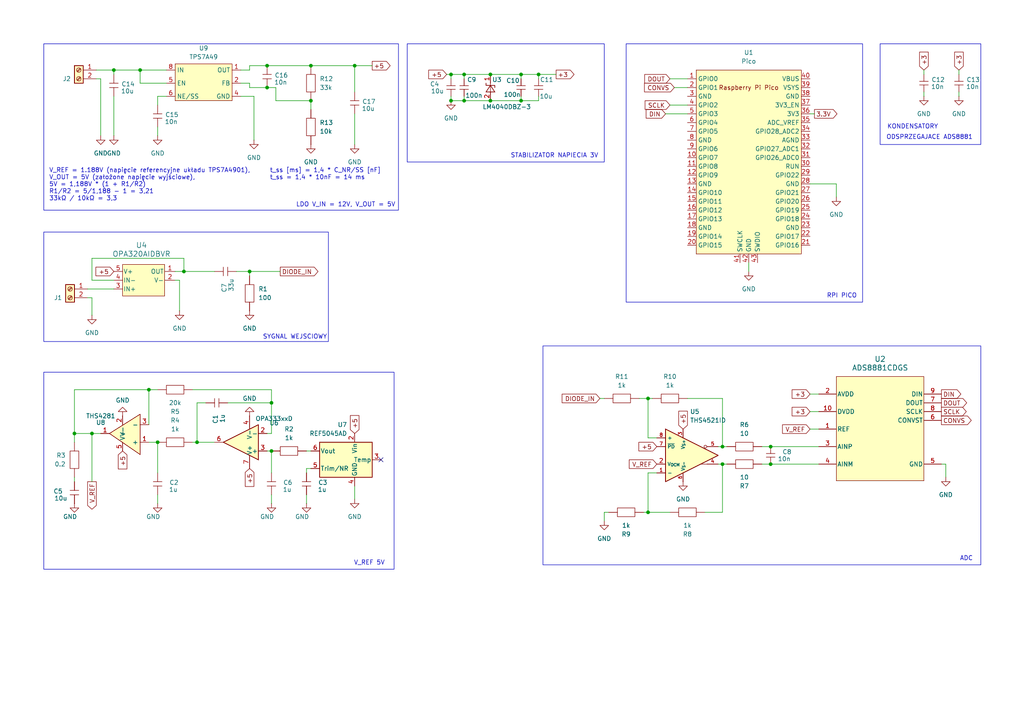
<source format=kicad_sch>
(kicad_sch
	(version 20231120)
	(generator "eeschema")
	(generator_version "8.0")
	(uuid "4fc5dd55-e710-46b2-8260-98cc8da54a31")
	(paper "A4")
	(lib_symbols
		(symbol "ADS8881:ADS8881CDGS"
			(pin_names
				(offset 0.254)
			)
			(exclude_from_sim no)
			(in_bom yes)
			(on_board yes)
			(property "Reference" "U2"
				(at 0 20.32 0)
				(effects
					(font
						(size 1.524 1.524)
					)
				)
			)
			(property "Value" "ADS8881CDGS"
				(at 0 17.78 0)
				(effects
					(font
						(size 1.524 1.524)
					)
				)
			)
			(property "Footprint" "footprints:ADS8881"
				(at 0 0 0)
				(effects
					(font
						(size 1.27 1.27)
						(italic yes)
					)
					(hide yes)
				)
			)
			(property "Datasheet" "ADS8881CDGS"
				(at 0 0 0)
				(effects
					(font
						(size 1.27 1.27)
						(italic yes)
					)
					(hide yes)
				)
			)
			(property "Description" ""
				(at 0 0 0)
				(effects
					(font
						(size 1.27 1.27)
					)
					(hide yes)
				)
			)
			(property "ki_locked" ""
				(at 0 0 0)
				(effects
					(font
						(size 1.27 1.27)
					)
				)
			)
			(property "ki_keywords" "ADS8881CDGS"
				(at 0 0 0)
				(effects
					(font
						(size 1.27 1.27)
					)
					(hide yes)
				)
			)
			(property "ki_fp_filters" "DGS0010A_N DGS0010A_M DGS0010A_L"
				(at 0 0 0)
				(effects
					(font
						(size 1.27 1.27)
					)
					(hide yes)
				)
			)
			(symbol "ADS8881CDGS_0_1"
				(pin input line
					(at -17.78 0 0)
					(length 5.08)
					(name "REF"
						(effects
							(font
								(size 1.27 1.27)
							)
						)
					)
					(number "1"
						(effects
							(font
								(size 1.27 1.27)
							)
						)
					)
				)
				(pin power_in line
					(at -17.78 5.08 0)
					(length 5.08)
					(name "DVDD"
						(effects
							(font
								(size 1.27 1.27)
							)
						)
					)
					(number "10"
						(effects
							(font
								(size 1.27 1.27)
							)
						)
					)
				)
				(pin power_in line
					(at -17.78 10.16 0)
					(length 5.08)
					(name "AVDD"
						(effects
							(font
								(size 1.27 1.27)
							)
						)
					)
					(number "2"
						(effects
							(font
								(size 1.27 1.27)
							)
						)
					)
				)
				(pin input line
					(at -17.78 -5.08 0)
					(length 5.08)
					(name "AINP"
						(effects
							(font
								(size 1.27 1.27)
							)
						)
					)
					(number "3"
						(effects
							(font
								(size 1.27 1.27)
							)
						)
					)
				)
				(pin power_in line
					(at 17.78 -10.16 180)
					(length 5.08)
					(name "GND"
						(effects
							(font
								(size 1.27 1.27)
							)
						)
					)
					(number "5"
						(effects
							(font
								(size 1.27 1.27)
							)
						)
					)
				)
				(pin input line
					(at 17.78 2.54 180)
					(length 5.08)
					(name "CONVST"
						(effects
							(font
								(size 1.27 1.27)
							)
						)
					)
					(number "6"
						(effects
							(font
								(size 1.27 1.27)
							)
						)
					)
				)
				(pin output line
					(at 17.78 7.62 180)
					(length 5.08)
					(name "DOUT"
						(effects
							(font
								(size 1.27 1.27)
							)
						)
					)
					(number "7"
						(effects
							(font
								(size 1.27 1.27)
							)
						)
					)
				)
				(pin input line
					(at 17.78 5.08 180)
					(length 5.08)
					(name "SCLK"
						(effects
							(font
								(size 1.27 1.27)
							)
						)
					)
					(number "8"
						(effects
							(font
								(size 1.27 1.27)
							)
						)
					)
				)
				(pin input line
					(at 17.78 10.16 180)
					(length 5.08)
					(name "DIN"
						(effects
							(font
								(size 1.27 1.27)
							)
						)
					)
					(number "9"
						(effects
							(font
								(size 1.27 1.27)
							)
						)
					)
				)
			)
			(symbol "ADS8881CDGS_1_1"
				(rectangle
					(start -12.7 15.24)
					(end 12.7 -14.986)
					(stroke
						(width 0)
						(type default)
					)
					(fill
						(type background)
					)
				)
				(pin input line
					(at -17.78 -10.16 0)
					(length 5.08)
					(name "AINM"
						(effects
							(font
								(size 1.27 1.27)
							)
						)
					)
					(number "4"
						(effects
							(font
								(size 1.27 1.27)
							)
						)
					)
				)
			)
		)
		(symbol "Amplifier_Difference:THS4521ID"
			(exclude_from_sim no)
			(in_bom yes)
			(on_board yes)
			(property "Reference" "U"
				(at 0 6.35 0)
				(effects
					(font
						(size 1.27 1.27)
					)
				)
			)
			(property "Value" "THS4521ID"
				(at 10.16 -6.35 0)
				(effects
					(font
						(size 1.27 1.27)
					)
				)
			)
			(property "Footprint" "Package_SO:SOIC-8_3.9x4.9mm_P1.27mm"
				(at 0 0 0)
				(effects
					(font
						(size 1.27 1.27)
					)
					(hide yes)
				)
			)
			(property "Datasheet" "https://www.ti.com/lit/ds/symlink/ths4521.pdf"
				(at 0 0 0)
				(effects
					(font
						(size 1.27 1.27)
					)
					(hide yes)
				)
			)
			(property "Description" "Very Low Power, Negative Rail Input, Rail to Rail Output, Fully Differential Amplifier, SOIC-8"
				(at 0 0 0)
				(effects
					(font
						(size 1.27 1.27)
					)
					(hide yes)
				)
			)
			(property "ki_keywords" "differential amplifier"
				(at 0 0 0)
				(effects
					(font
						(size 1.27 1.27)
					)
					(hide yes)
				)
			)
			(property "ki_fp_filters" "SOIC*3.9x4.9mm*P1.27mm*"
				(at 0 0 0)
				(effects
					(font
						(size 1.27 1.27)
					)
					(hide yes)
				)
			)
			(symbol "THS4521ID_0_1"
				(polyline
					(pts
						(xy 4.4704 -2.54) (xy 2.54 -2.54)
					)
					(stroke
						(width 0)
						(type default)
					)
					(fill
						(type none)
					)
				)
			)
			(symbol "THS4521ID_1_1"
				(polyline
					(pts
						(xy -7.62 7.62) (xy -7.62 -7.62) (xy 7.62 0) (xy -7.62 7.62)
					)
					(stroke
						(width 0.254)
						(type default)
					)
					(fill
						(type background)
					)
				)
				(circle
					(center 3.937 2.54)
					(radius 0.4064)
					(stroke
						(width 0)
						(type default)
					)
					(fill
						(type none)
					)
				)
				(pin input line
					(at -10.16 -5.08 0)
					(length 2.54)
					(name "-"
						(effects
							(font
								(size 1.016 1.016)
							)
						)
					)
					(number "1"
						(effects
							(font
								(size 1.016 1.016)
							)
						)
					)
				)
				(pin input line
					(at -10.16 -2.54 0)
					(length 2.54)
					(name "V_{OCM}"
						(effects
							(font
								(size 1.016 1.016)
							)
						)
					)
					(number "2"
						(effects
							(font
								(size 1.27 1.27)
							)
						)
					)
				)
				(pin power_in line
					(at -2.54 7.62 270)
					(length 2.54)
					(name "V_{S+}"
						(effects
							(font
								(size 1.016 1.016)
							)
						)
					)
					(number "3"
						(effects
							(font
								(size 1.016 1.016)
							)
						)
					)
				)
				(pin output line
					(at 7.62 -2.54 180)
					(length 3.175)
					(name ""
						(effects
							(font
								(size 1.016 1.016)
							)
						)
					)
					(number "4"
						(effects
							(font
								(size 1.016 1.016)
							)
						)
					)
				)
				(pin output line
					(at 7.62 2.54 180)
					(length 3.175)
					(name ""
						(effects
							(font
								(size 1.016 1.016)
							)
						)
					)
					(number "5"
						(effects
							(font
								(size 1.016 1.016)
							)
						)
					)
				)
				(pin power_in line
					(at -2.54 -7.62 90)
					(length 2.54)
					(name "V_{S-}"
						(effects
							(font
								(size 1.016 1.016)
							)
						)
					)
					(number "6"
						(effects
							(font
								(size 1.016 1.016)
							)
						)
					)
				)
				(pin input line
					(at -10.16 2.54 0)
					(length 2.54)
					(name "~{PD}"
						(effects
							(font
								(size 1.016 1.016)
							)
						)
					)
					(number "7"
						(effects
							(font
								(size 1.016 1.016)
							)
						)
					)
				)
				(pin input line
					(at -10.16 5.08 0)
					(length 2.54)
					(name "+"
						(effects
							(font
								(size 1.016 1.016)
							)
						)
					)
					(number "8"
						(effects
							(font
								(size 1.016 1.016)
							)
						)
					)
				)
			)
		)
		(symbol "Amplifier_Operational:OPA333xxD"
			(pin_names
				(offset 0.127)
			)
			(exclude_from_sim no)
			(in_bom yes)
			(on_board yes)
			(property "Reference" "U"
				(at 0 6.35 0)
				(effects
					(font
						(size 1.27 1.27)
					)
					(justify left)
				)
			)
			(property "Value" "OPA333xxD"
				(at 0 3.81 0)
				(effects
					(font
						(size 1.27 1.27)
					)
					(justify left)
				)
			)
			(property "Footprint" "Package_SO:SOIC-8_3.9x4.9mm_P1.27mm"
				(at -2.54 -5.08 0)
				(effects
					(font
						(size 1.27 1.27)
					)
					(justify left)
					(hide yes)
				)
			)
			(property "Datasheet" "http://www.ti.com/lit/ds/symlink/opa333.pdf"
				(at 3.81 3.81 0)
				(effects
					(font
						(size 1.27 1.27)
					)
					(hide yes)
				)
			)
			(property "Description" "Single 1.8V, microPower, CMOS Operational Amplifiers, Zero-Drift Series, SOIC-8"
				(at 0 0 0)
				(effects
					(font
						(size 1.27 1.27)
					)
					(hide yes)
				)
			)
			(property "ki_keywords" "single opamp"
				(at 0 0 0)
				(effects
					(font
						(size 1.27 1.27)
					)
					(hide yes)
				)
			)
			(property "ki_fp_filters" "SOIC*3.9x4.9mm*P1.27mm*"
				(at 0 0 0)
				(effects
					(font
						(size 1.27 1.27)
					)
					(hide yes)
				)
			)
			(symbol "OPA333xxD_0_1"
				(polyline
					(pts
						(xy -5.08 5.08) (xy 5.08 0) (xy -5.08 -5.08) (xy -5.08 5.08)
					)
					(stroke
						(width 0.254)
						(type default)
					)
					(fill
						(type background)
					)
				)
			)
			(symbol "OPA333xxD_1_1"
				(pin no_connect line
					(at -2.54 2.54 270)
					(length 2.54) hide
					(name "NC"
						(effects
							(font
								(size 1.27 1.27)
							)
						)
					)
					(number "1"
						(effects
							(font
								(size 1.27 1.27)
							)
						)
					)
				)
				(pin input line
					(at -7.62 -2.54 0)
					(length 2.54)
					(name "-"
						(effects
							(font
								(size 1.27 1.27)
							)
						)
					)
					(number "2"
						(effects
							(font
								(size 1.27 1.27)
							)
						)
					)
				)
				(pin input line
					(at -7.62 2.54 0)
					(length 2.54)
					(name "+"
						(effects
							(font
								(size 1.27 1.27)
							)
						)
					)
					(number "3"
						(effects
							(font
								(size 1.27 1.27)
							)
						)
					)
				)
				(pin power_in line
					(at -2.54 -7.62 90)
					(length 3.81)
					(name "V-"
						(effects
							(font
								(size 1.27 1.27)
							)
						)
					)
					(number "4"
						(effects
							(font
								(size 1.27 1.27)
							)
						)
					)
				)
				(pin no_connect line
					(at 0 2.54 270)
					(length 2.54) hide
					(name "NC"
						(effects
							(font
								(size 1.27 1.27)
							)
						)
					)
					(number "5"
						(effects
							(font
								(size 1.27 1.27)
							)
						)
					)
				)
				(pin output line
					(at 7.62 0 180)
					(length 2.54)
					(name "~"
						(effects
							(font
								(size 1.27 1.27)
							)
						)
					)
					(number "6"
						(effects
							(font
								(size 1.27 1.27)
							)
						)
					)
				)
				(pin power_in line
					(at -2.54 7.62 270)
					(length 3.81)
					(name "V+"
						(effects
							(font
								(size 1.27 1.27)
							)
						)
					)
					(number "7"
						(effects
							(font
								(size 1.27 1.27)
							)
						)
					)
				)
				(pin no_connect line
					(at 0 -2.54 90)
					(length 2.54) hide
					(name "NC"
						(effects
							(font
								(size 1.27 1.27)
							)
						)
					)
					(number "8"
						(effects
							(font
								(size 1.27 1.27)
							)
						)
					)
				)
			)
		)
		(symbol "MCU_RaspberryPi_and_Boards:Pico"
			(exclude_from_sim no)
			(in_bom yes)
			(on_board yes)
			(property "Reference" "U"
				(at -13.97 27.94 0)
				(effects
					(font
						(size 1.27 1.27)
					)
				)
			)
			(property "Value" "Pico"
				(at 0 19.05 0)
				(effects
					(font
						(size 1.27 1.27)
					)
				)
			)
			(property "Footprint" "RPi_Pico:RPi_Pico_SMD_TH"
				(at 0 0 90)
				(effects
					(font
						(size 1.27 1.27)
					)
					(hide yes)
				)
			)
			(property "Datasheet" ""
				(at 0 0 0)
				(effects
					(font
						(size 1.27 1.27)
					)
					(hide yes)
				)
			)
			(property "Description" ""
				(at 0 0 0)
				(effects
					(font
						(size 1.27 1.27)
					)
					(hide yes)
				)
			)
			(symbol "Pico_0_0"
				(text "Raspberry Pi Pico"
					(at 0 21.59 0)
					(effects
						(font
							(size 1.27 1.27)
						)
					)
				)
			)
			(symbol "Pico_0_1"
				(rectangle
					(start -15.24 26.67)
					(end 15.24 -26.67)
					(stroke
						(width 0)
						(type default)
					)
					(fill
						(type background)
					)
				)
			)
			(symbol "Pico_1_1"
				(pin bidirectional line
					(at -17.78 24.13 0)
					(length 2.54)
					(name "GPIO0"
						(effects
							(font
								(size 1.27 1.27)
							)
						)
					)
					(number "1"
						(effects
							(font
								(size 1.27 1.27)
							)
						)
					)
				)
				(pin bidirectional line
					(at -17.78 1.27 0)
					(length 2.54)
					(name "GPIO7"
						(effects
							(font
								(size 1.27 1.27)
							)
						)
					)
					(number "10"
						(effects
							(font
								(size 1.27 1.27)
							)
						)
					)
				)
				(pin bidirectional line
					(at -17.78 -1.27 0)
					(length 2.54)
					(name "GPIO8"
						(effects
							(font
								(size 1.27 1.27)
							)
						)
					)
					(number "11"
						(effects
							(font
								(size 1.27 1.27)
							)
						)
					)
				)
				(pin bidirectional line
					(at -17.78 -3.81 0)
					(length 2.54)
					(name "GPIO9"
						(effects
							(font
								(size 1.27 1.27)
							)
						)
					)
					(number "12"
						(effects
							(font
								(size 1.27 1.27)
							)
						)
					)
				)
				(pin power_in line
					(at -17.78 -6.35 0)
					(length 2.54)
					(name "GND"
						(effects
							(font
								(size 1.27 1.27)
							)
						)
					)
					(number "13"
						(effects
							(font
								(size 1.27 1.27)
							)
						)
					)
				)
				(pin bidirectional line
					(at -17.78 -8.89 0)
					(length 2.54)
					(name "GPIO10"
						(effects
							(font
								(size 1.27 1.27)
							)
						)
					)
					(number "14"
						(effects
							(font
								(size 1.27 1.27)
							)
						)
					)
				)
				(pin bidirectional line
					(at -17.78 -11.43 0)
					(length 2.54)
					(name "GPIO11"
						(effects
							(font
								(size 1.27 1.27)
							)
						)
					)
					(number "15"
						(effects
							(font
								(size 1.27 1.27)
							)
						)
					)
				)
				(pin bidirectional line
					(at -17.78 -13.97 0)
					(length 2.54)
					(name "GPIO12"
						(effects
							(font
								(size 1.27 1.27)
							)
						)
					)
					(number "16"
						(effects
							(font
								(size 1.27 1.27)
							)
						)
					)
				)
				(pin bidirectional line
					(at -17.78 -16.51 0)
					(length 2.54)
					(name "GPIO13"
						(effects
							(font
								(size 1.27 1.27)
							)
						)
					)
					(number "17"
						(effects
							(font
								(size 1.27 1.27)
							)
						)
					)
				)
				(pin power_in line
					(at -17.78 -19.05 0)
					(length 2.54)
					(name "GND"
						(effects
							(font
								(size 1.27 1.27)
							)
						)
					)
					(number "18"
						(effects
							(font
								(size 1.27 1.27)
							)
						)
					)
				)
				(pin bidirectional line
					(at -17.78 -21.59 0)
					(length 2.54)
					(name "GPIO14"
						(effects
							(font
								(size 1.27 1.27)
							)
						)
					)
					(number "19"
						(effects
							(font
								(size 1.27 1.27)
							)
						)
					)
				)
				(pin bidirectional line
					(at -17.78 21.59 0)
					(length 2.54)
					(name "GPIO1"
						(effects
							(font
								(size 1.27 1.27)
							)
						)
					)
					(number "2"
						(effects
							(font
								(size 1.27 1.27)
							)
						)
					)
				)
				(pin bidirectional line
					(at -17.78 -24.13 0)
					(length 2.54)
					(name "GPIO15"
						(effects
							(font
								(size 1.27 1.27)
							)
						)
					)
					(number "20"
						(effects
							(font
								(size 1.27 1.27)
							)
						)
					)
				)
				(pin bidirectional line
					(at 17.78 -24.13 180)
					(length 2.54)
					(name "GPIO16"
						(effects
							(font
								(size 1.27 1.27)
							)
						)
					)
					(number "21"
						(effects
							(font
								(size 1.27 1.27)
							)
						)
					)
				)
				(pin bidirectional line
					(at 17.78 -21.59 180)
					(length 2.54)
					(name "GPIO17"
						(effects
							(font
								(size 1.27 1.27)
							)
						)
					)
					(number "22"
						(effects
							(font
								(size 1.27 1.27)
							)
						)
					)
				)
				(pin power_in line
					(at 17.78 -19.05 180)
					(length 2.54)
					(name "GND"
						(effects
							(font
								(size 1.27 1.27)
							)
						)
					)
					(number "23"
						(effects
							(font
								(size 1.27 1.27)
							)
						)
					)
				)
				(pin bidirectional line
					(at 17.78 -16.51 180)
					(length 2.54)
					(name "GPIO18"
						(effects
							(font
								(size 1.27 1.27)
							)
						)
					)
					(number "24"
						(effects
							(font
								(size 1.27 1.27)
							)
						)
					)
				)
				(pin bidirectional line
					(at 17.78 -13.97 180)
					(length 2.54)
					(name "GPIO19"
						(effects
							(font
								(size 1.27 1.27)
							)
						)
					)
					(number "25"
						(effects
							(font
								(size 1.27 1.27)
							)
						)
					)
				)
				(pin bidirectional line
					(at 17.78 -11.43 180)
					(length 2.54)
					(name "GPIO20"
						(effects
							(font
								(size 1.27 1.27)
							)
						)
					)
					(number "26"
						(effects
							(font
								(size 1.27 1.27)
							)
						)
					)
				)
				(pin bidirectional line
					(at 17.78 -8.89 180)
					(length 2.54)
					(name "GPIO21"
						(effects
							(font
								(size 1.27 1.27)
							)
						)
					)
					(number "27"
						(effects
							(font
								(size 1.27 1.27)
							)
						)
					)
				)
				(pin power_in line
					(at 17.78 -6.35 180)
					(length 2.54)
					(name "GND"
						(effects
							(font
								(size 1.27 1.27)
							)
						)
					)
					(number "28"
						(effects
							(font
								(size 1.27 1.27)
							)
						)
					)
				)
				(pin bidirectional line
					(at 17.78 -3.81 180)
					(length 2.54)
					(name "GPIO22"
						(effects
							(font
								(size 1.27 1.27)
							)
						)
					)
					(number "29"
						(effects
							(font
								(size 1.27 1.27)
							)
						)
					)
				)
				(pin power_in line
					(at -17.78 19.05 0)
					(length 2.54)
					(name "GND"
						(effects
							(font
								(size 1.27 1.27)
							)
						)
					)
					(number "3"
						(effects
							(font
								(size 1.27 1.27)
							)
						)
					)
				)
				(pin input line
					(at 17.78 -1.27 180)
					(length 2.54)
					(name "RUN"
						(effects
							(font
								(size 1.27 1.27)
							)
						)
					)
					(number "30"
						(effects
							(font
								(size 1.27 1.27)
							)
						)
					)
				)
				(pin bidirectional line
					(at 17.78 1.27 180)
					(length 2.54)
					(name "GPIO26_ADC0"
						(effects
							(font
								(size 1.27 1.27)
							)
						)
					)
					(number "31"
						(effects
							(font
								(size 1.27 1.27)
							)
						)
					)
				)
				(pin bidirectional line
					(at 17.78 3.81 180)
					(length 2.54)
					(name "GPIO27_ADC1"
						(effects
							(font
								(size 1.27 1.27)
							)
						)
					)
					(number "32"
						(effects
							(font
								(size 1.27 1.27)
							)
						)
					)
				)
				(pin power_in line
					(at 17.78 6.35 180)
					(length 2.54)
					(name "AGND"
						(effects
							(font
								(size 1.27 1.27)
							)
						)
					)
					(number "33"
						(effects
							(font
								(size 1.27 1.27)
							)
						)
					)
				)
				(pin bidirectional line
					(at 17.78 8.89 180)
					(length 2.54)
					(name "GPIO28_ADC2"
						(effects
							(font
								(size 1.27 1.27)
							)
						)
					)
					(number "34"
						(effects
							(font
								(size 1.27 1.27)
							)
						)
					)
				)
				(pin power_in line
					(at 17.78 11.43 180)
					(length 2.54)
					(name "ADC_VREF"
						(effects
							(font
								(size 1.27 1.27)
							)
						)
					)
					(number "35"
						(effects
							(font
								(size 1.27 1.27)
							)
						)
					)
				)
				(pin power_in line
					(at 17.78 13.97 180)
					(length 2.54)
					(name "3V3"
						(effects
							(font
								(size 1.27 1.27)
							)
						)
					)
					(number "36"
						(effects
							(font
								(size 1.27 1.27)
							)
						)
					)
				)
				(pin input line
					(at 17.78 16.51 180)
					(length 2.54)
					(name "3V3_EN"
						(effects
							(font
								(size 1.27 1.27)
							)
						)
					)
					(number "37"
						(effects
							(font
								(size 1.27 1.27)
							)
						)
					)
				)
				(pin bidirectional line
					(at 17.78 19.05 180)
					(length 2.54)
					(name "GND"
						(effects
							(font
								(size 1.27 1.27)
							)
						)
					)
					(number "38"
						(effects
							(font
								(size 1.27 1.27)
							)
						)
					)
				)
				(pin power_in line
					(at 17.78 21.59 180)
					(length 2.54)
					(name "VSYS"
						(effects
							(font
								(size 1.27 1.27)
							)
						)
					)
					(number "39"
						(effects
							(font
								(size 1.27 1.27)
							)
						)
					)
				)
				(pin bidirectional line
					(at -17.78 16.51 0)
					(length 2.54)
					(name "GPIO2"
						(effects
							(font
								(size 1.27 1.27)
							)
						)
					)
					(number "4"
						(effects
							(font
								(size 1.27 1.27)
							)
						)
					)
				)
				(pin power_in line
					(at 17.78 24.13 180)
					(length 2.54)
					(name "VBUS"
						(effects
							(font
								(size 1.27 1.27)
							)
						)
					)
					(number "40"
						(effects
							(font
								(size 1.27 1.27)
							)
						)
					)
				)
				(pin input line
					(at -2.54 -29.21 90)
					(length 2.54)
					(name "SWCLK"
						(effects
							(font
								(size 1.27 1.27)
							)
						)
					)
					(number "41"
						(effects
							(font
								(size 1.27 1.27)
							)
						)
					)
				)
				(pin power_in line
					(at 0 -29.21 90)
					(length 2.54)
					(name "GND"
						(effects
							(font
								(size 1.27 1.27)
							)
						)
					)
					(number "42"
						(effects
							(font
								(size 1.27 1.27)
							)
						)
					)
				)
				(pin bidirectional line
					(at 2.54 -29.21 90)
					(length 2.54)
					(name "SWDIO"
						(effects
							(font
								(size 1.27 1.27)
							)
						)
					)
					(number "43"
						(effects
							(font
								(size 1.27 1.27)
							)
						)
					)
				)
				(pin bidirectional line
					(at -17.78 13.97 0)
					(length 2.54)
					(name "GPIO3"
						(effects
							(font
								(size 1.27 1.27)
							)
						)
					)
					(number "5"
						(effects
							(font
								(size 1.27 1.27)
							)
						)
					)
				)
				(pin bidirectional line
					(at -17.78 11.43 0)
					(length 2.54)
					(name "GPIO4"
						(effects
							(font
								(size 1.27 1.27)
							)
						)
					)
					(number "6"
						(effects
							(font
								(size 1.27 1.27)
							)
						)
					)
				)
				(pin bidirectional line
					(at -17.78 8.89 0)
					(length 2.54)
					(name "GPIO5"
						(effects
							(font
								(size 1.27 1.27)
							)
						)
					)
					(number "7"
						(effects
							(font
								(size 1.27 1.27)
							)
						)
					)
				)
				(pin power_in line
					(at -17.78 6.35 0)
					(length 2.54)
					(name "GND"
						(effects
							(font
								(size 1.27 1.27)
							)
						)
					)
					(number "8"
						(effects
							(font
								(size 1.27 1.27)
							)
						)
					)
				)
				(pin bidirectional line
					(at -17.78 3.81 0)
					(length 2.54)
					(name "GPIO6"
						(effects
							(font
								(size 1.27 1.27)
							)
						)
					)
					(number "9"
						(effects
							(font
								(size 1.27 1.27)
							)
						)
					)
				)
			)
		)
		(symbol "OPA320:OPA320AIDBVR"
			(pin_names
				(offset 0.254)
			)
			(exclude_from_sim no)
			(in_bom yes)
			(on_board yes)
			(property "Reference" "U4"
				(at 13.565 7.62 0)
				(effects
					(font
						(size 1.524 1.524)
					)
				)
			)
			(property "Value" "OPA320AIDBVR"
				(at 13.565 5.08 0)
				(effects
					(font
						(size 1.524 1.524)
					)
				)
			)
			(property "Footprint" "OPA320:DBV5"
				(at 6.858 10.16 0)
				(effects
					(font
						(size 1.27 1.27)
						(italic yes)
					)
					(hide yes)
				)
			)
			(property "Datasheet" "OPA320AIDBVR"
				(at 7.62 7.62 0)
				(effects
					(font
						(size 1.27 1.27)
						(italic yes)
					)
					(hide yes)
				)
			)
			(property "Description" ""
				(at 0 0 0)
				(effects
					(font
						(size 1.27 1.27)
					)
					(hide yes)
				)
			)
			(property "ki_keywords" "OPA320AIDBVR"
				(at 0 0 0)
				(effects
					(font
						(size 1.27 1.27)
					)
					(hide yes)
				)
			)
			(property "ki_fp_filters" "DBV5 DBV5-M DBV5-L"
				(at 0 0 0)
				(effects
					(font
						(size 1.27 1.27)
					)
					(hide yes)
				)
			)
			(symbol "OPA320AIDBVR_1_1"
				(rectangle
					(start 6.858 2.032)
					(end 19.05 -7.112)
					(stroke
						(width 0)
						(type default)
					)
					(fill
						(type background)
					)
				)
				(pin output line
					(at 3.81 0 0)
					(length 3)
					(name "OUT"
						(effects
							(font
								(size 1.27 1.27)
							)
						)
					)
					(number "1"
						(effects
							(font
								(size 1.27 1.27)
							)
						)
					)
				)
				(pin power_in line
					(at 3.81 -2.54 0)
					(length 3)
					(name "V-"
						(effects
							(font
								(size 1.27 1.27)
							)
						)
					)
					(number "2"
						(effects
							(font
								(size 1.27 1.27)
							)
						)
					)
				)
				(pin input line
					(at 21.59 -5.08 180)
					(length 2.5)
					(name "IN+"
						(effects
							(font
								(size 1.27 1.27)
							)
						)
					)
					(number "3"
						(effects
							(font
								(size 1.27 1.27)
							)
						)
					)
				)
				(pin input line
					(at 21.59 -2.54 180)
					(length 2.5)
					(name "IN-"
						(effects
							(font
								(size 1.27 1.27)
							)
						)
					)
					(number "4"
						(effects
							(font
								(size 1.27 1.27)
							)
						)
					)
				)
				(pin power_in line
					(at 21.59 0 180)
					(length 2.5)
					(name "V+"
						(effects
							(font
								(size 1.27 1.27)
							)
						)
					)
					(number "5"
						(effects
							(font
								(size 1.27 1.27)
							)
						)
					)
				)
			)
		)
		(symbol "Reference_Voltage:LM4040DBZ-3"
			(pin_names
				(offset 0.0254) hide)
			(exclude_from_sim no)
			(in_bom yes)
			(on_board yes)
			(property "Reference" "U"
				(at 0 2.54 0)
				(effects
					(font
						(size 1.27 1.27)
					)
				)
			)
			(property "Value" "LM4040DBZ-3"
				(at 0 -3.175 0)
				(effects
					(font
						(size 1.27 1.27)
					)
				)
			)
			(property "Footprint" "Package_TO_SOT_SMD:SOT-23"
				(at 0 -5.08 0)
				(effects
					(font
						(size 1.27 1.27)
						(italic yes)
					)
					(hide yes)
				)
			)
			(property "Datasheet" "http://www.ti.com/lit/ds/symlink/lm4040-n.pdf"
				(at 0 0 0)
				(effects
					(font
						(size 1.27 1.27)
						(italic yes)
					)
					(hide yes)
				)
			)
			(property "Description" "3.000V Precision Micropower Shunt Voltage Reference, SOT-23"
				(at 0 0 0)
				(effects
					(font
						(size 1.27 1.27)
					)
					(hide yes)
				)
			)
			(property "ki_keywords" "diode device voltage reference shunt"
				(at 0 0 0)
				(effects
					(font
						(size 1.27 1.27)
					)
					(hide yes)
				)
			)
			(property "ki_fp_filters" "SOT?23*"
				(at 0 0 0)
				(effects
					(font
						(size 1.27 1.27)
					)
					(hide yes)
				)
			)
			(symbol "LM4040DBZ-3_0_1"
				(polyline
					(pts
						(xy -1.27 0) (xy 0 0) (xy 1.27 0)
					)
					(stroke
						(width 0)
						(type default)
					)
					(fill
						(type none)
					)
				)
				(polyline
					(pts
						(xy -1.27 -1.27) (xy 0.635 0) (xy -1.27 1.27) (xy -1.27 -1.27)
					)
					(stroke
						(width 0.2032)
						(type default)
					)
					(fill
						(type none)
					)
				)
				(polyline
					(pts
						(xy 0 -1.27) (xy 0.635 -1.27) (xy 0.635 1.27) (xy 1.27 1.27)
					)
					(stroke
						(width 0.2032)
						(type default)
					)
					(fill
						(type none)
					)
				)
			)
			(symbol "LM4040DBZ-3_1_1"
				(pin passive line
					(at 3.81 0 180)
					(length 2.54)
					(name "K"
						(effects
							(font
								(size 1.27 1.27)
							)
						)
					)
					(number "1"
						(effects
							(font
								(size 1.27 1.27)
							)
						)
					)
				)
				(pin passive line
					(at -3.81 0 0)
					(length 2.54)
					(name "A"
						(effects
							(font
								(size 1.27 1.27)
							)
						)
					)
					(number "2"
						(effects
							(font
								(size 1.27 1.27)
							)
						)
					)
				)
				(pin no_connect line
					(at -1.27 0 0)
					(length 2.54) hide
					(name "NC"
						(effects
							(font
								(size 1.27 1.27)
							)
						)
					)
					(number "3"
						(effects
							(font
								(size 1.27 1.27)
							)
						)
					)
				)
			)
		)
		(symbol "Reference_Voltage:REF5045AD"
			(pin_names
				(offset 0.254)
			)
			(exclude_from_sim no)
			(in_bom yes)
			(on_board yes)
			(property "Reference" "U"
				(at -1.27 8.255 0)
				(effects
					(font
						(size 1.27 1.27)
					)
					(justify left)
				)
			)
			(property "Value" "REF5045AD"
				(at -1.27 6.35 0)
				(effects
					(font
						(size 1.27 1.27)
					)
					(justify left)
				)
			)
			(property "Footprint" "Package_SO:SOIC-8_3.9x4.9mm_P1.27mm"
				(at -1.905 -6.35 0)
				(effects
					(font
						(size 1.27 1.27)
						(italic yes)
					)
					(justify left)
					(hide yes)
				)
			)
			(property "Datasheet" "http://www.ti.com/lit/ds/symlink/ref5030.pdf"
				(at -1.27 0 0)
				(effects
					(font
						(size 1.27 1.27)
						(italic yes)
					)
					(hide yes)
				)
			)
			(property "Description" "4.5V 0.1% 10mA Low Noise Precision Voltage Reference, SO-8"
				(at 0 0 0)
				(effects
					(font
						(size 1.27 1.27)
					)
					(hide yes)
				)
			)
			(property "ki_keywords" "Low Noise Precision Voltage Reference 4.5V"
				(at 0 0 0)
				(effects
					(font
						(size 1.27 1.27)
					)
					(hide yes)
				)
			)
			(property "ki_fp_filters" "SOIC*3.9x4.9mm*P1.27mm*"
				(at 0 0 0)
				(effects
					(font
						(size 1.27 1.27)
					)
					(hide yes)
				)
			)
			(symbol "REF5045AD_0_1"
				(rectangle
					(start -7.62 5.08)
					(end 7.62 -5.08)
					(stroke
						(width 0.254)
						(type default)
					)
					(fill
						(type background)
					)
				)
			)
			(symbol "REF5045AD_1_1"
				(pin no_connect line
					(at -7.62 2.54 0)
					(length 2.54) hide
					(name "DNC"
						(effects
							(font
								(size 1.27 1.27)
							)
						)
					)
					(number "1"
						(effects
							(font
								(size 1.27 1.27)
							)
						)
					)
				)
				(pin power_in line
					(at -2.54 7.62 270)
					(length 2.54)
					(name "Vin"
						(effects
							(font
								(size 1.27 1.27)
							)
						)
					)
					(number "2"
						(effects
							(font
								(size 1.27 1.27)
							)
						)
					)
				)
				(pin passive line
					(at -10.16 0 0)
					(length 2.54)
					(name "Temp"
						(effects
							(font
								(size 1.27 1.27)
							)
						)
					)
					(number "3"
						(effects
							(font
								(size 1.27 1.27)
							)
						)
					)
				)
				(pin power_in line
					(at -2.54 -7.62 90)
					(length 2.54)
					(name "GND"
						(effects
							(font
								(size 1.27 1.27)
							)
						)
					)
					(number "4"
						(effects
							(font
								(size 1.27 1.27)
							)
						)
					)
				)
				(pin passive line
					(at 10.16 -2.54 180)
					(length 2.54)
					(name "Trim/NR"
						(effects
							(font
								(size 1.27 1.27)
							)
						)
					)
					(number "5"
						(effects
							(font
								(size 1.27 1.27)
							)
						)
					)
				)
				(pin power_out line
					(at 10.16 2.54 180)
					(length 2.54)
					(name "Vout"
						(effects
							(font
								(size 1.27 1.27)
							)
						)
					)
					(number "6"
						(effects
							(font
								(size 1.27 1.27)
							)
						)
					)
				)
				(pin no_connect line
					(at -5.08 -5.08 90)
					(length 2.54) hide
					(name "NC"
						(effects
							(font
								(size 1.27 1.27)
							)
						)
					)
					(number "7"
						(effects
							(font
								(size 1.27 1.27)
							)
						)
					)
				)
				(pin no_connect line
					(at 7.62 0 180)
					(length 2.54) hide
					(name "DNC"
						(effects
							(font
								(size 1.27 1.27)
							)
						)
					)
					(number "8"
						(effects
							(font
								(size 1.27 1.27)
							)
						)
					)
				)
			)
		)
		(symbol "cap_1206_1"
			(pin_numbers hide)
			(pin_names
				(offset 0) hide)
			(exclude_from_sim no)
			(in_bom yes)
			(on_board yes)
			(property "Reference" "C8"
				(at -1.016 -6.096 90)
				(effects
					(font
						(size 1.27 1.27)
					)
					(justify left)
				)
			)
			(property "Value" "1u"
				(at 1.016 -5.842 90)
				(effects
					(font
						(size 1.27 1.27)
					)
					(justify left)
				)
			)
			(property "Footprint" "moja_biblioteka:cap_1206"
				(at 0 3.81 0)
				(effects
					(font
						(size 1.27 1.27)
					)
					(hide yes)
				)
			)
			(property "Datasheet" ""
				(at 0.73 0 0)
				(effects
					(font
						(size 1.27 1.27)
					)
					(hide yes)
				)
			)
			(property "Description" ""
				(at 0.73 0 0)
				(effects
					(font
						(size 1.27 1.27)
					)
					(hide yes)
				)
			)
			(symbol "cap_1206_1_0_1"
				(polyline
					(pts
						(xy -0.54 0) (xy -0.54 1.27) (xy -0.54 -1.27)
					)
					(stroke
						(width 0)
						(type default)
					)
					(fill
						(type none)
					)
				)
				(polyline
					(pts
						(xy 0.508 0) (xy 0.508 1.27) (xy 0.508 0) (xy 0.508 -1.27)
					)
					(stroke
						(width 0)
						(type default)
					)
					(fill
						(type none)
					)
				)
			)
			(symbol "cap_1206_1_1_1"
				(pin input line
					(at -2.54 0 0)
					(length 2)
					(name ""
						(effects
							(font
								(size 1.27 1.27)
							)
						)
					)
					(number "1"
						(effects
							(font
								(size 1.27 1.27)
							)
						)
					)
				)
				(pin output line
					(at 2.54 0 180)
					(length 2)
					(name ""
						(effects
							(font
								(size 1.27 1.27)
							)
						)
					)
					(number "2"
						(effects
							(font
								(size 1.27 1.27)
							)
						)
					)
				)
			)
		)
		(symbol "moja_biblioteka:Screw_Terminal_01x02"
			(pin_names
				(offset 1.016) hide)
			(exclude_from_sim no)
			(in_bom yes)
			(on_board yes)
			(property "Reference" "J2"
				(at 2.54 0.0001 0)
				(effects
					(font
						(size 1.27 1.27)
					)
					(justify left)
				)
			)
			(property "Value" "Screw_Terminal_01x02"
				(at 2.54 -2.5399 0)
				(effects
					(font
						(size 1.27 1.27)
					)
					(justify left)
				)
			)
			(property "Footprint" "moja_biblioteka:screw_conector"
				(at 0.508 4.318 0)
				(effects
					(font
						(size 1.27 1.27)
					)
					(hide yes)
				)
			)
			(property "Datasheet" "~"
				(at 0 0 0)
				(effects
					(font
						(size 1.27 1.27)
					)
					(hide yes)
				)
			)
			(property "Description" "Generic screw terminal, single row, 01x02, script generated (kicad-library-utils/schlib/autogen/connector/)"
				(at 0.508 7.366 0)
				(effects
					(font
						(size 1.27 1.27)
					)
					(hide yes)
				)
			)
			(property "ki_keywords" "screw terminal"
				(at 0 0 0)
				(effects
					(font
						(size 1.27 1.27)
					)
					(hide yes)
				)
			)
			(property "ki_fp_filters" "TerminalBlock*:*"
				(at 0 0 0)
				(effects
					(font
						(size 1.27 1.27)
					)
					(hide yes)
				)
			)
			(symbol "Screw_Terminal_01x02_1_1"
				(rectangle
					(start -1.27 1.27)
					(end 1.27 -3.81)
					(stroke
						(width 0.254)
						(type default)
					)
					(fill
						(type background)
					)
				)
				(circle
					(center 0 -2.54)
					(radius 0.635)
					(stroke
						(width 0.1524)
						(type default)
					)
					(fill
						(type none)
					)
				)
				(polyline
					(pts
						(xy -0.5334 -2.2098) (xy 0.3302 -3.048)
					)
					(stroke
						(width 0.1524)
						(type default)
					)
					(fill
						(type none)
					)
				)
				(polyline
					(pts
						(xy -0.5334 0.3302) (xy 0.3302 -0.508)
					)
					(stroke
						(width 0.1524)
						(type default)
					)
					(fill
						(type none)
					)
				)
				(polyline
					(pts
						(xy -0.3556 -2.032) (xy 0.508 -2.8702)
					)
					(stroke
						(width 0.1524)
						(type default)
					)
					(fill
						(type none)
					)
				)
				(polyline
					(pts
						(xy -0.3556 0.508) (xy 0.508 -0.3302)
					)
					(stroke
						(width 0.1524)
						(type default)
					)
					(fill
						(type none)
					)
				)
				(circle
					(center 0 0)
					(radius 0.635)
					(stroke
						(width 0.1524)
						(type default)
					)
					(fill
						(type none)
					)
				)
				(pin passive line
					(at -5.08 0 0)
					(length 3.81)
					(name "Pin_1"
						(effects
							(font
								(size 1.27 1.27)
							)
						)
					)
					(number "1"
						(effects
							(font
								(size 1.27 1.27)
							)
						)
					)
				)
				(pin passive line
					(at -5.08 -2.54 0)
					(length 3.81)
					(name "Pin_2"
						(effects
							(font
								(size 1.27 1.27)
							)
						)
					)
					(number "2"
						(effects
							(font
								(size 1.27 1.27)
							)
						)
					)
				)
			)
		)
		(symbol "moja_biblioteka:THS4281"
			(exclude_from_sim no)
			(in_bom yes)
			(on_board yes)
			(property "Reference" "U8"
				(at 11.43 5.0486 0)
				(effects
					(font
						(size 1.27 1.27)
					)
				)
			)
			(property "Value" "THS4281"
				(at 11.43 3.1435 0)
				(effects
					(font
						(size 1.27 1.27)
					)
				)
			)
			(property "Footprint" "moja_biblioteka:THS4281"
				(at 8.382 11.684 0)
				(effects
					(font
						(size 1.27 1.27)
					)
					(hide yes)
				)
			)
			(property "Datasheet" ""
				(at 0 0 0)
				(effects
					(font
						(size 1.27 1.27)
					)
					(hide yes)
				)
			)
			(property "Description" ""
				(at 0 0 0)
				(effects
					(font
						(size 1.27 1.27)
					)
					(hide yes)
				)
			)
			(symbol "THS4281_0_1"
				(polyline
					(pts
						(xy 0.508 -2.032) (xy 0.508 -2.032)
					)
					(stroke
						(width 0)
						(type default)
					)
					(fill
						(type none)
					)
				)
				(polyline
					(pts
						(xy 0 6.096) (xy 0 -5.588) (xy 8.89 0) (xy 0 6.096)
					)
					(stroke
						(width 0)
						(type default)
					)
					(fill
						(type none)
					)
				)
			)
			(symbol "THS4281_1_1"
				(polyline
					(pts
						(xy 0 6.096) (xy 0 -5.588) (xy 8.89 0) (xy 0 6.096)
					)
					(stroke
						(width 0)
						(type default)
					)
					(fill
						(type background)
					)
				)
				(pin output line
					(at 11.43 0 180)
					(length 2.54)
					(name ""
						(effects
							(font
								(size 1.27 1.27)
							)
						)
					)
					(number "1"
						(effects
							(font
								(size 1.27 1.27)
							)
						)
					)
				)
				(pin input line
					(at -2.54 2.54 0)
					(length 2.54)
					(name "+"
						(effects
							(font
								(size 1.27 1.27)
							)
						)
					)
					(number "1"
						(effects
							(font
								(size 1.27 1.27)
							)
						)
					)
				)
				(pin input line
					(at 5.08 -5.08 90)
					(length 2.54)
					(name "V-"
						(effects
							(font
								(size 1.27 1.27)
							)
						)
					)
					(number "2"
						(effects
							(font
								(size 1.27 1.27)
							)
						)
					)
				)
				(pin input line
					(at -2.54 -2.54 0)
					(length 2.54)
					(name "-"
						(effects
							(font
								(size 1.27 1.27)
							)
						)
					)
					(number "3"
						(effects
							(font
								(size 1.27 1.27)
							)
						)
					)
				)
				(pin input line
					(at 5.08 5.08 270)
					(length 2.54)
					(name "V+"
						(effects
							(font
								(size 1.27 1.27)
							)
						)
					)
					(number "5"
						(effects
							(font
								(size 1.27 1.27)
							)
						)
					)
				)
			)
		)
		(symbol "moja_biblioteka:TPS7A49"
			(exclude_from_sim no)
			(in_bom yes)
			(on_board yes)
			(property "Reference" "U"
				(at 1.27 3.81 0)
				(effects
					(font
						(size 1.27 1.27)
					)
				)
			)
			(property "Value" "TPS7A49"
				(at 0 1.27 0)
				(effects
					(font
						(size 1.27 1.27)
					)
				)
			)
			(property "Footprint" "moja_biblioteka:THS4281"
				(at 0 1.27 0)
				(effects
					(font
						(size 1.27 1.27)
					)
					(hide yes)
				)
			)
			(property "Datasheet" ""
				(at 0 1.27 0)
				(effects
					(font
						(size 1.27 1.27)
					)
					(hide yes)
				)
			)
			(property "Description" ""
				(at 0 1.27 0)
				(effects
					(font
						(size 1.27 1.27)
					)
					(hide yes)
				)
			)
			(symbol "TPS7A49_1_1"
				(rectangle
					(start 0 0.508)
					(end 16.51 -10.16)
					(stroke
						(width 0)
						(type default)
					)
					(fill
						(type background)
					)
				)
				(pin output line
					(at 19.05 -1.27 180)
					(length 2.54)
					(name "OUT"
						(effects
							(font
								(size 1.27 1.27)
							)
						)
					)
					(number "1"
						(effects
							(font
								(size 1.27 1.27)
							)
						)
					)
				)
				(pin input line
					(at 19.05 -5.08 180)
					(length 2.54)
					(name "FB"
						(effects
							(font
								(size 1.27 1.27)
							)
						)
					)
					(number "2"
						(effects
							(font
								(size 1.27 1.27)
							)
						)
					)
				)
				(pin input line
					(at 19.05 -8.89 180)
					(length 2.54)
					(name "GND"
						(effects
							(font
								(size 1.27 1.27)
							)
						)
					)
					(number "4"
						(effects
							(font
								(size 1.27 1.27)
							)
						)
					)
				)
				(pin input line
					(at -2.54 -5.08 0)
					(length 2.54)
					(name "EN"
						(effects
							(font
								(size 1.27 1.27)
							)
						)
					)
					(number "5"
						(effects
							(font
								(size 1.27 1.27)
							)
						)
					)
				)
				(pin input line
					(at -2.54 -8.89 0)
					(length 2.54)
					(name "NE/SS"
						(effects
							(font
								(size 1.27 1.27)
							)
						)
					)
					(number "6"
						(effects
							(font
								(size 1.27 1.27)
							)
						)
					)
				)
				(pin input line
					(at -2.54 -1.27 0)
					(length 2.54)
					(name "IN"
						(effects
							(font
								(size 1.27 1.27)
							)
						)
					)
					(number "8"
						(effects
							(font
								(size 1.27 1.27)
							)
						)
					)
				)
			)
		)
		(symbol "moja_biblioteka:cap_1206"
			(pin_numbers hide)
			(pin_names
				(offset 0) hide)
			(exclude_from_sim no)
			(in_bom yes)
			(on_board yes)
			(property "Reference" "C"
				(at -1.524 2.54 0)
				(effects
					(font
						(size 1.27 1.27)
					)
				)
			)
			(property "Value" ""
				(at 0 0 0)
				(effects
					(font
						(size 1.27 1.27)
					)
				)
			)
			(property "Footprint" "moja_biblioteka:cap_1206"
				(at 0 0 0)
				(effects
					(font
						(size 1.27 1.27)
					)
					(hide yes)
				)
			)
			(property "Datasheet" ""
				(at 0 0 0)
				(effects
					(font
						(size 1.27 1.27)
					)
					(hide yes)
				)
			)
			(property "Description" ""
				(at 0 0 0)
				(effects
					(font
						(size 1.27 1.27)
					)
					(hide yes)
				)
			)
			(symbol "cap_1206_0_1"
				(polyline
					(pts
						(xy -1.27 0) (xy -1.27 1.27) (xy -1.27 -1.27)
					)
					(stroke
						(width 0)
						(type default)
					)
					(fill
						(type none)
					)
				)
				(polyline
					(pts
						(xy 0 0) (xy 0 1.27) (xy 0 0) (xy 0 -1.27)
					)
					(stroke
						(width 0)
						(type default)
					)
					(fill
						(type none)
					)
				)
			)
			(symbol "cap_1206_1_1"
				(pin input line
					(at -3.81 0 0)
					(length 2.54)
					(name ""
						(effects
							(font
								(size 1.27 1.27)
							)
						)
					)
					(number "1"
						(effects
							(font
								(size 1.27 1.27)
							)
						)
					)
				)
				(pin output line
					(at 2.54 0 180)
					(length 2.54)
					(name ""
						(effects
							(font
								(size 1.27 1.27)
							)
						)
					)
					(number "2"
						(effects
							(font
								(size 1.27 1.27)
							)
						)
					)
				)
			)
		)
		(symbol "moja_biblioteka:res_1206"
			(pin_numbers hide)
			(pin_names
				(offset 0) hide)
			(exclude_from_sim no)
			(in_bom yes)
			(on_board yes)
			(property "Reference" "R"
				(at -0.762 3.81 0)
				(effects
					(font
						(size 1.27 1.27)
					)
				)
			)
			(property "Value" ""
				(at 0 0 0)
				(effects
					(font
						(size 1.27 1.27)
					)
				)
			)
			(property "Footprint" "moja_biblioteka:res_1206"
				(at 2.286 6.096 0)
				(effects
					(font
						(size 1.27 1.27)
					)
					(hide yes)
				)
			)
			(property "Datasheet" ""
				(at 0 0 0)
				(effects
					(font
						(size 1.27 1.27)
					)
					(hide yes)
				)
			)
			(property "Description" ""
				(at 0 0 0)
				(effects
					(font
						(size 1.27 1.27)
					)
					(hide yes)
				)
			)
			(symbol "res_1206_0_1"
				(polyline
					(pts
						(xy 0 0) (xy 3.81 0) (xy 3.81 2.54) (xy -1.27 2.54) (xy -1.27 0) (xy 0 0)
					)
					(stroke
						(width 0)
						(type default)
					)
					(fill
						(type none)
					)
				)
			)
			(symbol "res_1206_1_1"
				(pin input line
					(at -3.81 1.27 0)
					(length 2.54)
					(name ""
						(effects
							(font
								(size 1.27 1.27)
							)
						)
					)
					(number "1"
						(effects
							(font
								(size 1.27 1.27)
							)
						)
					)
				)
				(pin output line
					(at 6.35 1.27 180)
					(length 2.54)
					(name ""
						(effects
							(font
								(size 1.27 1.27)
							)
						)
					)
					(number "2"
						(effects
							(font
								(size 1.27 1.27)
							)
						)
					)
				)
			)
		)
		(symbol "power:GND"
			(power)
			(pin_numbers hide)
			(pin_names
				(offset 0) hide)
			(exclude_from_sim no)
			(in_bom yes)
			(on_board yes)
			(property "Reference" "#PWR"
				(at 0 -6.35 0)
				(effects
					(font
						(size 1.27 1.27)
					)
					(hide yes)
				)
			)
			(property "Value" "GND"
				(at 0 -3.81 0)
				(effects
					(font
						(size 1.27 1.27)
					)
				)
			)
			(property "Footprint" ""
				(at 0 0 0)
				(effects
					(font
						(size 1.27 1.27)
					)
					(hide yes)
				)
			)
			(property "Datasheet" ""
				(at 0 0 0)
				(effects
					(font
						(size 1.27 1.27)
					)
					(hide yes)
				)
			)
			(property "Description" "Power symbol creates a global label with name \"GND\" , ground"
				(at 0 0 0)
				(effects
					(font
						(size 1.27 1.27)
					)
					(hide yes)
				)
			)
			(property "ki_keywords" "global power"
				(at 0 0 0)
				(effects
					(font
						(size 1.27 1.27)
					)
					(hide yes)
				)
			)
			(symbol "GND_0_1"
				(polyline
					(pts
						(xy 0 0) (xy 0 -1.27) (xy 1.27 -1.27) (xy 0 -2.54) (xy -1.27 -1.27) (xy 0 -1.27)
					)
					(stroke
						(width 0)
						(type default)
					)
					(fill
						(type none)
					)
				)
			)
			(symbol "GND_1_1"
				(pin power_in line
					(at 0 0 270)
					(length 0)
					(name "~"
						(effects
							(font
								(size 1.27 1.27)
							)
						)
					)
					(number "1"
						(effects
							(font
								(size 1.27 1.27)
							)
						)
					)
				)
			)
		)
	)
	(junction
		(at 223.52 129.54)
		(diameter 0)
		(color 0 0 0 0)
		(uuid "04b76247-fe1f-41bf-ac4a-2000a6c21af6")
	)
	(junction
		(at 187.96 115.57)
		(diameter 0)
		(color 0 0 0 0)
		(uuid "0b43843b-4cd5-4de9-9771-cc22168efb8b")
	)
	(junction
		(at 77.47 19.05)
		(diameter 0)
		(color 0 0 0 0)
		(uuid "0d06e019-f80f-496d-9054-1e8cbbdb119b")
	)
	(junction
		(at 33.02 20.32)
		(diameter 0)
		(color 0 0 0 0)
		(uuid "1234bc5b-c54d-4ec6-9a3e-8e6b7fdb6882")
	)
	(junction
		(at 223.52 134.62)
		(diameter 0)
		(color 0 0 0 0)
		(uuid "1a4c21cc-5d72-4a4e-8339-cfa4f77903f2")
	)
	(junction
		(at 134.62 21.59)
		(diameter 0)
		(color 0 0 0 0)
		(uuid "1b655174-c19c-4711-bcb2-5de2d603896a")
	)
	(junction
		(at 142.24 29.21)
		(diameter 0)
		(color 0 0 0 0)
		(uuid "2b65d424-352e-45bb-b340-57af73e02325")
	)
	(junction
		(at 151.13 21.59)
		(diameter 0)
		(color 0 0 0 0)
		(uuid "332ef4ba-068f-47ef-ae9e-10f25f51032c")
	)
	(junction
		(at 130.81 29.21)
		(diameter 0)
		(color 0 0 0 0)
		(uuid "39efa640-f606-45bb-99b8-7726a8511862")
	)
	(junction
		(at 77.47 25.4)
		(diameter 0)
		(color 0 0 0 0)
		(uuid "3beb2df4-b4a6-4ddf-8606-478054bba3b0")
	)
	(junction
		(at 156.21 21.59)
		(diameter 0)
		(color 0 0 0 0)
		(uuid "3f622b13-2c7e-46b5-b47c-12a7045f4d8c")
	)
	(junction
		(at 142.24 21.59)
		(diameter 0)
		(color 0 0 0 0)
		(uuid "5018312b-b882-4be4-acd2-d6b6f667e628")
	)
	(junction
		(at 45.72 128.27)
		(diameter 0)
		(color 0 0 0 0)
		(uuid "65020325-9b14-42a1-b05d-d53a84519c55")
	)
	(junction
		(at 130.81 21.59)
		(diameter 0)
		(color 0 0 0 0)
		(uuid "72f890f9-0ea4-4f28-b7a1-8d8927b34d56")
	)
	(junction
		(at 151.13 29.21)
		(diameter 0)
		(color 0 0 0 0)
		(uuid "74607eb3-f3ce-4ed0-8688-e3a5fcb3f479")
	)
	(junction
		(at 78.74 130.81)
		(diameter 0)
		(color 0 0 0 0)
		(uuid "753b1361-9156-40db-81d8-5e72ba473e57")
	)
	(junction
		(at 40.64 20.32)
		(diameter 0)
		(color 0 0 0 0)
		(uuid "76712d40-f40f-4a90-8968-a796e1a7b8c2")
	)
	(junction
		(at 90.17 19.05)
		(diameter 0)
		(color 0 0 0 0)
		(uuid "79bc537d-33ac-436d-a09b-c894f9909d31")
	)
	(junction
		(at 57.15 128.27)
		(diameter 0)
		(color 0 0 0 0)
		(uuid "7acd8d24-87c5-4e37-a957-5232954e8178")
	)
	(junction
		(at 43.18 113.03)
		(diameter 0)
		(color 0 0 0 0)
		(uuid "7e7cb2c8-86cc-494f-80ba-34223f4f1523")
	)
	(junction
		(at 90.17 29.21)
		(diameter 0)
		(color 0 0 0 0)
		(uuid "8a622677-bfbb-420e-a9a8-adb0653562a1")
	)
	(junction
		(at 26.67 125.73)
		(diameter 0)
		(color 0 0 0 0)
		(uuid "933ed56a-402e-4752-a248-03defde0001f")
	)
	(junction
		(at 134.62 29.21)
		(diameter 0)
		(color 0 0 0 0)
		(uuid "a9dba83f-7766-44e3-bd96-d42f9ade1f5e")
	)
	(junction
		(at 102.87 19.05)
		(diameter 0)
		(color 0 0 0 0)
		(uuid "aed63768-7127-4514-af7b-2a2cda23729a")
	)
	(junction
		(at 78.74 116.84)
		(diameter 0)
		(color 0 0 0 0)
		(uuid "afa99362-7de4-467d-b651-4b28879fcabd")
	)
	(junction
		(at 209.55 129.54)
		(diameter 0)
		(color 0 0 0 0)
		(uuid "ca387d5e-bf4e-4079-9cfd-af54b5127578")
	)
	(junction
		(at 21.59 125.73)
		(diameter 0)
		(color 0 0 0 0)
		(uuid "d07fcabb-842e-489b-9ddb-15e7c807db2a")
	)
	(junction
		(at 187.96 148.59)
		(diameter 0)
		(color 0 0 0 0)
		(uuid "d19a583c-61e2-43ca-b1a3-16d37be20e7e")
	)
	(junction
		(at 209.55 134.62)
		(diameter 0)
		(color 0 0 0 0)
		(uuid "d3ff98ab-d7b5-49d2-959a-6d6fc7281eca")
	)
	(junction
		(at 53.34 78.74)
		(diameter 0)
		(color 0 0 0 0)
		(uuid "d83c3353-eb64-4127-a370-e42739c5cdb6")
	)
	(junction
		(at 72.39 78.74)
		(diameter 0)
		(color 0 0 0 0)
		(uuid "e87be393-34ac-4f12-b03e-ed09d89ffdbc")
	)
	(no_connect
		(at 110.49 133.35)
		(uuid "dd226862-3208-48ae-9988-190ea322138a")
	)
	(wire
		(pts
			(xy 102.87 33.02) (xy 102.87 41.91)
		)
		(stroke
			(width 0)
			(type default)
		)
		(uuid "0077e597-7c95-4a8b-84ca-939c394ce057")
	)
	(wire
		(pts
			(xy 33.02 20.32) (xy 33.02 21.59)
		)
		(stroke
			(width 0)
			(type default)
		)
		(uuid "014f6852-5ff6-49e0-ad57-803adc1aa167")
	)
	(wire
		(pts
			(xy 69.85 27.94) (xy 73.66 27.94)
		)
		(stroke
			(width 0)
			(type default)
		)
		(uuid "01643e6a-81ed-4af3-a917-3c31ada28f92")
	)
	(wire
		(pts
			(xy 208.28 134.62) (xy 209.55 134.62)
		)
		(stroke
			(width 0)
			(type default)
		)
		(uuid "02639e84-1179-4bbf-b99f-d88eebe672a1")
	)
	(wire
		(pts
			(xy 134.62 29.21) (xy 142.24 29.21)
		)
		(stroke
			(width 0)
			(type default)
		)
		(uuid "029d4f45-8eca-45dd-a571-f8cb3cdb0174")
	)
	(wire
		(pts
			(xy 40.64 20.32) (xy 48.26 20.32)
		)
		(stroke
			(width 0)
			(type default)
		)
		(uuid "02b8665e-7787-41a8-b9d0-431ce0f3d527")
	)
	(wire
		(pts
			(xy 142.24 21.59) (xy 151.13 21.59)
		)
		(stroke
			(width 0)
			(type default)
		)
		(uuid "04e4c957-5b8d-4b2c-ba5a-4ce72d096412")
	)
	(wire
		(pts
			(xy 151.13 29.21) (xy 142.24 29.21)
		)
		(stroke
			(width 0)
			(type default)
		)
		(uuid "074ee655-3c89-4ed4-8469-bc56f7e1e314")
	)
	(wire
		(pts
			(xy 45.72 128.27) (xy 45.72 137.16)
		)
		(stroke
			(width 0)
			(type default)
		)
		(uuid "08202e6b-d069-4efc-a6ce-7ae61081a83d")
	)
	(wire
		(pts
			(xy 187.96 115.57) (xy 189.23 115.57)
		)
		(stroke
			(width 0)
			(type default)
		)
		(uuid "0af95a51-ead7-43df-8163-142f93a8eff2")
	)
	(wire
		(pts
			(xy 130.81 21.59) (xy 130.81 22.86)
		)
		(stroke
			(width 0)
			(type default)
		)
		(uuid "0ba4df20-7c0d-4753-b8fa-8f1e69f3fc5d")
	)
	(wire
		(pts
			(xy 175.26 115.57) (xy 173.99 115.57)
		)
		(stroke
			(width 0)
			(type default)
		)
		(uuid "10381a44-6975-42bd-a98e-1e9152a12691")
	)
	(wire
		(pts
			(xy 151.13 29.21) (xy 156.21 29.21)
		)
		(stroke
			(width 0)
			(type default)
		)
		(uuid "11913575-fc6a-4dc2-8494-14fe4c4594c6")
	)
	(wire
		(pts
			(xy 102.87 19.05) (xy 90.17 19.05)
		)
		(stroke
			(width 0)
			(type default)
		)
		(uuid "1280cc5b-9c18-4c03-a934-99c9b6c6317d")
	)
	(wire
		(pts
			(xy 88.9 130.81) (xy 90.17 130.81)
		)
		(stroke
			(width 0)
			(type default)
		)
		(uuid "12a17b71-e91d-4d02-aca5-d43aab3dcb5b")
	)
	(wire
		(pts
			(xy 242.57 53.34) (xy 242.57 57.15)
		)
		(stroke
			(width 0)
			(type default)
		)
		(uuid "12c1d380-6c36-4f27-8f47-2cc35ee9e52f")
	)
	(wire
		(pts
			(xy 72.39 20.32) (xy 72.39 19.05)
		)
		(stroke
			(width 0)
			(type default)
		)
		(uuid "16ad7b69-7f32-4d92-8c82-d3f8ac05fddb")
	)
	(wire
		(pts
			(xy 55.88 113.03) (xy 78.74 113.03)
		)
		(stroke
			(width 0)
			(type default)
		)
		(uuid "1963acae-cc9e-49c7-90aa-6935acf4e09d")
	)
	(wire
		(pts
			(xy 234.95 124.46) (xy 237.49 124.46)
		)
		(stroke
			(width 0)
			(type default)
		)
		(uuid "1adc1d62-a444-43d4-81af-35e7d68aee03")
	)
	(wire
		(pts
			(xy 151.13 21.59) (xy 156.21 21.59)
		)
		(stroke
			(width 0)
			(type default)
		)
		(uuid "1b595e76-d9b4-4ffa-b0f7-faff4f644242")
	)
	(wire
		(pts
			(xy 57.15 128.27) (xy 62.23 128.27)
		)
		(stroke
			(width 0)
			(type default)
		)
		(uuid "1d94a54e-f090-4922-9f38-7fd2e08f7629")
	)
	(wire
		(pts
			(xy 194.31 22.86) (xy 199.39 22.86)
		)
		(stroke
			(width 0)
			(type default)
		)
		(uuid "1f7662f5-ac82-4f71-9ad4-3a10e96840d7")
	)
	(wire
		(pts
			(xy 33.02 20.32) (xy 40.64 20.32)
		)
		(stroke
			(width 0)
			(type default)
		)
		(uuid "205b4a56-ae96-49c9-883d-1795600fed58")
	)
	(wire
		(pts
			(xy 57.15 116.84) (xy 57.15 128.27)
		)
		(stroke
			(width 0)
			(type default)
		)
		(uuid "209eafda-6b98-4c2e-967a-1762682a7f55")
	)
	(wire
		(pts
			(xy 156.21 21.59) (xy 161.29 21.59)
		)
		(stroke
			(width 0)
			(type default)
		)
		(uuid "20c738fc-d39e-4051-8fad-7f1eacd46af4")
	)
	(wire
		(pts
			(xy 77.47 130.81) (xy 78.74 130.81)
		)
		(stroke
			(width 0)
			(type default)
		)
		(uuid "251ed5c3-9afb-42e3-b9af-fd907e168a48")
	)
	(wire
		(pts
			(xy 59.69 116.84) (xy 57.15 116.84)
		)
		(stroke
			(width 0)
			(type default)
		)
		(uuid "28ddcf8a-df66-45f9-a930-77b4def2d0a8")
	)
	(wire
		(pts
			(xy 234.95 53.34) (xy 242.57 53.34)
		)
		(stroke
			(width 0)
			(type default)
		)
		(uuid "2c1646f9-cb98-4c0f-87f4-5b7f91282e5c")
	)
	(wire
		(pts
			(xy 151.13 27.94) (xy 151.13 29.21)
		)
		(stroke
			(width 0)
			(type default)
		)
		(uuid "2e0e6ab8-1651-4883-86ad-afe8ffc37696")
	)
	(wire
		(pts
			(xy 52.07 81.28) (xy 52.07 90.17)
		)
		(stroke
			(width 0)
			(type default)
		)
		(uuid "30b34772-515b-40dd-a9c5-502e0c82e16a")
	)
	(wire
		(pts
			(xy 45.72 113.03) (xy 43.18 113.03)
		)
		(stroke
			(width 0)
			(type default)
		)
		(uuid "3ad158c9-db13-4d32-9289-5b3c869d1ae6")
	)
	(wire
		(pts
			(xy 204.47 148.59) (xy 209.55 148.59)
		)
		(stroke
			(width 0)
			(type default)
		)
		(uuid "3e5cf4c9-1c71-431e-9f36-e1cfb4101a72")
	)
	(wire
		(pts
			(xy 77.47 25.4) (xy 80.01 25.4)
		)
		(stroke
			(width 0)
			(type default)
		)
		(uuid "3f18a7cd-dcc7-4c35-9cab-4eb78be71513")
	)
	(wire
		(pts
			(xy 26.67 125.73) (xy 21.59 125.73)
		)
		(stroke
			(width 0)
			(type default)
		)
		(uuid "403f4a5f-06f1-4720-8baf-7822b6637b1f")
	)
	(wire
		(pts
			(xy 33.02 81.28) (xy 26.67 81.28)
		)
		(stroke
			(width 0)
			(type default)
		)
		(uuid "4233e172-432e-4fbd-8895-a2c3e51c9df1")
	)
	(wire
		(pts
			(xy 208.28 129.54) (xy 209.55 129.54)
		)
		(stroke
			(width 0)
			(type default)
		)
		(uuid "4379335b-e093-41ef-b3fe-b638446667fa")
	)
	(wire
		(pts
			(xy 68.58 78.74) (xy 72.39 78.74)
		)
		(stroke
			(width 0)
			(type default)
		)
		(uuid "4379c171-b70c-4a76-8969-63e90ebf5318")
	)
	(wire
		(pts
			(xy 278.13 21.59) (xy 278.13 20.32)
		)
		(stroke
			(width 0)
			(type default)
		)
		(uuid "438e7053-4963-4ae3-a850-278455996147")
	)
	(wire
		(pts
			(xy 102.87 26.67) (xy 102.87 19.05)
		)
		(stroke
			(width 0)
			(type default)
		)
		(uuid "4611f5ea-3f0c-4e51-b620-97de0ff382a1")
	)
	(wire
		(pts
			(xy 236.22 33.02) (xy 234.95 33.02)
		)
		(stroke
			(width 0)
			(type default)
		)
		(uuid "47abe787-7016-4810-81b8-4f505c161ef4")
	)
	(wire
		(pts
			(xy 102.87 144.78) (xy 102.87 140.97)
		)
		(stroke
			(width 0)
			(type default)
		)
		(uuid "482b20bf-f296-40f5-8ac7-d726eb74bf50")
	)
	(wire
		(pts
			(xy 72.39 19.05) (xy 77.47 19.05)
		)
		(stroke
			(width 0)
			(type default)
		)
		(uuid "490994a0-71c7-442a-8515-5c6f168908d0")
	)
	(wire
		(pts
			(xy 278.13 27.94) (xy 278.13 26.67)
		)
		(stroke
			(width 0)
			(type default)
		)
		(uuid "4a0a09bb-866b-4724-9add-f098dc14d9d6")
	)
	(wire
		(pts
			(xy 134.62 21.59) (xy 134.62 22.86)
		)
		(stroke
			(width 0)
			(type default)
		)
		(uuid "4d93cf2e-ee87-473b-951e-a4ca1e570705")
	)
	(wire
		(pts
			(xy 48.26 24.13) (xy 40.64 24.13)
		)
		(stroke
			(width 0)
			(type default)
		)
		(uuid "52be0d0f-d7ba-4469-863b-964d564b79fe")
	)
	(wire
		(pts
			(xy 209.55 148.59) (xy 209.55 134.62)
		)
		(stroke
			(width 0)
			(type default)
		)
		(uuid "551de30a-8323-44d0-ad35-ee236a1ca15a")
	)
	(wire
		(pts
			(xy 234.95 114.3) (xy 237.49 114.3)
		)
		(stroke
			(width 0)
			(type default)
		)
		(uuid "56a9212f-4dd9-4d20-bcf3-9fd180935569")
	)
	(wire
		(pts
			(xy 26.67 86.36) (xy 26.67 91.44)
		)
		(stroke
			(width 0)
			(type default)
		)
		(uuid "583d0e04-4556-459e-b015-6a5733d713c8")
	)
	(wire
		(pts
			(xy 21.59 113.03) (xy 21.59 125.73)
		)
		(stroke
			(width 0)
			(type default)
		)
		(uuid "589d8a96-70a1-49b1-bc5b-6befdeb1fc00")
	)
	(wire
		(pts
			(xy 78.74 116.84) (xy 78.74 113.03)
		)
		(stroke
			(width 0)
			(type default)
		)
		(uuid "595e7ac8-8cf0-4b60-b36d-6c0c426593ba")
	)
	(wire
		(pts
			(xy 29.21 22.86) (xy 29.21 39.37)
		)
		(stroke
			(width 0)
			(type default)
		)
		(uuid "59994670-9693-42c3-86a3-8a2c6d462f69")
	)
	(wire
		(pts
			(xy 26.67 81.28) (xy 26.67 74.93)
		)
		(stroke
			(width 0)
			(type default)
		)
		(uuid "5afed86e-15d2-48d8-9a5e-edff1e105e54")
	)
	(wire
		(pts
			(xy 130.81 29.21) (xy 134.62 29.21)
		)
		(stroke
			(width 0)
			(type default)
		)
		(uuid "5d193d99-aab1-497a-90ba-8f5925932432")
	)
	(wire
		(pts
			(xy 43.18 128.27) (xy 45.72 128.27)
		)
		(stroke
			(width 0)
			(type default)
		)
		(uuid "644bd3ad-8e96-45c7-b6bc-7592eb49ade3")
	)
	(wire
		(pts
			(xy 77.47 19.05) (xy 90.17 19.05)
		)
		(stroke
			(width 0)
			(type default)
		)
		(uuid "65228572-e818-4a6f-98a8-3ca1b815fe36")
	)
	(wire
		(pts
			(xy 195.58 25.4) (xy 199.39 25.4)
		)
		(stroke
			(width 0)
			(type default)
		)
		(uuid "6b262e48-0736-488d-b3b5-87685cf246c5")
	)
	(wire
		(pts
			(xy 90.17 29.21) (xy 80.01 29.21)
		)
		(stroke
			(width 0)
			(type default)
		)
		(uuid "6ee98348-5bd9-43ae-9fab-ee32e01af6e7")
	)
	(wire
		(pts
			(xy 273.05 134.62) (xy 274.32 134.62)
		)
		(stroke
			(width 0)
			(type default)
		)
		(uuid "720574bf-45bd-4792-89e6-8ddb253593b5")
	)
	(wire
		(pts
			(xy 21.59 138.43) (xy 21.59 139.7)
		)
		(stroke
			(width 0)
			(type default)
		)
		(uuid "7349747b-0a14-48d4-85c3-77010b8c2b36")
	)
	(wire
		(pts
			(xy 134.62 27.94) (xy 134.62 29.21)
		)
		(stroke
			(width 0)
			(type default)
		)
		(uuid "738d0b8e-90b9-4b82-9154-bca4a29ae8e2")
	)
	(wire
		(pts
			(xy 43.18 113.03) (xy 21.59 113.03)
		)
		(stroke
			(width 0)
			(type default)
		)
		(uuid "770001bc-c6d1-47ae-b7fd-660e85f4fe80")
	)
	(wire
		(pts
			(xy 27.94 20.32) (xy 33.02 20.32)
		)
		(stroke
			(width 0)
			(type default)
		)
		(uuid "80e4c181-24d4-4256-a57b-bf8691333218")
	)
	(wire
		(pts
			(xy 72.39 78.74) (xy 81.28 78.74)
		)
		(stroke
			(width 0)
			(type default)
		)
		(uuid "824ab4af-4b46-4568-bba6-ac8bbf9cec5b")
	)
	(wire
		(pts
			(xy 130.81 27.94) (xy 130.81 29.21)
		)
		(stroke
			(width 0)
			(type default)
		)
		(uuid "87c66c1c-9452-4b19-b06e-ea99716f0f67")
	)
	(wire
		(pts
			(xy 29.21 22.86) (xy 27.94 22.86)
		)
		(stroke
			(width 0)
			(type default)
		)
		(uuid "8ab8415c-c15d-4903-bc9e-2cf965851abc")
	)
	(wire
		(pts
			(xy 223.52 129.54) (xy 237.49 129.54)
		)
		(stroke
			(width 0)
			(type default)
		)
		(uuid "8b13d52b-9610-43b8-9a1d-8280709f0f09")
	)
	(wire
		(pts
			(xy 45.72 143.51) (xy 45.72 146.05)
		)
		(stroke
			(width 0)
			(type default)
		)
		(uuid "90b89b61-b3c8-496e-8de6-eba5bc208243")
	)
	(wire
		(pts
			(xy 209.55 129.54) (xy 210.82 129.54)
		)
		(stroke
			(width 0)
			(type default)
		)
		(uuid "92975e07-2bfb-4e94-8890-76ba1e26b536")
	)
	(wire
		(pts
			(xy 223.52 134.62) (xy 237.49 134.62)
		)
		(stroke
			(width 0)
			(type default)
		)
		(uuid "993fed94-cb16-4983-b24b-ec9beefb966b")
	)
	(wire
		(pts
			(xy 88.9 146.05) (xy 88.9 143.51)
		)
		(stroke
			(width 0)
			(type default)
		)
		(uuid "99d48c09-c68b-495e-adf7-9d7022c6f9f2")
	)
	(wire
		(pts
			(xy 187.96 148.59) (xy 187.96 137.16)
		)
		(stroke
			(width 0)
			(type default)
		)
		(uuid "9ea957fc-7fcf-4279-a65f-00bd503c1eee")
	)
	(wire
		(pts
			(xy 176.53 148.59) (xy 175.26 148.59)
		)
		(stroke
			(width 0)
			(type default)
		)
		(uuid "9fd9fe14-4aa7-46e3-b72a-1cc5da7bfe54")
	)
	(wire
		(pts
			(xy 209.55 115.57) (xy 209.55 129.54)
		)
		(stroke
			(width 0)
			(type default)
		)
		(uuid "a14201ac-7de9-40b5-8b8e-c3ae512f7261")
	)
	(wire
		(pts
			(xy 77.47 125.73) (xy 78.74 125.73)
		)
		(stroke
			(width 0)
			(type default)
		)
		(uuid "a1d54ed7-bc2b-44b5-b1fa-66b50ccacf4a")
	)
	(wire
		(pts
			(xy 72.39 25.4) (xy 77.47 25.4)
		)
		(stroke
			(width 0)
			(type default)
		)
		(uuid "a2af579d-017f-4a20-8a63-cf5f655ab426")
	)
	(wire
		(pts
			(xy 267.97 27.94) (xy 267.97 26.67)
		)
		(stroke
			(width 0)
			(type default)
		)
		(uuid "a450c75a-7ef8-447c-94cf-5c7667638d28")
	)
	(wire
		(pts
			(xy 274.32 134.62) (xy 274.32 138.43)
		)
		(stroke
			(width 0)
			(type default)
		)
		(uuid "a74d9fdc-af81-4d97-a007-e4776b3b7dbb")
	)
	(wire
		(pts
			(xy 134.62 21.59) (xy 142.24 21.59)
		)
		(stroke
			(width 0)
			(type default)
		)
		(uuid "a75a9a7f-d7d0-411c-ba31-7a504074e437")
	)
	(wire
		(pts
			(xy 78.74 116.84) (xy 78.74 125.73)
		)
		(stroke
			(width 0)
			(type default)
		)
		(uuid "ab7473da-bbf2-4f01-86c1-e7ab00d9824c")
	)
	(wire
		(pts
			(xy 102.87 19.05) (xy 107.95 19.05)
		)
		(stroke
			(width 0)
			(type default)
		)
		(uuid "ac9992e8-d552-48c8-b908-f7eebdf1b8d2")
	)
	(wire
		(pts
			(xy 25.4 83.82) (xy 33.02 83.82)
		)
		(stroke
			(width 0)
			(type default)
		)
		(uuid "ad282c88-3dfc-4d29-9a35-dbe98456a853")
	)
	(wire
		(pts
			(xy 187.96 148.59) (xy 194.31 148.59)
		)
		(stroke
			(width 0)
			(type default)
		)
		(uuid "afac9158-7df3-4a3d-83c3-e3901762ce6e")
	)
	(wire
		(pts
			(xy 220.98 129.54) (xy 223.52 129.54)
		)
		(stroke
			(width 0)
			(type default)
		)
		(uuid "b0936286-b979-440d-a7a4-ea1c73682c37")
	)
	(wire
		(pts
			(xy 156.21 21.59) (xy 156.21 22.86)
		)
		(stroke
			(width 0)
			(type default)
		)
		(uuid "b2d63ba9-d9f0-41a8-864b-f6c1dd86c88b")
	)
	(wire
		(pts
			(xy 186.69 148.59) (xy 187.96 148.59)
		)
		(stroke
			(width 0)
			(type default)
		)
		(uuid "b5781dab-a674-4427-ad43-f4eafe783d43")
	)
	(wire
		(pts
			(xy 45.72 30.48) (xy 45.72 27.94)
		)
		(stroke
			(width 0)
			(type default)
		)
		(uuid "bbd156cd-d153-4c2a-844a-9189988946b4")
	)
	(wire
		(pts
			(xy 78.74 143.51) (xy 78.74 146.05)
		)
		(stroke
			(width 0)
			(type default)
		)
		(uuid "bf12a2f2-922f-4186-be6f-aaaee4708a5c")
	)
	(wire
		(pts
			(xy 199.39 115.57) (xy 209.55 115.57)
		)
		(stroke
			(width 0)
			(type default)
		)
		(uuid "bf3e9e8c-4f23-42c5-a2bf-3d9355424b86")
	)
	(wire
		(pts
			(xy 40.64 24.13) (xy 40.64 20.32)
		)
		(stroke
			(width 0)
			(type default)
		)
		(uuid "c11ba9fe-f9c5-4228-9e92-ecd849289be8")
	)
	(wire
		(pts
			(xy 69.85 20.32) (xy 72.39 20.32)
		)
		(stroke
			(width 0)
			(type default)
		)
		(uuid "c2077c38-dbc0-4696-abc2-965ca9738ba4")
	)
	(wire
		(pts
			(xy 151.13 22.86) (xy 151.13 21.59)
		)
		(stroke
			(width 0)
			(type default)
		)
		(uuid "c3520b6a-d0f9-4ff8-99b4-3fbe7b4f23e1")
	)
	(wire
		(pts
			(xy 175.26 148.59) (xy 175.26 151.13)
		)
		(stroke
			(width 0)
			(type default)
		)
		(uuid "c458bd24-ad5f-41f4-84be-ce4a688663d1")
	)
	(wire
		(pts
			(xy 129.54 21.59) (xy 130.81 21.59)
		)
		(stroke
			(width 0)
			(type default)
		)
		(uuid "c482882e-e3b8-4b4a-bd6d-b4e32c2f386d")
	)
	(wire
		(pts
			(xy 26.67 125.73) (xy 26.67 139.7)
		)
		(stroke
			(width 0)
			(type default)
		)
		(uuid "c63b4433-75cd-4414-a121-6400a601048e")
	)
	(wire
		(pts
			(xy 21.59 125.73) (xy 21.59 128.27)
		)
		(stroke
			(width 0)
			(type default)
		)
		(uuid "c671c002-9309-47e4-928c-72c044e9a474")
	)
	(wire
		(pts
			(xy 69.85 24.13) (xy 72.39 24.13)
		)
		(stroke
			(width 0)
			(type default)
		)
		(uuid "c73abb94-401c-4017-a899-5223456a55f0")
	)
	(wire
		(pts
			(xy 25.4 86.36) (xy 26.67 86.36)
		)
		(stroke
			(width 0)
			(type default)
		)
		(uuid "c77441ce-1f18-4efb-a229-2763bd772994")
	)
	(wire
		(pts
			(xy 45.72 36.83) (xy 45.72 39.37)
		)
		(stroke
			(width 0)
			(type default)
		)
		(uuid "cb371233-c152-4071-b807-05fd7a17ea74")
	)
	(wire
		(pts
			(xy 156.21 27.94) (xy 156.21 29.21)
		)
		(stroke
			(width 0)
			(type default)
		)
		(uuid "cb923474-1707-419c-9bb7-787ea8f6b05f")
	)
	(wire
		(pts
			(xy 55.88 128.27) (xy 57.15 128.27)
		)
		(stroke
			(width 0)
			(type default)
		)
		(uuid "cc5154fe-98fa-48a7-826f-dc1015bf85a2")
	)
	(wire
		(pts
			(xy 52.07 81.28) (xy 50.8 81.28)
		)
		(stroke
			(width 0)
			(type default)
		)
		(uuid "cc7bc32d-2b8c-476d-8770-946bb45257db")
	)
	(wire
		(pts
			(xy 26.67 74.93) (xy 53.34 74.93)
		)
		(stroke
			(width 0)
			(type default)
		)
		(uuid "ce053787-2079-4c74-9a8d-3f90d0f019b4")
	)
	(wire
		(pts
			(xy 33.02 27.94) (xy 33.02 39.37)
		)
		(stroke
			(width 0)
			(type default)
		)
		(uuid "ced823e1-bd4d-4e25-99b3-0000cf5cf028")
	)
	(wire
		(pts
			(xy 72.39 78.74) (xy 72.39 80.01)
		)
		(stroke
			(width 0)
			(type default)
		)
		(uuid "cf0bc19f-c6ea-45bb-9a9d-d2d1446e1816")
	)
	(wire
		(pts
			(xy 29.21 125.73) (xy 26.67 125.73)
		)
		(stroke
			(width 0)
			(type default)
		)
		(uuid "cfb4e6d5-4f5a-4b6a-a5b7-3e8e44ce0873")
	)
	(wire
		(pts
			(xy 78.74 130.81) (xy 78.74 137.16)
		)
		(stroke
			(width 0)
			(type default)
		)
		(uuid "d1732617-4998-4b2c-a2bb-015e7f98b54d")
	)
	(wire
		(pts
			(xy 190.5 127) (xy 187.96 127)
		)
		(stroke
			(width 0)
			(type default)
		)
		(uuid "d6aebeba-76d1-44f8-83ad-953f038289af")
	)
	(wire
		(pts
			(xy 185.42 115.57) (xy 187.96 115.57)
		)
		(stroke
			(width 0)
			(type default)
		)
		(uuid "d860dc72-0e39-400d-bccb-30eac16d3c48")
	)
	(wire
		(pts
			(xy 90.17 29.21) (xy 90.17 31.75)
		)
		(stroke
			(width 0)
			(type default)
		)
		(uuid "d8ddd9ba-8422-4a6a-afc5-51c814c7efdb")
	)
	(wire
		(pts
			(xy 237.49 119.38) (xy 234.95 119.38)
		)
		(stroke
			(width 0)
			(type default)
		)
		(uuid "daeb6a07-7839-457b-890b-81725e7eaa4a")
	)
	(wire
		(pts
			(xy 53.34 78.74) (xy 62.23 78.74)
		)
		(stroke
			(width 0)
			(type default)
		)
		(uuid "dbe901bc-ac84-4557-bc3d-4e69611d6870")
	)
	(wire
		(pts
			(xy 45.72 27.94) (xy 48.26 27.94)
		)
		(stroke
			(width 0)
			(type default)
		)
		(uuid "dc345385-ebc9-4ffe-873b-ae6b9a21c801")
	)
	(wire
		(pts
			(xy 130.81 21.59) (xy 134.62 21.59)
		)
		(stroke
			(width 0)
			(type default)
		)
		(uuid "dd31d19a-5598-42c6-ab1d-ff4c9c1df17a")
	)
	(wire
		(pts
			(xy 53.34 78.74) (xy 50.8 78.74)
		)
		(stroke
			(width 0)
			(type default)
		)
		(uuid "e0f9e5ed-194a-4816-9037-bc00dd86e67f")
	)
	(wire
		(pts
			(xy 220.98 134.62) (xy 223.52 134.62)
		)
		(stroke
			(width 0)
			(type default)
		)
		(uuid "e35c93ae-bbc2-4782-ac75-fcf1f8a8a8bf")
	)
	(wire
		(pts
			(xy 187.96 137.16) (xy 190.5 137.16)
		)
		(stroke
			(width 0)
			(type default)
		)
		(uuid "e8876d3b-d867-4530-aa37-5a0d111d783a")
	)
	(wire
		(pts
			(xy 80.01 29.21) (xy 80.01 25.4)
		)
		(stroke
			(width 0)
			(type default)
		)
		(uuid "e9d76714-deae-4547-a0c9-7346fb64c5c8")
	)
	(wire
		(pts
			(xy 209.55 134.62) (xy 210.82 134.62)
		)
		(stroke
			(width 0)
			(type default)
		)
		(uuid "ea23dec2-3ae4-4b7b-97cd-74ece583c606")
	)
	(wire
		(pts
			(xy 88.9 135.89) (xy 88.9 137.16)
		)
		(stroke
			(width 0)
			(type default)
		)
		(uuid "ea8dd629-1cbc-499f-8f1c-9da29df55539")
	)
	(wire
		(pts
			(xy 66.04 116.84) (xy 78.74 116.84)
		)
		(stroke
			(width 0)
			(type default)
		)
		(uuid "ea950801-f5f2-4ebe-a215-42c48037031e")
	)
	(wire
		(pts
			(xy 267.97 21.59) (xy 267.97 20.32)
		)
		(stroke
			(width 0)
			(type default)
		)
		(uuid "ed568225-b80a-4878-a3df-e41d1b4e4352")
	)
	(wire
		(pts
			(xy 43.18 113.03) (xy 43.18 123.19)
		)
		(stroke
			(width 0)
			(type default)
		)
		(uuid "f2d6cba6-65da-44d4-850c-8a942a857d72")
	)
	(wire
		(pts
			(xy 217.17 76.2) (xy 217.17 78.74)
		)
		(stroke
			(width 0)
			(type default)
		)
		(uuid "f37b6da3-b580-438c-b4fe-3b15869f289d")
	)
	(wire
		(pts
			(xy 187.96 115.57) (xy 187.96 127)
		)
		(stroke
			(width 0)
			(type default)
		)
		(uuid "f3d02259-6b08-4202-b13f-50e84d17eb7a")
	)
	(wire
		(pts
			(xy 73.66 27.94) (xy 73.66 40.64)
		)
		(stroke
			(width 0)
			(type default)
		)
		(uuid "f45933fa-40c8-4dd8-99e1-c3ef5a9cf688")
	)
	(wire
		(pts
			(xy 90.17 135.89) (xy 88.9 135.89)
		)
		(stroke
			(width 0)
			(type default)
		)
		(uuid "f6bfeb0a-b91d-4921-b514-dcd6549f536a")
	)
	(wire
		(pts
			(xy 193.04 33.02) (xy 199.39 33.02)
		)
		(stroke
			(width 0)
			(type default)
		)
		(uuid "f7390708-e4ae-4072-9694-b7bf8e5650a6")
	)
	(wire
		(pts
			(xy 194.31 30.48) (xy 199.39 30.48)
		)
		(stroke
			(width 0)
			(type default)
		)
		(uuid "f99bc747-552d-4df6-895f-2ca602cd6a08")
	)
	(wire
		(pts
			(xy 72.39 25.4) (xy 72.39 24.13)
		)
		(stroke
			(width 0)
			(type default)
		)
		(uuid "f9d1f6d1-2b16-4a90-9070-1b2317bf73f7")
	)
	(wire
		(pts
			(xy 53.34 74.93) (xy 53.34 78.74)
		)
		(stroke
			(width 0)
			(type default)
		)
		(uuid "fc922b20-5a56-499a-b942-740af6d52db2")
	)
	(rectangle
		(start 157.48 100.33)
		(end 284.48 163.83)
		(stroke
			(width 0)
			(type default)
		)
		(fill
			(type none)
		)
		(uuid 13ba1d5c-de09-4e86-9f34-85ef7ac609ee)
	)
	(rectangle
		(start 12.7 107.95)
		(end 114.3 165.1)
		(stroke
			(width 0)
			(type default)
		)
		(fill
			(type none)
		)
		(uuid 30028ed6-3f4e-47c2-a1e0-b70c6962afd1)
	)
	(rectangle
		(start 181.61 12.7)
		(end 250.19 87.63)
		(stroke
			(width 0)
			(type default)
		)
		(fill
			(type none)
		)
		(uuid 3c06885c-e87e-4ad2-a188-bdf8668d9e2f)
	)
	(rectangle
		(start 118.11 12.7)
		(end 175.26 46.99)
		(stroke
			(width 0)
			(type default)
		)
		(fill
			(type none)
		)
		(uuid 6dcae3f1-c377-4477-89e9-eb62085fe2a8)
	)
	(rectangle
		(start 12.7 12.7)
		(end 115.57 60.96)
		(stroke
			(width 0)
			(type default)
		)
		(fill
			(type none)
		)
		(uuid 8116d09e-62a8-4699-83bb-a1e1e10c3413)
	)
	(rectangle
		(start 12.7 67.31)
		(end 95.25 99.06)
		(stroke
			(width 0)
			(type default)
		)
		(fill
			(type none)
		)
		(uuid df54dd32-6db4-4f1a-a755-bf68737f8a7f)
	)
	(rectangle
		(start 255.27 12.7)
		(end 284.48 41.91)
		(stroke
			(width 0)
			(type default)
		)
		(fill
			(type none)
		)
		(uuid fccd45bb-318c-4aff-9226-17e477bd595a)
	)
	(text "LDO V_IN = 12V, V_OUT = 5V"
		(exclude_from_sim no)
		(at 85.852 59.436 0)
		(effects
			(font
				(size 1.27 1.27)
			)
			(justify left)
		)
		(uuid "02c2e16c-3362-44bd-a3b9-5918e92772ee")
	)
	(text "V_REF 5V"
		(exclude_from_sim no)
		(at 102.616 163.322 0)
		(effects
			(font
				(size 1.27 1.27)
			)
			(justify left)
		)
		(uuid "1684d0c4-9b7f-401f-bc87-931fd03a4361")
	)
	(text "SYGNAL WEJSCIOWY"
		(exclude_from_sim no)
		(at 76.2 97.79 0)
		(effects
			(font
				(size 1.27 1.27)
			)
			(justify left)
		)
		(uuid "1b60052d-9561-402a-a9b8-78852e03b9c0")
	)
	(text "ODSPRZEGAJACE ADS8881"
		(exclude_from_sim no)
		(at 257.048 39.878 0)
		(effects
			(font
				(size 1.27 1.27)
			)
			(justify left)
		)
		(uuid "271c2a5e-ae24-4f44-bc77-573c0f4939b2")
	)
	(text "STABILIZATOR NAPIECIA 3V"
		(exclude_from_sim no)
		(at 148.082 45.212 0)
		(effects
			(font
				(size 1.27 1.27)
			)
			(justify left)
		)
		(uuid "489299d4-1928-4452-926a-f982e93fc18b")
	)
	(text "V_REF = 1.188V (napięcie referencyjne układu TPS7A4901),\nV_OUT = 5V (założone napięcie wyjściowe),"
		(exclude_from_sim no)
		(at 14.224 50.546 0)
		(effects
			(font
				(size 1.27 1.27)
			)
			(justify left)
		)
		(uuid "8b089c5b-c678-4588-8057-13514e2e3155")
	)
	(text "RPI PICO"
		(exclude_from_sim no)
		(at 239.776 85.852 0)
		(effects
			(font
				(size 1.27 1.27)
			)
			(justify left)
		)
		(uuid "8ee982ea-be56-4140-9eff-426ce2238c4b")
	)
	(text "ADC"
		(exclude_from_sim no)
		(at 278.384 162.052 0)
		(effects
			(font
				(size 1.27 1.27)
			)
			(justify left)
		)
		(uuid "925e6eee-ec0c-45e5-91c0-40ac7897245f")
	)
	(text "5V = 1,188V * (1 + R1/R2)\nR1/R2 = 5/1,188 - 1 = 3,21\n33kΩ / 10kΩ = 3,3"
		(exclude_from_sim no)
		(at 14.224 55.626 0)
		(effects
			(font
				(size 1.27 1.27)
			)
			(justify left)
		)
		(uuid "a1bf8cd0-8207-408c-8e83-806b94b287ff")
	)
	(text "KONDENSATORY"
		(exclude_from_sim no)
		(at 257.302 36.83 0)
		(effects
			(font
				(size 1.27 1.27)
			)
			(justify left)
		)
		(uuid "d9179940-23e0-4c47-a19b-7aa6a114d33b")
	)
	(text "t_ss [ms] = 1,4 * C_NR/SS [nF]\nt_ss = 1,4 * 10nF = 14 ms"
		(exclude_from_sim no)
		(at 78.232 50.546 0)
		(effects
			(font
				(size 1.27 1.27)
			)
			(justify left)
		)
		(uuid "ebd5bf2e-1a09-4f89-a7d2-2a5bac6fb58a")
	)
	(global_label "+3"
		(shape input)
		(at 234.95 114.3 180)
		(fields_autoplaced yes)
		(effects
			(font
				(size 1.27 1.27)
			)
			(justify right)
		)
		(uuid "09ad733d-5fa9-40cb-a575-cf6ef4551406")
		(property "Intersheetrefs" "${INTERSHEET_REFS}"
			(at 229.1829 114.3 0)
			(effects
				(font
					(size 1.27 1.27)
				)
				(justify right)
				(hide yes)
			)
		)
	)
	(global_label "V_REF"
		(shape input)
		(at 190.5 134.62 180)
		(fields_autoplaced yes)
		(effects
			(font
				(size 1.27 1.27)
			)
			(justify right)
		)
		(uuid "0dacfac3-915f-4baf-88a6-74e0087c712b")
		(property "Intersheetrefs" "${INTERSHEET_REFS}"
			(at 181.951 134.62 0)
			(effects
				(font
					(size 1.27 1.27)
				)
				(justify right)
				(hide yes)
			)
		)
	)
	(global_label "+5"
		(shape input)
		(at 33.02 78.74 180)
		(fields_autoplaced yes)
		(effects
			(font
				(size 1.27 1.27)
			)
			(justify right)
		)
		(uuid "11460295-6247-4a7f-8b35-0653b8fbb98b")
		(property "Intersheetrefs" "${INTERSHEET_REFS}"
			(at 27.2529 78.74 0)
			(effects
				(font
					(size 1.27 1.27)
				)
				(justify right)
				(hide yes)
			)
		)
	)
	(global_label "DIODE_IN"
		(shape output)
		(at 81.28 78.74 0)
		(fields_autoplaced yes)
		(effects
			(font
				(size 1.27 1.27)
			)
			(justify left)
		)
		(uuid "1d56dbe5-5b7e-4adf-914f-5e15514389f2")
		(property "Intersheetrefs" "${INTERSHEET_REFS}"
			(at 92.7924 78.74 0)
			(effects
				(font
					(size 1.27 1.27)
				)
				(justify left)
				(hide yes)
			)
		)
	)
	(global_label "DIN"
		(shape output)
		(at 273.05 114.3 0)
		(fields_autoplaced yes)
		(effects
			(font
				(size 1.27 1.27)
			)
			(justify left)
		)
		(uuid "227347b9-4fd2-44ec-9973-a24a7e9a9bc1")
		(property "Intersheetrefs" "${INTERSHEET_REFS}"
			(at 279.2405 114.3 0)
			(effects
				(font
					(size 1.27 1.27)
				)
				(justify left)
				(hide yes)
			)
		)
	)
	(global_label "+3"
		(shape input)
		(at 267.97 20.32 90)
		(fields_autoplaced yes)
		(effects
			(font
				(size 1.27 1.27)
			)
			(justify left)
		)
		(uuid "29932290-9e05-4186-ab26-24d20398dcbf")
		(property "Intersheetrefs" "${INTERSHEET_REFS}"
			(at 267.97 14.5529 90)
			(effects
				(font
					(size 1.27 1.27)
				)
				(justify left)
				(hide yes)
			)
		)
	)
	(global_label "DOUT"
		(shape output)
		(at 273.05 116.84 0)
		(fields_autoplaced yes)
		(effects
			(font
				(size 1.27 1.27)
			)
			(justify left)
		)
		(uuid "341755bf-ff46-4bde-9ade-5b0b647bad2a")
		(property "Intersheetrefs" "${INTERSHEET_REFS}"
			(at 280.9338 116.84 0)
			(effects
				(font
					(size 1.27 1.27)
				)
				(justify left)
				(hide yes)
			)
		)
	)
	(global_label "+5"
		(shape input)
		(at 190.5 129.54 180)
		(fields_autoplaced yes)
		(effects
			(font
				(size 1.27 1.27)
			)
			(justify right)
		)
		(uuid "3f9d67b3-f112-4a95-baeb-e5078ee0fdd7")
		(property "Intersheetrefs" "${INTERSHEET_REFS}"
			(at 184.7329 129.54 0)
			(effects
				(font
					(size 1.27 1.27)
				)
				(justify right)
				(hide yes)
			)
		)
	)
	(global_label "DIN"
		(shape input)
		(at 193.04 33.02 180)
		(fields_autoplaced yes)
		(effects
			(font
				(size 1.27 1.27)
			)
			(justify right)
		)
		(uuid "43a7c416-63d5-4c23-afa2-0eb2999acca0")
		(property "Intersheetrefs" "${INTERSHEET_REFS}"
			(at 186.8495 33.02 0)
			(effects
				(font
					(size 1.27 1.27)
				)
				(justify right)
				(hide yes)
			)
		)
	)
	(global_label "+5"
		(shape input)
		(at 198.12 124.46 90)
		(fields_autoplaced yes)
		(effects
			(font
				(size 1.27 1.27)
			)
			(justify left)
		)
		(uuid "4c4766b0-ebf6-4a18-a592-405c741a92f6")
		(property "Intersheetrefs" "${INTERSHEET_REFS}"
			(at 198.12 118.6929 90)
			(effects
				(font
					(size 1.27 1.27)
				)
				(justify left)
				(hide yes)
			)
		)
	)
	(global_label "CONVS"
		(shape output)
		(at 273.05 121.92 0)
		(fields_autoplaced yes)
		(effects
			(font
				(size 1.27 1.27)
			)
			(justify left)
		)
		(uuid "52014aa3-8c7a-46c0-b472-77d63afdf6a3")
		(property "Intersheetrefs" "${INTERSHEET_REFS}"
			(at 282.2643 121.92 0)
			(effects
				(font
					(size 1.27 1.27)
				)
				(justify left)
				(hide yes)
			)
		)
	)
	(global_label "SCLK"
		(shape input)
		(at 194.31 30.48 180)
		(fields_autoplaced yes)
		(effects
			(font
				(size 1.27 1.27)
			)
			(justify right)
		)
		(uuid "5e3c45eb-0855-472a-82db-b8d45c7c1c41")
		(property "Intersheetrefs" "${INTERSHEET_REFS}"
			(at 186.5472 30.48 0)
			(effects
				(font
					(size 1.27 1.27)
				)
				(justify right)
				(hide yes)
			)
		)
	)
	(global_label "+5"
		(shape input)
		(at 35.56 130.81 270)
		(fields_autoplaced yes)
		(effects
			(font
				(size 1.27 1.27)
			)
			(justify right)
		)
		(uuid "6e2defd4-00a9-476f-bdca-f4e158d8bc55")
		(property "Intersheetrefs" "${INTERSHEET_REFS}"
			(at 35.56 136.5771 90)
			(effects
				(font
					(size 1.27 1.27)
				)
				(justify right)
				(hide yes)
			)
		)
	)
	(global_label "+5"
		(shape input)
		(at 102.87 125.73 90)
		(fields_autoplaced yes)
		(effects
			(font
				(size 1.27 1.27)
			)
			(justify left)
		)
		(uuid "7b604b3c-8508-48ed-b5bd-e1b489cd84f6")
		(property "Intersheetrefs" "${INTERSHEET_REFS}"
			(at 102.87 119.9629 90)
			(effects
				(font
					(size 1.27 1.27)
				)
				(justify left)
				(hide yes)
			)
		)
	)
	(global_label "+3"
		(shape input)
		(at 234.95 119.38 180)
		(fields_autoplaced yes)
		(effects
			(font
				(size 1.27 1.27)
			)
			(justify right)
		)
		(uuid "83b010e5-3603-4a7b-b6a4-289526bb03c7")
		(property "Intersheetrefs" "${INTERSHEET_REFS}"
			(at 229.1829 119.38 0)
			(effects
				(font
					(size 1.27 1.27)
				)
				(justify right)
				(hide yes)
			)
		)
	)
	(global_label "DIODE_IN"
		(shape input)
		(at 173.99 115.57 180)
		(fields_autoplaced yes)
		(effects
			(font
				(size 1.27 1.27)
			)
			(justify right)
		)
		(uuid "8477d83d-206f-4e42-98b2-57400dbb5735")
		(property "Intersheetrefs" "${INTERSHEET_REFS}"
			(at 162.4776 115.57 0)
			(effects
				(font
					(size 1.27 1.27)
				)
				(justify right)
				(hide yes)
			)
		)
	)
	(global_label "DOUT"
		(shape input)
		(at 194.31 22.86 180)
		(fields_autoplaced yes)
		(effects
			(font
				(size 1.27 1.27)
			)
			(justify right)
		)
		(uuid "874ac20c-0a03-4aff-bca6-0c633307282c")
		(property "Intersheetrefs" "${INTERSHEET_REFS}"
			(at 186.4262 22.86 0)
			(effects
				(font
					(size 1.27 1.27)
				)
				(justify right)
				(hide yes)
			)
		)
	)
	(global_label "+5"
		(shape input)
		(at 129.54 21.59 180)
		(fields_autoplaced yes)
		(effects
			(font
				(size 1.27 1.27)
			)
			(justify right)
		)
		(uuid "8abd4e0b-6a82-4deb-8e27-54d12a343ab9")
		(property "Intersheetrefs" "${INTERSHEET_REFS}"
			(at 123.7729 21.59 0)
			(effects
				(font
					(size 1.27 1.27)
				)
				(justify right)
				(hide yes)
			)
		)
	)
	(global_label "V_REF"
		(shape output)
		(at 26.67 139.7 270)
		(fields_autoplaced yes)
		(effects
			(font
				(size 1.27 1.27)
			)
			(justify right)
		)
		(uuid "a57f3c74-398a-4e06-977d-b60f9c163285")
		(property "Intersheetrefs" "${INTERSHEET_REFS}"
			(at 26.67 148.249 90)
			(effects
				(font
					(size 1.27 1.27)
				)
				(justify right)
				(hide yes)
			)
		)
	)
	(global_label "V_REF"
		(shape input)
		(at 234.95 124.46 180)
		(fields_autoplaced yes)
		(effects
			(font
				(size 1.27 1.27)
			)
			(justify right)
		)
		(uuid "a8de5866-1fae-4eda-91a2-a9385183a0f6")
		(property "Intersheetrefs" "${INTERSHEET_REFS}"
			(at 226.401 124.46 0)
			(effects
				(font
					(size 1.27 1.27)
				)
				(justify right)
				(hide yes)
			)
		)
	)
	(global_label "3.3V"
		(shape output)
		(at 236.22 33.02 0)
		(fields_autoplaced yes)
		(effects
			(font
				(size 1.27 1.27)
			)
			(justify left)
		)
		(uuid "acc0016a-9e41-4e9f-9f0d-4be5cf507c2a")
		(property "Intersheetrefs" "${INTERSHEET_REFS}"
			(at 243.3176 33.02 0)
			(effects
				(font
					(size 1.27 1.27)
				)
				(justify left)
				(hide yes)
			)
		)
	)
	(global_label "+5"
		(shape output)
		(at 107.95 19.05 0)
		(fields_autoplaced yes)
		(effects
			(font
				(size 1.27 1.27)
			)
			(justify left)
		)
		(uuid "af2f457b-10f9-424a-889e-74cfd24d5c06")
		(property "Intersheetrefs" "${INTERSHEET_REFS}"
			(at 113.7171 19.05 0)
			(effects
				(font
					(size 1.27 1.27)
				)
				(justify left)
				(hide yes)
			)
		)
	)
	(global_label "+5"
		(shape input)
		(at 72.39 135.89 270)
		(fields_autoplaced yes)
		(effects
			(font
				(size 1.27 1.27)
			)
			(justify right)
		)
		(uuid "b753a568-428f-46be-b450-0c64c2974b77")
		(property "Intersheetrefs" "${INTERSHEET_REFS}"
			(at 72.39 141.6571 90)
			(effects
				(font
					(size 1.27 1.27)
				)
				(justify right)
				(hide yes)
			)
		)
	)
	(global_label "+3"
		(shape input)
		(at 278.13 20.32 90)
		(fields_autoplaced yes)
		(effects
			(font
				(size 1.27 1.27)
			)
			(justify left)
		)
		(uuid "c112cbaa-2628-4ef2-b02a-2efb9f69ad21")
		(property "Intersheetrefs" "${INTERSHEET_REFS}"
			(at 278.13 14.5529 90)
			(effects
				(font
					(size 1.27 1.27)
				)
				(justify left)
				(hide yes)
			)
		)
	)
	(global_label "SCLK"
		(shape output)
		(at 273.05 119.38 0)
		(fields_autoplaced yes)
		(effects
			(font
				(size 1.27 1.27)
			)
			(justify left)
		)
		(uuid "c2bb244e-b9c4-430a-9554-87a993e43999")
		(property "Intersheetrefs" "${INTERSHEET_REFS}"
			(at 280.8128 119.38 0)
			(effects
				(font
					(size 1.27 1.27)
				)
				(justify left)
				(hide yes)
			)
		)
	)
	(global_label "+3"
		(shape output)
		(at 161.29 21.59 0)
		(fields_autoplaced yes)
		(effects
			(font
				(size 1.27 1.27)
			)
			(justify left)
		)
		(uuid "e7830878-dd8a-48f2-9668-cf87a5250fe5")
		(property "Intersheetrefs" "${INTERSHEET_REFS}"
			(at 167.0571 21.59 0)
			(effects
				(font
					(size 1.27 1.27)
				)
				(justify left)
				(hide yes)
			)
		)
	)
	(global_label "CONVS"
		(shape input)
		(at 195.58 25.4 180)
		(fields_autoplaced yes)
		(effects
			(font
				(size 1.27 1.27)
			)
			(justify right)
		)
		(uuid "fe4a371c-29c2-4f50-93b9-b103d7249448")
		(property "Intersheetrefs" "${INTERSHEET_REFS}"
			(at 186.3657 25.4 0)
			(effects
				(font
					(size 1.27 1.27)
				)
				(justify right)
				(hide yes)
			)
		)
	)
	(symbol
		(lib_id "moja_biblioteka:cap_1206")
		(at 88.9 140.97 90)
		(mirror x)
		(unit 1)
		(exclude_from_sim no)
		(in_bom yes)
		(on_board yes)
		(dnp no)
		(uuid "044b572c-567c-455c-8a9c-91ebb3085859")
		(property "Reference" "C3"
			(at 94.996 139.954 90)
			(effects
				(font
					(size 1.27 1.27)
				)
				(justify left)
			)
		)
		(property "Value" "1u"
			(at 94.742 141.986 90)
			(effects
				(font
					(size 1.27 1.27)
				)
				(justify left)
			)
		)
		(property "Footprint" "moja_biblioteka:cap_1206"
			(at 88.9 140.97 0)
			(effects
				(font
					(size 1.27 1.27)
				)
				(hide yes)
			)
		)
		(property "Datasheet" ""
			(at 88.9 140.97 0)
			(effects
				(font
					(size 1.27 1.27)
				)
				(hide yes)
			)
		)
		(property "Description" ""
			(at 88.9 140.97 0)
			(effects
				(font
					(size 1.27 1.27)
				)
				(hide yes)
			)
		)
		(pin "2"
			(uuid "4185efec-a1f0-4a68-9ed4-d4124e7dab29")
		)
		(pin "1"
			(uuid "06a71c40-dccb-49e8-9bc9-0ac186b938ba")
		)
		(instances
			(project "adc"
				(path "/4fc5dd55-e710-46b2-8260-98cc8da54a31"
					(reference "C3")
					(unit 1)
				)
			)
		)
	)
	(symbol
		(lib_id "power:GND")
		(at 45.72 146.05 0)
		(unit 1)
		(exclude_from_sim no)
		(in_bom yes)
		(on_board yes)
		(dnp no)
		(uuid "0ac419ce-1891-4fad-95e6-dd5f76cc7d02")
		(property "Reference" "#PWR011"
			(at 45.72 152.4 0)
			(effects
				(font
					(size 1.27 1.27)
				)
				(hide yes)
			)
		)
		(property "Value" "GND"
			(at 44.45 149.86 0)
			(effects
				(font
					(size 1.27 1.27)
				)
			)
		)
		(property "Footprint" ""
			(at 45.72 146.05 0)
			(effects
				(font
					(size 1.27 1.27)
				)
				(hide yes)
			)
		)
		(property "Datasheet" ""
			(at 45.72 146.05 0)
			(effects
				(font
					(size 1.27 1.27)
				)
				(hide yes)
			)
		)
		(property "Description" "Power symbol creates a global label with name \"GND\" , ground"
			(at 45.72 146.05 0)
			(effects
				(font
					(size 1.27 1.27)
				)
				(hide yes)
			)
		)
		(pin "1"
			(uuid "178998e9-15c5-47c8-81bc-5612162ed4ad")
		)
		(instances
			(project "adc"
				(path "/4fc5dd55-e710-46b2-8260-98cc8da54a31"
					(reference "#PWR011")
					(unit 1)
				)
			)
		)
	)
	(symbol
		(lib_id "moja_biblioteka:res_1206")
		(at 200.66 149.86 0)
		(mirror y)
		(unit 1)
		(exclude_from_sim no)
		(in_bom yes)
		(on_board yes)
		(dnp no)
		(uuid "13a5d99b-db6d-4822-8243-a73ba63ff86c")
		(property "Reference" "R8"
			(at 199.39 154.94 0)
			(effects
				(font
					(size 1.27 1.27)
				)
			)
		)
		(property "Value" "1k"
			(at 199.39 152.4 0)
			(effects
				(font
					(size 1.27 1.27)
				)
			)
		)
		(property "Footprint" "moja_biblioteka:res_1206"
			(at 198.374 143.764 0)
			(effects
				(font
					(size 1.27 1.27)
				)
				(hide yes)
			)
		)
		(property "Datasheet" ""
			(at 200.66 149.86 0)
			(effects
				(font
					(size 1.27 1.27)
				)
				(hide yes)
			)
		)
		(property "Description" ""
			(at 200.66 149.86 0)
			(effects
				(font
					(size 1.27 1.27)
				)
				(hide yes)
			)
		)
		(pin "2"
			(uuid "612f7656-a2dd-4f5c-a30f-e292773d9aeb")
		)
		(pin "1"
			(uuid "9a9419b4-b44e-40ca-ba26-aa8764318aed")
		)
		(instances
			(project "adc"
				(path "/4fc5dd55-e710-46b2-8260-98cc8da54a31"
					(reference "R8")
					(unit 1)
				)
			)
		)
	)
	(symbol
		(lib_id "power:GND")
		(at 35.56 120.65 180)
		(unit 1)
		(exclude_from_sim no)
		(in_bom yes)
		(on_board yes)
		(dnp no)
		(fields_autoplaced yes)
		(uuid "1463dfa3-94a8-42de-8ef5-6a990e9ddad0")
		(property "Reference" "#PWR013"
			(at 35.56 114.3 0)
			(effects
				(font
					(size 1.27 1.27)
				)
				(hide yes)
			)
		)
		(property "Value" "GND"
			(at 35.56 116.1097 0)
			(effects
				(font
					(size 1.27 1.27)
				)
			)
		)
		(property "Footprint" ""
			(at 35.56 120.65 0)
			(effects
				(font
					(size 1.27 1.27)
				)
				(hide yes)
			)
		)
		(property "Datasheet" ""
			(at 35.56 120.65 0)
			(effects
				(font
					(size 1.27 1.27)
				)
				(hide yes)
			)
		)
		(property "Description" "Power symbol creates a global label with name \"GND\" , ground"
			(at 35.56 120.65 0)
			(effects
				(font
					(size 1.27 1.27)
				)
				(hide yes)
			)
		)
		(pin "1"
			(uuid "68765bd0-a141-40a2-aaf3-1d6e54f16aed")
		)
		(instances
			(project "adc"
				(path "/4fc5dd55-e710-46b2-8260-98cc8da54a31"
					(reference "#PWR013")
					(unit 1)
				)
			)
		)
	)
	(symbol
		(lib_id "power:GND")
		(at 26.67 91.44 0)
		(unit 1)
		(exclude_from_sim no)
		(in_bom yes)
		(on_board yes)
		(dnp no)
		(fields_autoplaced yes)
		(uuid "175bee20-3dd7-441f-91a4-2b647e1145c5")
		(property "Reference" "#PWR07"
			(at 26.67 97.79 0)
			(effects
				(font
					(size 1.27 1.27)
				)
				(hide yes)
			)
		)
		(property "Value" "GND"
			(at 26.67 96.52 0)
			(effects
				(font
					(size 1.27 1.27)
				)
			)
		)
		(property "Footprint" ""
			(at 26.67 91.44 0)
			(effects
				(font
					(size 1.27 1.27)
				)
				(hide yes)
			)
		)
		(property "Datasheet" ""
			(at 26.67 91.44 0)
			(effects
				(font
					(size 1.27 1.27)
				)
				(hide yes)
			)
		)
		(property "Description" "Power symbol creates a global label with name \"GND\" , ground"
			(at 26.67 91.44 0)
			(effects
				(font
					(size 1.27 1.27)
				)
				(hide yes)
			)
		)
		(pin "1"
			(uuid "8f96588c-732f-4447-bc08-104ffcccc602")
		)
		(instances
			(project "adc"
				(path "/4fc5dd55-e710-46b2-8260-98cc8da54a31"
					(reference "#PWR07")
					(unit 1)
				)
			)
		)
	)
	(symbol
		(lib_id "moja_biblioteka:res_1206")
		(at 217.17 135.89 0)
		(mirror y)
		(unit 1)
		(exclude_from_sim no)
		(in_bom yes)
		(on_board yes)
		(dnp no)
		(uuid "187ac7c0-e3ad-4e2c-a940-98c64fe93420")
		(property "Reference" "R7"
			(at 215.9 140.97 0)
			(effects
				(font
					(size 1.27 1.27)
				)
			)
		)
		(property "Value" "10"
			(at 215.9 138.43 0)
			(effects
				(font
					(size 1.27 1.27)
				)
			)
		)
		(property "Footprint" "moja_biblioteka:res_1206"
			(at 214.884 129.794 0)
			(effects
				(font
					(size 1.27 1.27)
				)
				(hide yes)
			)
		)
		(property "Datasheet" ""
			(at 217.17 135.89 0)
			(effects
				(font
					(size 1.27 1.27)
				)
				(hide yes)
			)
		)
		(property "Description" ""
			(at 217.17 135.89 0)
			(effects
				(font
					(size 1.27 1.27)
				)
				(hide yes)
			)
		)
		(pin "2"
			(uuid "b0721bad-b74a-4fc1-86f5-c033dc5d9951")
		)
		(pin "1"
			(uuid "bc0d3026-3afd-4c05-83b0-9f87818588a4")
		)
		(instances
			(project "adc"
				(path "/4fc5dd55-e710-46b2-8260-98cc8da54a31"
					(reference "R7")
					(unit 1)
				)
			)
		)
	)
	(symbol
		(lib_id "moja_biblioteka:cap_1206")
		(at 45.72 34.29 90)
		(mirror x)
		(unit 1)
		(exclude_from_sim no)
		(in_bom yes)
		(on_board yes)
		(dnp no)
		(uuid "251d948b-69b6-4bae-8819-28a057dd6c8f")
		(property "Reference" "C15"
			(at 51.816 33.274 90)
			(effects
				(font
					(size 1.27 1.27)
				)
				(justify left)
			)
		)
		(property "Value" "10n"
			(at 51.562 35.306 90)
			(effects
				(font
					(size 1.27 1.27)
				)
				(justify left)
			)
		)
		(property "Footprint" "moja_biblioteka:cap_1206"
			(at 45.72 34.29 0)
			(effects
				(font
					(size 1.27 1.27)
				)
				(hide yes)
			)
		)
		(property "Datasheet" ""
			(at 45.72 34.29 0)
			(effects
				(font
					(size 1.27 1.27)
				)
				(hide yes)
			)
		)
		(property "Description" ""
			(at 45.72 34.29 0)
			(effects
				(font
					(size 1.27 1.27)
				)
				(hide yes)
			)
		)
		(pin "2"
			(uuid "97ded978-8d51-446f-9db7-dabbabdca0f4")
		)
		(pin "1"
			(uuid "92dbc814-8b1c-4671-9929-37b10b8b438b")
		)
		(instances
			(project "adc"
				(path "/4fc5dd55-e710-46b2-8260-98cc8da54a31"
					(reference "C15")
					(unit 1)
				)
			)
		)
	)
	(symbol
		(lib_id "power:GND")
		(at 72.39 120.65 180)
		(unit 1)
		(exclude_from_sim no)
		(in_bom yes)
		(on_board yes)
		(dnp no)
		(fields_autoplaced yes)
		(uuid "28404fea-cebe-4d0f-8bc6-cc69c3f46f68")
		(property "Reference" "#PWR014"
			(at 72.39 114.3 0)
			(effects
				(font
					(size 1.27 1.27)
				)
				(hide yes)
			)
		)
		(property "Value" "GND"
			(at 72.39 115.57 0)
			(effects
				(font
					(size 1.27 1.27)
				)
			)
		)
		(property "Footprint" ""
			(at 72.39 120.65 0)
			(effects
				(font
					(size 1.27 1.27)
				)
				(hide yes)
			)
		)
		(property "Datasheet" ""
			(at 72.39 120.65 0)
			(effects
				(font
					(size 1.27 1.27)
				)
				(hide yes)
			)
		)
		(property "Description" "Power symbol creates a global label with name \"GND\" , ground"
			(at 72.39 120.65 0)
			(effects
				(font
					(size 1.27 1.27)
				)
				(hide yes)
			)
		)
		(pin "1"
			(uuid "dff7f493-732a-46ec-a723-c9917d244263")
		)
		(instances
			(project "adc"
				(path "/4fc5dd55-e710-46b2-8260-98cc8da54a31"
					(reference "#PWR014")
					(unit 1)
				)
			)
		)
	)
	(symbol
		(lib_id "power:GND")
		(at 45.72 39.37 0)
		(unit 1)
		(exclude_from_sim no)
		(in_bom yes)
		(on_board yes)
		(dnp no)
		(fields_autoplaced yes)
		(uuid "295142c6-585b-4d4a-9cb6-e6d88adcc60b")
		(property "Reference" "#PWR021"
			(at 45.72 45.72 0)
			(effects
				(font
					(size 1.27 1.27)
				)
				(hide yes)
			)
		)
		(property "Value" "GND"
			(at 45.72 44.45 0)
			(effects
				(font
					(size 1.27 1.27)
				)
			)
		)
		(property "Footprint" ""
			(at 45.72 39.37 0)
			(effects
				(font
					(size 1.27 1.27)
				)
				(hide yes)
			)
		)
		(property "Datasheet" ""
			(at 45.72 39.37 0)
			(effects
				(font
					(size 1.27 1.27)
				)
				(hide yes)
			)
		)
		(property "Description" "Power symbol creates a global label with name \"GND\" , ground"
			(at 45.72 39.37 0)
			(effects
				(font
					(size 1.27 1.27)
				)
				(hide yes)
			)
		)
		(pin "1"
			(uuid "2f9ae215-4424-40ee-ae6a-e62de7701342")
		)
		(instances
			(project "adc"
				(path "/4fc5dd55-e710-46b2-8260-98cc8da54a31"
					(reference "#PWR021")
					(unit 1)
				)
			)
		)
	)
	(symbol
		(lib_id "moja_biblioteka:TPS7A49")
		(at 50.8 19.05 0)
		(unit 1)
		(exclude_from_sim no)
		(in_bom yes)
		(on_board yes)
		(dnp no)
		(fields_autoplaced yes)
		(uuid "2aee2272-deee-49f7-a152-45d2dc59450c")
		(property "Reference" "U9"
			(at 59.055 13.97 0)
			(effects
				(font
					(size 1.27 1.27)
				)
			)
		)
		(property "Value" "TPS7A49"
			(at 59.055 16.51 0)
			(effects
				(font
					(size 1.27 1.27)
				)
			)
		)
		(property "Footprint" "moja_biblioteka:THS4281"
			(at 50.8 17.78 0)
			(effects
				(font
					(size 1.27 1.27)
				)
				(hide yes)
			)
		)
		(property "Datasheet" ""
			(at 50.8 17.78 0)
			(effects
				(font
					(size 1.27 1.27)
				)
				(hide yes)
			)
		)
		(property "Description" ""
			(at 50.8 17.78 0)
			(effects
				(font
					(size 1.27 1.27)
				)
				(hide yes)
			)
		)
		(pin "1"
			(uuid "9f314f72-c929-4d4a-951a-54d6aaf4c2df")
		)
		(pin "4"
			(uuid "cc1f9609-4d9e-49a4-ab72-e52b24daf00f")
		)
		(pin "5"
			(uuid "ffe73e20-834f-4021-a6ed-54ceb407d355")
		)
		(pin "6"
			(uuid "87b47dd5-a1d9-4ece-ad24-f809ff88681c")
		)
		(pin "8"
			(uuid "87e27e35-a9d6-4763-8fc6-8eba9118cccf")
		)
		(pin "2"
			(uuid "738abb19-8622-47d6-8657-138b5a85c327")
		)
		(instances
			(project ""
				(path "/4fc5dd55-e710-46b2-8260-98cc8da54a31"
					(reference "U9")
					(unit 1)
				)
			)
		)
	)
	(symbol
		(lib_id "power:GND")
		(at 217.17 78.74 0)
		(unit 1)
		(exclude_from_sim no)
		(in_bom yes)
		(on_board yes)
		(dnp no)
		(fields_autoplaced yes)
		(uuid "2ff08923-4619-4bd7-b683-310ddf974751")
		(property "Reference" "#PWR04"
			(at 217.17 85.09 0)
			(effects
				(font
					(size 1.27 1.27)
				)
				(hide yes)
			)
		)
		(property "Value" "GND"
			(at 217.17 83.82 0)
			(effects
				(font
					(size 1.27 1.27)
				)
			)
		)
		(property "Footprint" ""
			(at 217.17 78.74 0)
			(effects
				(font
					(size 1.27 1.27)
				)
				(hide yes)
			)
		)
		(property "Datasheet" ""
			(at 217.17 78.74 0)
			(effects
				(font
					(size 1.27 1.27)
				)
				(hide yes)
			)
		)
		(property "Description" "Power symbol creates a global label with name \"GND\" , ground"
			(at 217.17 78.74 0)
			(effects
				(font
					(size 1.27 1.27)
				)
				(hide yes)
			)
		)
		(pin "1"
			(uuid "e28255f5-58df-46c3-97b5-d73397f4057f")
		)
		(instances
			(project "adc"
				(path "/4fc5dd55-e710-46b2-8260-98cc8da54a31"
					(reference "#PWR04")
					(unit 1)
				)
			)
		)
	)
	(symbol
		(lib_name "cap_1206_1")
		(lib_id "moja_biblioteka:cap_1206")
		(at 278.13 24.13 90)
		(mirror x)
		(unit 1)
		(exclude_from_sim no)
		(in_bom yes)
		(on_board yes)
		(dnp no)
		(uuid "3002f5bc-6a85-4ff0-b2fb-03b2f1158036")
		(property "Reference" "C13"
			(at 284.226 23.114 90)
			(effects
				(font
					(size 1.27 1.27)
				)
				(justify left)
			)
		)
		(property "Value" "10n"
			(at 283.972 25.146 90)
			(effects
				(font
					(size 1.27 1.27)
				)
				(justify left)
			)
		)
		(property "Footprint" "moja_biblioteka:cap_1206"
			(at 274.32 24.13 0)
			(effects
				(font
					(size 1.27 1.27)
				)
				(hide yes)
			)
		)
		(property "Datasheet" ""
			(at 278.13 24.86 0)
			(effects
				(font
					(size 1.27 1.27)
				)
				(hide yes)
			)
		)
		(property "Description" ""
			(at 278.13 24.86 0)
			(effects
				(font
					(size 1.27 1.27)
				)
				(hide yes)
			)
		)
		(pin "2"
			(uuid "a5fd3fff-bbab-45c6-9f62-639235e89665")
		)
		(pin "1"
			(uuid "de50bcf5-a625-46e2-a6a0-64e453ddc62e")
		)
		(instances
			(project "adc"
				(path "/4fc5dd55-e710-46b2-8260-98cc8da54a31"
					(reference "C13")
					(unit 1)
				)
			)
		)
	)
	(symbol
		(lib_id "power:GND")
		(at 72.39 90.17 0)
		(unit 1)
		(exclude_from_sim no)
		(in_bom yes)
		(on_board yes)
		(dnp no)
		(fields_autoplaced yes)
		(uuid "3abaa01f-cb02-48a4-96a8-c7f960ea5c0c")
		(property "Reference" "#PWR010"
			(at 72.39 96.52 0)
			(effects
				(font
					(size 1.27 1.27)
				)
				(hide yes)
			)
		)
		(property "Value" "GND"
			(at 72.39 95.25 0)
			(effects
				(font
					(size 1.27 1.27)
				)
			)
		)
		(property "Footprint" ""
			(at 72.39 90.17 0)
			(effects
				(font
					(size 1.27 1.27)
				)
				(hide yes)
			)
		)
		(property "Datasheet" ""
			(at 72.39 90.17 0)
			(effects
				(font
					(size 1.27 1.27)
				)
				(hide yes)
			)
		)
		(property "Description" "Power symbol creates a global label with name \"GND\" , ground"
			(at 72.39 90.17 0)
			(effects
				(font
					(size 1.27 1.27)
				)
				(hide yes)
			)
		)
		(pin "1"
			(uuid "dde7a339-e70f-4b1b-a01c-9785141b8894")
		)
		(instances
			(project "adc"
				(path "/4fc5dd55-e710-46b2-8260-98cc8da54a31"
					(reference "#PWR010")
					(unit 1)
				)
			)
		)
	)
	(symbol
		(lib_id "power:GND")
		(at 175.26 151.13 0)
		(unit 1)
		(exclude_from_sim no)
		(in_bom yes)
		(on_board yes)
		(dnp no)
		(fields_autoplaced yes)
		(uuid "3c8f1de4-0af8-4995-b26e-acb83b57e90a")
		(property "Reference" "#PWR01"
			(at 175.26 157.48 0)
			(effects
				(font
					(size 1.27 1.27)
				)
				(hide yes)
			)
		)
		(property "Value" "GND"
			(at 175.26 156.21 0)
			(effects
				(font
					(size 1.27 1.27)
				)
			)
		)
		(property "Footprint" ""
			(at 175.26 151.13 0)
			(effects
				(font
					(size 1.27 1.27)
				)
				(hide yes)
			)
		)
		(property "Datasheet" ""
			(at 175.26 151.13 0)
			(effects
				(font
					(size 1.27 1.27)
				)
				(hide yes)
			)
		)
		(property "Description" "Power symbol creates a global label with name \"GND\" , ground"
			(at 175.26 151.13 0)
			(effects
				(font
					(size 1.27 1.27)
				)
				(hide yes)
			)
		)
		(pin "1"
			(uuid "860b1935-6635-45c5-b370-6ee7e0d8c634")
		)
		(instances
			(project "adc"
				(path "/4fc5dd55-e710-46b2-8260-98cc8da54a31"
					(reference "#PWR01")
					(unit 1)
				)
			)
		)
	)
	(symbol
		(lib_id "moja_biblioteka:Screw_Terminal_01x02")
		(at 22.86 20.32 0)
		(mirror y)
		(unit 1)
		(exclude_from_sim no)
		(in_bom yes)
		(on_board yes)
		(dnp no)
		(uuid "406c52b9-68ea-4d34-9b53-68504b942aa9")
		(property "Reference" "J2"
			(at 20.574 22.86 0)
			(effects
				(font
					(size 1.27 1.27)
				)
				(justify left)
			)
		)
		(property "Value" "Screw_Terminal_01x02"
			(at 20.32 22.8599 0)
			(effects
				(font
					(size 1.27 1.27)
				)
				(justify left)
				(hide yes)
			)
		)
		(property "Footprint" "moja_biblioteka:screw_conector"
			(at 22.352 16.002 0)
			(effects
				(font
					(size 1.27 1.27)
				)
				(hide yes)
			)
		)
		(property "Datasheet" "~"
			(at 22.86 20.32 0)
			(effects
				(font
					(size 1.27 1.27)
				)
				(hide yes)
			)
		)
		(property "Description" "Generic screw terminal, single row, 01x02, script generated (kicad-library-utils/schlib/autogen/connector/)"
			(at 22.352 12.954 0)
			(effects
				(font
					(size 1.27 1.27)
				)
				(hide yes)
			)
		)
		(pin "1"
			(uuid "9a6e5820-f44f-4189-b671-2795ba4ccc07")
		)
		(pin "2"
			(uuid "d2d5aee2-5e41-4ced-a3c0-13bfdfcadb47")
		)
		(instances
			(project "adc"
				(path "/4fc5dd55-e710-46b2-8260-98cc8da54a31"
					(reference "J2")
					(unit 1)
				)
			)
		)
	)
	(symbol
		(lib_id "moja_biblioteka:cap_1206")
		(at 102.87 30.48 90)
		(mirror x)
		(unit 1)
		(exclude_from_sim no)
		(in_bom yes)
		(on_board yes)
		(dnp no)
		(uuid "419e51b6-c10d-45cd-ae37-4ee432e5c6c7")
		(property "Reference" "C17"
			(at 108.966 29.464 90)
			(effects
				(font
					(size 1.27 1.27)
				)
				(justify left)
			)
		)
		(property "Value" "10u"
			(at 108.712 31.496 90)
			(effects
				(font
					(size 1.27 1.27)
				)
				(justify left)
			)
		)
		(property "Footprint" "moja_biblioteka:cap_1206"
			(at 102.87 30.48 0)
			(effects
				(font
					(size 1.27 1.27)
				)
				(hide yes)
			)
		)
		(property "Datasheet" ""
			(at 102.87 30.48 0)
			(effects
				(font
					(size 1.27 1.27)
				)
				(hide yes)
			)
		)
		(property "Description" ""
			(at 102.87 30.48 0)
			(effects
				(font
					(size 1.27 1.27)
				)
				(hide yes)
			)
		)
		(pin "2"
			(uuid "e092f842-795a-4f7e-b3e7-d6b6dc8897e4")
		)
		(pin "1"
			(uuid "e754114f-4f57-411a-9daa-0cf67085f1b7")
		)
		(instances
			(project "adc"
				(path "/4fc5dd55-e710-46b2-8260-98cc8da54a31"
					(reference "C17")
					(unit 1)
				)
			)
		)
	)
	(symbol
		(lib_id "moja_biblioteka:cap_1206")
		(at 77.47 22.86 90)
		(mirror x)
		(unit 1)
		(exclude_from_sim no)
		(in_bom yes)
		(on_board yes)
		(dnp no)
		(uuid "4ae4ff39-1e26-4ac4-b953-40659745a4c7")
		(property "Reference" "C16"
			(at 83.566 21.844 90)
			(effects
				(font
					(size 1.27 1.27)
				)
				(justify left)
			)
		)
		(property "Value" "10n"
			(at 83.312 23.876 90)
			(effects
				(font
					(size 1.27 1.27)
				)
				(justify left)
			)
		)
		(property "Footprint" "moja_biblioteka:cap_1206"
			(at 77.47 22.86 0)
			(effects
				(font
					(size 1.27 1.27)
				)
				(hide yes)
			)
		)
		(property "Datasheet" ""
			(at 77.47 22.86 0)
			(effects
				(font
					(size 1.27 1.27)
				)
				(hide yes)
			)
		)
		(property "Description" ""
			(at 77.47 22.86 0)
			(effects
				(font
					(size 1.27 1.27)
				)
				(hide yes)
			)
		)
		(pin "2"
			(uuid "73c33e21-2f70-4ef6-9aea-f56017344465")
		)
		(pin "1"
			(uuid "25487a8f-15b3-4131-930a-8c9a92f85389")
		)
		(instances
			(project "adc"
				(path "/4fc5dd55-e710-46b2-8260-98cc8da54a31"
					(reference "C16")
					(unit 1)
				)
			)
		)
	)
	(symbol
		(lib_id "power:GND")
		(at 90.17 41.91 0)
		(unit 1)
		(exclude_from_sim no)
		(in_bom yes)
		(on_board yes)
		(dnp no)
		(fields_autoplaced yes)
		(uuid "4ece8d6d-2c1d-4972-94e1-90c9542c21e5")
		(property "Reference" "#PWR023"
			(at 90.17 48.26 0)
			(effects
				(font
					(size 1.27 1.27)
				)
				(hide yes)
			)
		)
		(property "Value" "GND"
			(at 90.17 46.99 0)
			(effects
				(font
					(size 1.27 1.27)
				)
			)
		)
		(property "Footprint" ""
			(at 90.17 41.91 0)
			(effects
				(font
					(size 1.27 1.27)
				)
				(hide yes)
			)
		)
		(property "Datasheet" ""
			(at 90.17 41.91 0)
			(effects
				(font
					(size 1.27 1.27)
				)
				(hide yes)
			)
		)
		(property "Description" "Power symbol creates a global label with name \"GND\" , ground"
			(at 90.17 41.91 0)
			(effects
				(font
					(size 1.27 1.27)
				)
				(hide yes)
			)
		)
		(pin "1"
			(uuid "143e1ad6-b78c-49f0-a0f0-5db5e2bfe76a")
		)
		(instances
			(project "adc"
				(path "/4fc5dd55-e710-46b2-8260-98cc8da54a31"
					(reference "#PWR023")
					(unit 1)
				)
			)
		)
	)
	(symbol
		(lib_id "moja_biblioteka:cap_1206")
		(at 33.02 25.4 90)
		(mirror x)
		(unit 1)
		(exclude_from_sim no)
		(in_bom yes)
		(on_board yes)
		(dnp no)
		(uuid "4fd47fa1-80e9-4dde-bdbf-ab21a7792eb2")
		(property "Reference" "C14"
			(at 39.116 24.384 90)
			(effects
				(font
					(size 1.27 1.27)
				)
				(justify left)
			)
		)
		(property "Value" "10u"
			(at 38.862 26.416 90)
			(effects
				(font
					(size 1.27 1.27)
				)
				(justify left)
			)
		)
		(property "Footprint" "moja_biblioteka:cap_1206"
			(at 33.02 25.4 0)
			(effects
				(font
					(size 1.27 1.27)
				)
				(hide yes)
			)
		)
		(property "Datasheet" ""
			(at 33.02 25.4 0)
			(effects
				(font
					(size 1.27 1.27)
				)
				(hide yes)
			)
		)
		(property "Description" ""
			(at 33.02 25.4 0)
			(effects
				(font
					(size 1.27 1.27)
				)
				(hide yes)
			)
		)
		(pin "2"
			(uuid "37328a12-ba87-4c51-ad1f-fd55fd31af5c")
		)
		(pin "1"
			(uuid "28af1120-fd95-45cd-8015-4f04a0376e5a")
		)
		(instances
			(project "adc"
				(path "/4fc5dd55-e710-46b2-8260-98cc8da54a31"
					(reference "C14")
					(unit 1)
				)
			)
		)
	)
	(symbol
		(lib_id "power:GND")
		(at 73.66 40.64 0)
		(unit 1)
		(exclude_from_sim no)
		(in_bom yes)
		(on_board yes)
		(dnp no)
		(fields_autoplaced yes)
		(uuid "54b70e3b-8f01-4565-98ef-f23d893a5fdd")
		(property "Reference" "#PWR022"
			(at 73.66 46.99 0)
			(effects
				(font
					(size 1.27 1.27)
				)
				(hide yes)
			)
		)
		(property "Value" "GND"
			(at 73.66 45.72 0)
			(effects
				(font
					(size 1.27 1.27)
				)
			)
		)
		(property "Footprint" ""
			(at 73.66 40.64 0)
			(effects
				(font
					(size 1.27 1.27)
				)
				(hide yes)
			)
		)
		(property "Datasheet" ""
			(at 73.66 40.64 0)
			(effects
				(font
					(size 1.27 1.27)
				)
				(hide yes)
			)
		)
		(property "Description" "Power symbol creates a global label with name \"GND\" , ground"
			(at 73.66 40.64 0)
			(effects
				(font
					(size 1.27 1.27)
				)
				(hide yes)
			)
		)
		(pin "1"
			(uuid "2e2e07fd-8519-43ec-8fc2-4b4f3271d305")
		)
		(instances
			(project "adc"
				(path "/4fc5dd55-e710-46b2-8260-98cc8da54a31"
					(reference "#PWR022")
					(unit 1)
				)
			)
		)
	)
	(symbol
		(lib_name "cap_1206_1")
		(lib_id "moja_biblioteka:cap_1206")
		(at 151.13 25.4 270)
		(unit 1)
		(exclude_from_sim no)
		(in_bom yes)
		(on_board yes)
		(dnp no)
		(uuid "5ac80370-1884-432b-96e4-573151d1579b")
		(property "Reference" "C10"
			(at 146.812 23.368 90)
			(effects
				(font
					(size 1.27 1.27)
				)
				(justify left)
			)
		)
		(property "Value" "100n"
			(at 146.05 27.432 90)
			(effects
				(font
					(size 1.27 1.27)
				)
				(justify left)
			)
		)
		(property "Footprint" "moja_biblioteka:cap_1206"
			(at 154.94 25.4 0)
			(effects
				(font
					(size 1.27 1.27)
				)
				(hide yes)
			)
		)
		(property "Datasheet" ""
			(at 151.13 26.13 0)
			(effects
				(font
					(size 1.27 1.27)
				)
				(hide yes)
			)
		)
		(property "Description" ""
			(at 151.13 26.13 0)
			(effects
				(font
					(size 1.27 1.27)
				)
				(hide yes)
			)
		)
		(pin "2"
			(uuid "f21fee75-c98e-48ae-8614-245121665de7")
		)
		(pin "1"
			(uuid "513aa248-1d48-4ebb-9af1-f35032ec3f83")
		)
		(instances
			(project "adc"
				(path "/4fc5dd55-e710-46b2-8260-98cc8da54a31"
					(reference "C10")
					(unit 1)
				)
			)
		)
	)
	(symbol
		(lib_id "power:GND")
		(at 78.74 146.05 0)
		(unit 1)
		(exclude_from_sim no)
		(in_bom yes)
		(on_board yes)
		(dnp no)
		(uuid "5df6e641-40e2-42ee-938d-26afe32c6a7d")
		(property "Reference" "#PWR03"
			(at 78.74 152.4 0)
			(effects
				(font
					(size 1.27 1.27)
				)
				(hide yes)
			)
		)
		(property "Value" "GND"
			(at 77.47 149.86 0)
			(effects
				(font
					(size 1.27 1.27)
				)
			)
		)
		(property "Footprint" ""
			(at 78.74 146.05 0)
			(effects
				(font
					(size 1.27 1.27)
				)
				(hide yes)
			)
		)
		(property "Datasheet" ""
			(at 78.74 146.05 0)
			(effects
				(font
					(size 1.27 1.27)
				)
				(hide yes)
			)
		)
		(property "Description" "Power symbol creates a global label with name \"GND\" , ground"
			(at 78.74 146.05 0)
			(effects
				(font
					(size 1.27 1.27)
				)
				(hide yes)
			)
		)
		(pin "1"
			(uuid "30607780-6c07-4bcc-8aed-8d436b20248f")
		)
		(instances
			(project "adc"
				(path "/4fc5dd55-e710-46b2-8260-98cc8da54a31"
					(reference "#PWR03")
					(unit 1)
				)
			)
		)
	)
	(symbol
		(lib_id "MCU_RaspberryPi_and_Boards:Pico")
		(at 217.17 46.99 0)
		(unit 1)
		(exclude_from_sim no)
		(in_bom yes)
		(on_board yes)
		(dnp no)
		(uuid "63c37d8a-668e-4d0e-a1ef-a94bcb35ad3b")
		(property "Reference" "U1"
			(at 217.17 15.24 0)
			(effects
				(font
					(size 1.27 1.27)
				)
			)
		)
		(property "Value" "Pico"
			(at 217.17 17.78 0)
			(effects
				(font
					(size 1.27 1.27)
				)
			)
		)
		(property "Footprint" "MCU_RaspberryPi_and_Boards:RPi_Pico_SMD_TH"
			(at 217.17 46.99 90)
			(effects
				(font
					(size 1.27 1.27)
				)
				(hide yes)
			)
		)
		(property "Datasheet" ""
			(at 217.17 46.99 0)
			(effects
				(font
					(size 1.27 1.27)
				)
				(hide yes)
			)
		)
		(property "Description" ""
			(at 217.17 46.99 0)
			(effects
				(font
					(size 1.27 1.27)
				)
				(hide yes)
			)
		)
		(pin "10"
			(uuid "31318ae0-3163-4dd9-b01a-cb86e150d382")
		)
		(pin "1"
			(uuid "eeda6657-b6e2-4fb2-b8e0-fec55d1df062")
		)
		(pin "2"
			(uuid "e40cc0e8-8403-4e38-8467-e88e8cc9cef8")
		)
		(pin "22"
			(uuid "9096bc8c-d518-4d55-950e-efb632105293")
		)
		(pin "13"
			(uuid "7318e751-ba1d-484c-8009-acfa20044d3e")
		)
		(pin "18"
			(uuid "8cf87552-0be6-43a5-ac32-9c687ee33eab")
		)
		(pin "21"
			(uuid "4364762f-f563-461e-b5fd-e726b7dde8ba")
		)
		(pin "30"
			(uuid "8110c806-b250-4622-b9e4-bfe731dd5be7")
		)
		(pin "14"
			(uuid "8da6c947-25d9-48cc-baa5-de2471979298")
		)
		(pin "33"
			(uuid "41510a26-3e70-42d6-a886-51969d9a6b27")
		)
		(pin "32"
			(uuid "fbcd071c-a813-48c7-847f-52dc759c6750")
		)
		(pin "11"
			(uuid "054eec2b-56ad-4589-8ec2-72e6697985ac")
		)
		(pin "12"
			(uuid "cf2f8125-c278-4fbc-8045-73f4f7e07b0c")
		)
		(pin "16"
			(uuid "f214c9ed-845c-4033-8188-f366dedc99e7")
		)
		(pin "19"
			(uuid "43e29dc5-1cc2-4e27-9b7d-21bdde6c7691")
		)
		(pin "15"
			(uuid "dbe9be70-f0fe-438b-98cf-71208b52d134")
		)
		(pin "17"
			(uuid "55ddc4e5-4c64-4df6-9469-08cb32181b1a")
		)
		(pin "20"
			(uuid "c411e563-6b29-4010-aa58-70ba15417024")
		)
		(pin "23"
			(uuid "dd269e69-e9a8-4fb4-a665-653b2ab894bd")
		)
		(pin "25"
			(uuid "9c7a79a1-8630-4aeb-8f8f-511e76267a78")
		)
		(pin "26"
			(uuid "3f7e80d3-7017-4bbe-b755-fdf35ecdaac9")
		)
		(pin "27"
			(uuid "17c886d4-77a2-4187-a366-682610a1b5ee")
		)
		(pin "28"
			(uuid "e447c909-ae75-4c95-92e0-73831ae28bb1")
		)
		(pin "29"
			(uuid "f7a1e20f-1711-4249-b646-df8587e6fb82")
		)
		(pin "24"
			(uuid "4ac82d70-d7af-4bde-a447-cee62c3e126f")
		)
		(pin "3"
			(uuid "8a0bf63c-56b7-42bb-973b-6a1b7b3ff03e")
		)
		(pin "31"
			(uuid "3790a112-bd56-4aa0-abd8-e5f346acfc0d")
		)
		(pin "40"
			(uuid "32d7f19c-3cc7-4249-9c96-6552226e6100")
		)
		(pin "9"
			(uuid "c1c3c758-fd95-4620-8c1a-eac86716c725")
		)
		(pin "7"
			(uuid "bb3e3094-72d2-4879-9798-4d46dc66f1d4")
		)
		(pin "34"
			(uuid "5f76f310-8209-448d-88fe-d37e7c65a0eb")
		)
		(pin "36"
			(uuid "ca5d9090-5b2b-409e-bb39-32d9b33071cf")
		)
		(pin "38"
			(uuid "08ba7670-64eb-420a-90e3-a12520cc9e98")
		)
		(pin "35"
			(uuid "c57d5ca4-3779-420f-9c91-373eb289f31a")
		)
		(pin "4"
			(uuid "1dcefb21-85cc-4570-8ae1-f683ba4cf8b2")
		)
		(pin "39"
			(uuid "430d4328-bb05-4cf2-a545-7d22911d5a6d")
		)
		(pin "42"
			(uuid "d8c93cbd-ec60-4102-8449-0224b71d7900")
		)
		(pin "5"
			(uuid "04a441be-4c6a-4f20-9161-5a5247857745")
		)
		(pin "6"
			(uuid "9c4fa3bf-a118-4e13-8f12-6515f29552a9")
		)
		(pin "8"
			(uuid "2e075eb6-3168-4465-befc-e50cbe070c81")
		)
		(pin "37"
			(uuid "8d6ff7c4-03e8-4dd7-a83d-b99666b70d0b")
		)
		(pin "43"
			(uuid "703715b5-67fb-4f6f-b172-02d7bd2e5e54")
		)
		(pin "41"
			(uuid "8f43a498-fe62-41ea-b46c-24d1ed94db72")
		)
		(instances
			(project ""
				(path "/4fc5dd55-e710-46b2-8260-98cc8da54a31"
					(reference "U1")
					(unit 1)
				)
			)
		)
	)
	(symbol
		(lib_name "cap_1206_1")
		(lib_id "moja_biblioteka:cap_1206")
		(at 156.21 25.4 90)
		(mirror x)
		(unit 1)
		(exclude_from_sim no)
		(in_bom yes)
		(on_board yes)
		(dnp no)
		(uuid "63e4d468-776a-4f0c-a9fc-67a0d721fa63")
		(property "Reference" "C11"
			(at 160.528 23.114 90)
			(effects
				(font
					(size 1.27 1.27)
				)
				(justify left)
			)
		)
		(property "Value" "10u"
			(at 160.274 27.94 90)
			(effects
				(font
					(size 1.27 1.27)
				)
				(justify left)
			)
		)
		(property "Footprint" "moja_biblioteka:cap_1206"
			(at 152.4 25.4 0)
			(effects
				(font
					(size 1.27 1.27)
				)
				(hide yes)
			)
		)
		(property "Datasheet" ""
			(at 156.21 26.13 0)
			(effects
				(font
					(size 1.27 1.27)
				)
				(hide yes)
			)
		)
		(property "Description" ""
			(at 156.21 26.13 0)
			(effects
				(font
					(size 1.27 1.27)
				)
				(hide yes)
			)
		)
		(pin "2"
			(uuid "ee42e81f-8923-4f26-b8a1-60b02873a6ad")
		)
		(pin "1"
			(uuid "395fab4a-4480-4a6a-84fe-d101393d4da2")
		)
		(instances
			(project "adc"
				(path "/4fc5dd55-e710-46b2-8260-98cc8da54a31"
					(reference "C11")
					(unit 1)
				)
			)
		)
	)
	(symbol
		(lib_id "power:GND")
		(at 33.02 39.37 0)
		(unit 1)
		(exclude_from_sim no)
		(in_bom yes)
		(on_board yes)
		(dnp no)
		(fields_autoplaced yes)
		(uuid "669e2a1e-782c-4601-8185-4ef417bf54da")
		(property "Reference" "#PWR020"
			(at 33.02 45.72 0)
			(effects
				(font
					(size 1.27 1.27)
				)
				(hide yes)
			)
		)
		(property "Value" "GND"
			(at 33.02 44.45 0)
			(effects
				(font
					(size 1.27 1.27)
				)
			)
		)
		(property "Footprint" ""
			(at 33.02 39.37 0)
			(effects
				(font
					(size 1.27 1.27)
				)
				(hide yes)
			)
		)
		(property "Datasheet" ""
			(at 33.02 39.37 0)
			(effects
				(font
					(size 1.27 1.27)
				)
				(hide yes)
			)
		)
		(property "Description" "Power symbol creates a global label with name \"GND\" , ground"
			(at 33.02 39.37 0)
			(effects
				(font
					(size 1.27 1.27)
				)
				(hide yes)
			)
		)
		(pin "1"
			(uuid "ee8e8bd7-090a-4fd5-b033-1eaa62a1b5a7")
		)
		(instances
			(project "adc"
				(path "/4fc5dd55-e710-46b2-8260-98cc8da54a31"
					(reference "#PWR020")
					(unit 1)
				)
			)
		)
	)
	(symbol
		(lib_name "cap_1206_1")
		(lib_id "moja_biblioteka:cap_1206")
		(at 267.97 24.13 90)
		(mirror x)
		(unit 1)
		(exclude_from_sim no)
		(in_bom yes)
		(on_board yes)
		(dnp no)
		(uuid "68c3b0bb-b209-47e2-be89-2cd75f4d7023")
		(property "Reference" "C12"
			(at 274.066 23.114 90)
			(effects
				(font
					(size 1.27 1.27)
				)
				(justify left)
			)
		)
		(property "Value" "10n"
			(at 273.812 25.146 90)
			(effects
				(font
					(size 1.27 1.27)
				)
				(justify left)
			)
		)
		(property "Footprint" "moja_biblioteka:cap_1206"
			(at 264.16 24.13 0)
			(effects
				(font
					(size 1.27 1.27)
				)
				(hide yes)
			)
		)
		(property "Datasheet" ""
			(at 267.97 24.86 0)
			(effects
				(font
					(size 1.27 1.27)
				)
				(hide yes)
			)
		)
		(property "Description" ""
			(at 267.97 24.86 0)
			(effects
				(font
					(size 1.27 1.27)
				)
				(hide yes)
			)
		)
		(pin "2"
			(uuid "6d973f4c-48d2-490d-a0fc-4f3b03ecf17c")
		)
		(pin "1"
			(uuid "e044bf1d-9286-4b12-8188-db02e70d5c14")
		)
		(instances
			(project "adc"
				(path "/4fc5dd55-e710-46b2-8260-98cc8da54a31"
					(reference "C12")
					(unit 1)
				)
			)
		)
	)
	(symbol
		(lib_id "ADS8881:ADS8881CDGS")
		(at 255.27 124.46 0)
		(unit 1)
		(exclude_from_sim no)
		(in_bom yes)
		(on_board yes)
		(dnp no)
		(fields_autoplaced yes)
		(uuid "6b79489c-15d0-40e6-8b57-870829e96144")
		(property "Reference" "U2"
			(at 255.27 104.14 0)
			(effects
				(font
					(size 1.524 1.524)
				)
			)
		)
		(property "Value" "ADS8881CDGS"
			(at 255.27 106.68 0)
			(effects
				(font
					(size 1.524 1.524)
				)
			)
		)
		(property "Footprint" "footprints:ADS8881"
			(at 255.27 124.46 0)
			(effects
				(font
					(size 1.27 1.27)
					(italic yes)
				)
				(hide yes)
			)
		)
		(property "Datasheet" "ADS8881CDGS"
			(at 255.27 124.46 0)
			(effects
				(font
					(size 1.27 1.27)
					(italic yes)
				)
				(hide yes)
			)
		)
		(property "Description" ""
			(at 255.27 124.46 0)
			(effects
				(font
					(size 1.27 1.27)
				)
				(hide yes)
			)
		)
		(pin "2"
			(uuid "07ccd14a-610c-4f18-b068-b3b428dd16a8")
		)
		(pin "7"
			(uuid "e9ef510c-ce89-413b-ae38-dd4954e28514")
		)
		(pin "10"
			(uuid "94fea688-2b4a-486b-99d0-0d45af9a7174")
		)
		(pin "3"
			(uuid "2a3d751b-69ed-491e-ac77-fd5c0443476a")
		)
		(pin "4"
			(uuid "7972d0c4-d54c-48d0-903e-6b1f98500073")
		)
		(pin "5"
			(uuid "3916d28a-3b68-4728-bd25-d93a47248812")
		)
		(pin "6"
			(uuid "0f26a05e-6083-4600-9092-6ffaa9806355")
		)
		(pin "1"
			(uuid "cab9c693-ce43-48ee-9722-657a4b836503")
		)
		(pin "8"
			(uuid "aa1f9a36-000e-4531-b491-43a1adc57037")
		)
		(pin "9"
			(uuid "5a354c31-abdd-4c6d-acdc-4d379292651a")
		)
		(instances
			(project ""
				(path "/4fc5dd55-e710-46b2-8260-98cc8da54a31"
					(reference "U2")
					(unit 1)
				)
			)
		)
	)
	(symbol
		(lib_id "power:GND")
		(at 242.57 57.15 0)
		(unit 1)
		(exclude_from_sim no)
		(in_bom yes)
		(on_board yes)
		(dnp no)
		(fields_autoplaced yes)
		(uuid "7073e6ed-9972-49a0-b16f-0fade54ee96b")
		(property "Reference" "#PWR05"
			(at 242.57 63.5 0)
			(effects
				(font
					(size 1.27 1.27)
				)
				(hide yes)
			)
		)
		(property "Value" "GND"
			(at 242.57 62.23 0)
			(effects
				(font
					(size 1.27 1.27)
				)
			)
		)
		(property "Footprint" ""
			(at 242.57 57.15 0)
			(effects
				(font
					(size 1.27 1.27)
				)
				(hide yes)
			)
		)
		(property "Datasheet" ""
			(at 242.57 57.15 0)
			(effects
				(font
					(size 1.27 1.27)
				)
				(hide yes)
			)
		)
		(property "Description" "Power symbol creates a global label with name \"GND\" , ground"
			(at 242.57 57.15 0)
			(effects
				(font
					(size 1.27 1.27)
				)
				(hide yes)
			)
		)
		(pin "1"
			(uuid "998b60cb-b931-4c1f-9198-30b8cdd5fe44")
		)
		(instances
			(project "adc"
				(path "/4fc5dd55-e710-46b2-8260-98cc8da54a31"
					(reference "#PWR05")
					(unit 1)
				)
			)
		)
	)
	(symbol
		(lib_id "moja_biblioteka:res_1206")
		(at 217.17 128.27 180)
		(unit 1)
		(exclude_from_sim no)
		(in_bom yes)
		(on_board yes)
		(dnp no)
		(fields_autoplaced yes)
		(uuid "7a4c4852-e179-47c0-9066-c1ab457c9f2c")
		(property "Reference" "R6"
			(at 215.9 123.19 0)
			(effects
				(font
					(size 1.27 1.27)
				)
			)
		)
		(property "Value" "10"
			(at 215.9 125.73 0)
			(effects
				(font
					(size 1.27 1.27)
				)
			)
		)
		(property "Footprint" "moja_biblioteka:res_1206"
			(at 214.884 134.366 0)
			(effects
				(font
					(size 1.27 1.27)
				)
				(hide yes)
			)
		)
		(property "Datasheet" ""
			(at 217.17 128.27 0)
			(effects
				(font
					(size 1.27 1.27)
				)
				(hide yes)
			)
		)
		(property "Description" ""
			(at 217.17 128.27 0)
			(effects
				(font
					(size 1.27 1.27)
				)
				(hide yes)
			)
		)
		(pin "2"
			(uuid "84247818-dfb8-4435-acfd-f6fb2fbb48ab")
		)
		(pin "1"
			(uuid "8775b50f-f4bd-4e61-bcce-1e45372bc277")
		)
		(instances
			(project "adc"
				(path "/4fc5dd55-e710-46b2-8260-98cc8da54a31"
					(reference "R6")
					(unit 1)
				)
			)
		)
	)
	(symbol
		(lib_id "moja_biblioteka:cap_1206")
		(at 78.74 140.97 90)
		(mirror x)
		(unit 1)
		(exclude_from_sim no)
		(in_bom yes)
		(on_board yes)
		(dnp no)
		(uuid "7cec1f1f-8439-42b3-be73-19673481d09c")
		(property "Reference" "C6"
			(at 84.836 139.954 90)
			(effects
				(font
					(size 1.27 1.27)
				)
				(justify left)
			)
		)
		(property "Value" "1u"
			(at 84.582 141.986 90)
			(effects
				(font
					(size 1.27 1.27)
				)
				(justify left)
			)
		)
		(property "Footprint" "moja_biblioteka:cap_1206"
			(at 78.74 140.97 0)
			(effects
				(font
					(size 1.27 1.27)
				)
				(hide yes)
			)
		)
		(property "Datasheet" ""
			(at 78.74 140.97 0)
			(effects
				(font
					(size 1.27 1.27)
				)
				(hide yes)
			)
		)
		(property "Description" ""
			(at 78.74 140.97 0)
			(effects
				(font
					(size 1.27 1.27)
				)
				(hide yes)
			)
		)
		(pin "2"
			(uuid "e4c3d089-893c-4aa9-9bc8-232ddbac94fe")
		)
		(pin "1"
			(uuid "e6066574-43de-42ed-88db-f40cb2436d0d")
		)
		(instances
			(project "adc"
				(path "/4fc5dd55-e710-46b2-8260-98cc8da54a31"
					(reference "C6")
					(unit 1)
				)
			)
		)
	)
	(symbol
		(lib_id "OPA320:OPA320AIDBVR")
		(at 54.61 78.74 0)
		(mirror y)
		(unit 1)
		(exclude_from_sim no)
		(in_bom yes)
		(on_board yes)
		(dnp no)
		(uuid "7ea7c4aa-134c-4ae0-9a60-1ef2900d361f")
		(property "Reference" "U4"
			(at 41.045 71.12 0)
			(effects
				(font
					(size 1.524 1.524)
				)
			)
		)
		(property "Value" "OPA320AIDBVR"
			(at 41.045 73.66 0)
			(effects
				(font
					(size 1.524 1.524)
				)
			)
		)
		(property "Footprint" "OPA320:DBV5"
			(at 47.752 68.58 0)
			(effects
				(font
					(size 1.27 1.27)
					(italic yes)
				)
				(hide yes)
			)
		)
		(property "Datasheet" "OPA320AIDBVR"
			(at 46.99 71.12 0)
			(effects
				(font
					(size 1.27 1.27)
					(italic yes)
				)
				(hide yes)
			)
		)
		(property "Description" ""
			(at 54.61 78.74 0)
			(effects
				(font
					(size 1.27 1.27)
				)
				(hide yes)
			)
		)
		(pin "2"
			(uuid "526cc784-c6ee-48a2-868e-152e78a0fcfb")
		)
		(pin "3"
			(uuid "4cc6bba6-d94c-4ab3-965d-b16cf5d675f3")
		)
		(pin "4"
			(uuid "c88877c6-f4be-43cb-839f-7ffdbb2f5538")
		)
		(pin "5"
			(uuid "b669e06b-769c-4081-a6a8-245a31283c14")
		)
		(pin "1"
			(uuid "75142301-2bcc-45b8-bb01-f86239482514")
		)
		(instances
			(project ""
				(path "/4fc5dd55-e710-46b2-8260-98cc8da54a31"
					(reference "U4")
					(unit 1)
				)
			)
		)
	)
	(symbol
		(lib_id "moja_biblioteka:res_1206")
		(at 52.07 114.3 0)
		(mirror y)
		(unit 1)
		(exclude_from_sim no)
		(in_bom yes)
		(on_board yes)
		(dnp no)
		(uuid "8c79ce32-66ac-4f71-a4fd-d3485ce536c0")
		(property "Reference" "R5"
			(at 50.8 119.38 0)
			(effects
				(font
					(size 1.27 1.27)
				)
			)
		)
		(property "Value" "20k"
			(at 50.8 116.84 0)
			(effects
				(font
					(size 1.27 1.27)
				)
			)
		)
		(property "Footprint" "moja_biblioteka:res_1206"
			(at 49.784 108.204 0)
			(effects
				(font
					(size 1.27 1.27)
				)
				(hide yes)
			)
		)
		(property "Datasheet" ""
			(at 52.07 114.3 0)
			(effects
				(font
					(size 1.27 1.27)
				)
				(hide yes)
			)
		)
		(property "Description" ""
			(at 52.07 114.3 0)
			(effects
				(font
					(size 1.27 1.27)
				)
				(hide yes)
			)
		)
		(pin "2"
			(uuid "fbd26241-36d6-4b89-904d-8fe13d6da7fa")
		)
		(pin "1"
			(uuid "1547be85-6aac-49ec-9cbb-12608321f348")
		)
		(instances
			(project "adc"
				(path "/4fc5dd55-e710-46b2-8260-98cc8da54a31"
					(reference "R5")
					(unit 1)
				)
			)
		)
	)
	(symbol
		(lib_id "power:GND")
		(at 130.81 29.21 0)
		(unit 1)
		(exclude_from_sim no)
		(in_bom yes)
		(on_board yes)
		(dnp no)
		(fields_autoplaced yes)
		(uuid "8e21c53e-8ae8-4726-9c7e-d18776388f7b")
		(property "Reference" "#PWR016"
			(at 130.81 35.56 0)
			(effects
				(font
					(size 1.27 1.27)
				)
				(hide yes)
			)
		)
		(property "Value" "GND"
			(at 130.81 34.29 0)
			(effects
				(font
					(size 1.27 1.27)
				)
			)
		)
		(property "Footprint" ""
			(at 130.81 29.21 0)
			(effects
				(font
					(size 1.27 1.27)
				)
				(hide yes)
			)
		)
		(property "Datasheet" ""
			(at 130.81 29.21 0)
			(effects
				(font
					(size 1.27 1.27)
				)
				(hide yes)
			)
		)
		(property "Description" "Power symbol creates a global label with name \"GND\" , ground"
			(at 130.81 29.21 0)
			(effects
				(font
					(size 1.27 1.27)
				)
				(hide yes)
			)
		)
		(pin "1"
			(uuid "a86287f0-d97e-4114-b67e-2692672a4662")
		)
		(instances
			(project "adc"
				(path "/4fc5dd55-e710-46b2-8260-98cc8da54a31"
					(reference "#PWR016")
					(unit 1)
				)
			)
		)
	)
	(symbol
		(lib_id "moja_biblioteka:res_1206")
		(at 88.9 35.56 270)
		(unit 1)
		(exclude_from_sim no)
		(in_bom yes)
		(on_board yes)
		(dnp no)
		(fields_autoplaced yes)
		(uuid "8e887504-fccd-4ff0-87a1-d1ab431a3a66")
		(property "Reference" "R13"
			(at 92.71 35.5599 90)
			(effects
				(font
					(size 1.27 1.27)
				)
				(justify left)
			)
		)
		(property "Value" "10k"
			(at 92.71 38.0999 90)
			(effects
				(font
					(size 1.27 1.27)
				)
				(justify left)
			)
		)
		(property "Footprint" "moja_biblioteka:res_1206"
			(at 94.996 37.846 0)
			(effects
				(font
					(size 1.27 1.27)
				)
				(hide yes)
			)
		)
		(property "Datasheet" ""
			(at 88.9 35.56 0)
			(effects
				(font
					(size 1.27 1.27)
				)
				(hide yes)
			)
		)
		(property "Description" ""
			(at 88.9 35.56 0)
			(effects
				(font
					(size 1.27 1.27)
				)
				(hide yes)
			)
		)
		(pin "2"
			(uuid "4a4b96ab-1e2b-4beb-9f44-07b92f5e0b35")
		)
		(pin "1"
			(uuid "d809c9be-c633-4193-948a-38257f93d671")
		)
		(instances
			(project "adc"
				(path "/4fc5dd55-e710-46b2-8260-98cc8da54a31"
					(reference "R13")
					(unit 1)
				)
			)
		)
	)
	(symbol
		(lib_id "moja_biblioteka:res_1206")
		(at 180.34 149.86 0)
		(unit 1)
		(exclude_from_sim no)
		(in_bom yes)
		(on_board yes)
		(dnp no)
		(uuid "96646cf3-709b-4a8a-be32-bdaf061a353a")
		(property "Reference" "R9"
			(at 181.61 154.94 0)
			(effects
				(font
					(size 1.27 1.27)
				)
			)
		)
		(property "Value" "1k"
			(at 181.61 152.4 0)
			(effects
				(font
					(size 1.27 1.27)
				)
			)
		)
		(property "Footprint" "moja_biblioteka:res_1206"
			(at 182.626 143.764 0)
			(effects
				(font
					(size 1.27 1.27)
				)
				(hide yes)
			)
		)
		(property "Datasheet" ""
			(at 180.34 149.86 0)
			(effects
				(font
					(size 1.27 1.27)
				)
				(hide yes)
			)
		)
		(property "Description" ""
			(at 180.34 149.86 0)
			(effects
				(font
					(size 1.27 1.27)
				)
				(hide yes)
			)
		)
		(pin "2"
			(uuid "f39fc00c-d3ea-4bfb-965d-1b89240efb61")
		)
		(pin "1"
			(uuid "c995d974-d347-47cf-9cf4-be40ec314de6")
		)
		(instances
			(project "adc"
				(path "/4fc5dd55-e710-46b2-8260-98cc8da54a31"
					(reference "R9")
					(unit 1)
				)
			)
		)
	)
	(symbol
		(lib_id "power:GND")
		(at 274.32 138.43 0)
		(unit 1)
		(exclude_from_sim no)
		(in_bom yes)
		(on_board yes)
		(dnp no)
		(fields_autoplaced yes)
		(uuid "99eed05d-754f-492e-bef6-60186b1e5514")
		(property "Reference" "#PWR02"
			(at 274.32 144.78 0)
			(effects
				(font
					(size 1.27 1.27)
				)
				(hide yes)
			)
		)
		(property "Value" "GND"
			(at 274.32 143.51 0)
			(effects
				(font
					(size 1.27 1.27)
				)
			)
		)
		(property "Footprint" ""
			(at 274.32 138.43 0)
			(effects
				(font
					(size 1.27 1.27)
				)
				(hide yes)
			)
		)
		(property "Datasheet" ""
			(at 274.32 138.43 0)
			(effects
				(font
					(size 1.27 1.27)
				)
				(hide yes)
			)
		)
		(property "Description" "Power symbol creates a global label with name \"GND\" , ground"
			(at 274.32 138.43 0)
			(effects
				(font
					(size 1.27 1.27)
				)
				(hide yes)
			)
		)
		(pin "1"
			(uuid "f586dc91-cc97-4c64-a596-10f5f0c6fddd")
		)
		(instances
			(project "adc"
				(path "/4fc5dd55-e710-46b2-8260-98cc8da54a31"
					(reference "#PWR02")
					(unit 1)
				)
			)
		)
	)
	(symbol
		(lib_id "moja_biblioteka:res_1206")
		(at 71.12 83.82 270)
		(unit 1)
		(exclude_from_sim no)
		(in_bom yes)
		(on_board yes)
		(dnp no)
		(fields_autoplaced yes)
		(uuid "a44bfb8a-1934-4256-b659-60f2bf7733fa")
		(property "Reference" "R1"
			(at 74.93 83.8199 90)
			(effects
				(font
					(size 1.27 1.27)
				)
				(justify left)
			)
		)
		(property "Value" "100"
			(at 74.93 86.3599 90)
			(effects
				(font
					(size 1.27 1.27)
				)
				(justify left)
			)
		)
		(property "Footprint" "moja_biblioteka:res_1206"
			(at 77.216 86.106 0)
			(effects
				(font
					(size 1.27 1.27)
				)
				(hide yes)
			)
		)
		(property "Datasheet" ""
			(at 71.12 83.82 0)
			(effects
				(font
					(size 1.27 1.27)
				)
				(hide yes)
			)
		)
		(property "Description" ""
			(at 71.12 83.82 0)
			(effects
				(font
					(size 1.27 1.27)
				)
				(hide yes)
			)
		)
		(pin "2"
			(uuid "1948e0f6-4354-479f-8839-1f3bd656f0af")
		)
		(pin "1"
			(uuid "40f9cdd2-c7ba-4eb7-babf-2135660335ed")
		)
		(instances
			(project ""
				(path "/4fc5dd55-e710-46b2-8260-98cc8da54a31"
					(reference "R1")
					(unit 1)
				)
			)
		)
	)
	(symbol
		(lib_id "moja_biblioteka:cap_1206")
		(at 63.5 116.84 0)
		(unit 1)
		(exclude_from_sim no)
		(in_bom yes)
		(on_board yes)
		(dnp no)
		(uuid "a7f8e71a-5981-4a8d-a7eb-fb273a0476b8")
		(property "Reference" "C1"
			(at 62.484 122.936 90)
			(effects
				(font
					(size 1.27 1.27)
				)
				(justify left)
			)
		)
		(property "Value" "1u"
			(at 64.516 122.682 90)
			(effects
				(font
					(size 1.27 1.27)
				)
				(justify left)
			)
		)
		(property "Footprint" "moja_biblioteka:cap_1206"
			(at 63.5 116.84 0)
			(effects
				(font
					(size 1.27 1.27)
				)
				(hide yes)
			)
		)
		(property "Datasheet" ""
			(at 63.5 116.84 0)
			(effects
				(font
					(size 1.27 1.27)
				)
				(hide yes)
			)
		)
		(property "Description" ""
			(at 63.5 116.84 0)
			(effects
				(font
					(size 1.27 1.27)
				)
				(hide yes)
			)
		)
		(pin "2"
			(uuid "767eb5ac-0998-4cf9-a1e4-fc94bf614dab")
		)
		(pin "1"
			(uuid "8acd87db-a743-4941-a0c7-bba3aed3ba67")
		)
		(instances
			(project "adc"
				(path "/4fc5dd55-e710-46b2-8260-98cc8da54a31"
					(reference "C1")
					(unit 1)
				)
			)
		)
	)
	(symbol
		(lib_name "cap_1206_1")
		(lib_id "moja_biblioteka:cap_1206")
		(at 223.52 132.08 90)
		(mirror x)
		(unit 1)
		(exclude_from_sim no)
		(in_bom yes)
		(on_board yes)
		(dnp no)
		(uuid "acade245-fb8f-4288-b9d5-34b942864c1d")
		(property "Reference" "C8"
			(at 229.616 131.064 90)
			(effects
				(font
					(size 1.27 1.27)
				)
				(justify left)
			)
		)
		(property "Value" "10n"
			(at 229.362 133.096 90)
			(effects
				(font
					(size 1.27 1.27)
				)
				(justify left)
			)
		)
		(property "Footprint" "moja_biblioteka:cap_1206"
			(at 219.71 132.08 0)
			(effects
				(font
					(size 1.27 1.27)
				)
				(hide yes)
			)
		)
		(property "Datasheet" ""
			(at 223.52 132.81 0)
			(effects
				(font
					(size 1.27 1.27)
				)
				(hide yes)
			)
		)
		(property "Description" ""
			(at 223.52 132.81 0)
			(effects
				(font
					(size 1.27 1.27)
				)
				(hide yes)
			)
		)
		(pin "2"
			(uuid "5dd6714d-ddfe-4627-9e2e-0b2e1cee392c")
		)
		(pin "1"
			(uuid "97142957-a067-407d-bc41-a72d2b691280")
		)
		(instances
			(project "adc"
				(path "/4fc5dd55-e710-46b2-8260-98cc8da54a31"
					(reference "C8")
					(unit 1)
				)
			)
		)
	)
	(symbol
		(lib_id "moja_biblioteka:Screw_Terminal_01x02")
		(at 20.32 83.82 0)
		(mirror y)
		(unit 1)
		(exclude_from_sim no)
		(in_bom yes)
		(on_board yes)
		(dnp no)
		(uuid "ada07298-ba6c-4cec-9b23-a2c2067a9594")
		(property "Reference" "J1"
			(at 18.034 86.36 0)
			(effects
				(font
					(size 1.27 1.27)
				)
				(justify left)
			)
		)
		(property "Value" "Screw_Terminal_01x02"
			(at 17.78 86.3599 0)
			(effects
				(font
					(size 1.27 1.27)
				)
				(justify left)
				(hide yes)
			)
		)
		(property "Footprint" "moja_biblioteka:screw_conector"
			(at 19.812 79.502 0)
			(effects
				(font
					(size 1.27 1.27)
				)
				(hide yes)
			)
		)
		(property "Datasheet" "~"
			(at 20.32 83.82 0)
			(effects
				(font
					(size 1.27 1.27)
				)
				(hide yes)
			)
		)
		(property "Description" "Generic screw terminal, single row, 01x02, script generated (kicad-library-utils/schlib/autogen/connector/)"
			(at 19.812 76.454 0)
			(effects
				(font
					(size 1.27 1.27)
				)
				(hide yes)
			)
		)
		(pin "1"
			(uuid "3ecfcc27-73db-4926-9eba-64c7136fade5")
		)
		(pin "2"
			(uuid "8a118219-09ef-43ec-bb2d-c29c15c61f05")
		)
		(instances
			(project ""
				(path "/4fc5dd55-e710-46b2-8260-98cc8da54a31"
					(reference "J1")
					(unit 1)
				)
			)
		)
	)
	(symbol
		(lib_id "power:GND")
		(at 198.12 139.7 0)
		(unit 1)
		(exclude_from_sim no)
		(in_bom yes)
		(on_board yes)
		(dnp no)
		(fields_autoplaced yes)
		(uuid "b06b77ee-1bdf-48c3-abc7-5b3b82860208")
		(property "Reference" "#PWR015"
			(at 198.12 146.05 0)
			(effects
				(font
					(size 1.27 1.27)
				)
				(hide yes)
			)
		)
		(property "Value" "GND"
			(at 198.12 144.78 0)
			(effects
				(font
					(size 1.27 1.27)
				)
			)
		)
		(property "Footprint" ""
			(at 198.12 139.7 0)
			(effects
				(font
					(size 1.27 1.27)
				)
				(hide yes)
			)
		)
		(property "Datasheet" ""
			(at 198.12 139.7 0)
			(effects
				(font
					(size 1.27 1.27)
				)
				(hide yes)
			)
		)
		(property "Description" "Power symbol creates a global label with name \"GND\" , ground"
			(at 198.12 139.7 0)
			(effects
				(font
					(size 1.27 1.27)
				)
				(hide yes)
			)
		)
		(pin "1"
			(uuid "0f78499b-1376-40f4-b3d5-18f104f03b40")
		)
		(instances
			(project "adc"
				(path "/4fc5dd55-e710-46b2-8260-98cc8da54a31"
					(reference "#PWR015")
					(unit 1)
				)
			)
		)
	)
	(symbol
		(lib_id "moja_biblioteka:res_1206")
		(at 195.58 114.3 180)
		(unit 1)
		(exclude_from_sim no)
		(in_bom yes)
		(on_board yes)
		(dnp no)
		(fields_autoplaced yes)
		(uuid "b230fa81-67ca-4e93-bee9-698d4e6038b2")
		(property "Reference" "R10"
			(at 194.31 109.22 0)
			(effects
				(font
					(size 1.27 1.27)
				)
			)
		)
		(property "Value" "1k"
			(at 194.31 111.76 0)
			(effects
				(font
					(size 1.27 1.27)
				)
			)
		)
		(property "Footprint" "moja_biblioteka:res_1206"
			(at 193.294 120.396 0)
			(effects
				(font
					(size 1.27 1.27)
				)
				(hide yes)
			)
		)
		(property "Datasheet" ""
			(at 195.58 114.3 0)
			(effects
				(font
					(size 1.27 1.27)
				)
				(hide yes)
			)
		)
		(property "Description" ""
			(at 195.58 114.3 0)
			(effects
				(font
					(size 1.27 1.27)
				)
				(hide yes)
			)
		)
		(pin "2"
			(uuid "16e0abf5-474e-4177-a657-85a31c6cf14e")
		)
		(pin "1"
			(uuid "cd405a9d-5e1f-4152-97bf-5027b0db1519")
		)
		(instances
			(project "adc"
				(path "/4fc5dd55-e710-46b2-8260-98cc8da54a31"
					(reference "R10")
					(unit 1)
				)
			)
		)
	)
	(symbol
		(lib_id "moja_biblioteka:cap_1206")
		(at 21.59 143.51 270)
		(unit 1)
		(exclude_from_sim no)
		(in_bom yes)
		(on_board yes)
		(dnp no)
		(uuid "b28a7b2e-4c57-4634-9286-53ab80f2ce31")
		(property "Reference" "C5"
			(at 15.494 142.494 90)
			(effects
				(font
					(size 1.27 1.27)
				)
				(justify left)
			)
		)
		(property "Value" "10u"
			(at 15.748 144.526 90)
			(effects
				(font
					(size 1.27 1.27)
				)
				(justify left)
			)
		)
		(property "Footprint" "moja_biblioteka:cap_1206"
			(at 21.59 143.51 0)
			(effects
				(font
					(size 1.27 1.27)
				)
				(hide yes)
			)
		)
		(property "Datasheet" ""
			(at 21.59 143.51 0)
			(effects
				(font
					(size 1.27 1.27)
				)
				(hide yes)
			)
		)
		(property "Description" ""
			(at 21.59 143.51 0)
			(effects
				(font
					(size 1.27 1.27)
				)
				(hide yes)
			)
		)
		(pin "2"
			(uuid "8ec15b2f-2c36-49fc-b2ce-9ac4ca76444e")
		)
		(pin "1"
			(uuid "9e61af5a-f338-46d1-a636-0eb2dee36507")
		)
		(instances
			(project "adc"
				(path "/4fc5dd55-e710-46b2-8260-98cc8da54a31"
					(reference "C5")
					(unit 1)
				)
			)
		)
	)
	(symbol
		(lib_id "moja_biblioteka:res_1206")
		(at 181.61 114.3 180)
		(unit 1)
		(exclude_from_sim no)
		(in_bom yes)
		(on_board yes)
		(dnp no)
		(fields_autoplaced yes)
		(uuid "b8df771e-5025-4aec-96af-d61c54071045")
		(property "Reference" "R11"
			(at 180.34 109.22 0)
			(effects
				(font
					(size 1.27 1.27)
				)
			)
		)
		(property "Value" "1k"
			(at 180.34 111.76 0)
			(effects
				(font
					(size 1.27 1.27)
				)
			)
		)
		(property "Footprint" "moja_biblioteka:res_1206"
			(at 179.324 120.396 0)
			(effects
				(font
					(size 1.27 1.27)
				)
				(hide yes)
			)
		)
		(property "Datasheet" ""
			(at 181.61 114.3 0)
			(effects
				(font
					(size 1.27 1.27)
				)
				(hide yes)
			)
		)
		(property "Description" ""
			(at 181.61 114.3 0)
			(effects
				(font
					(size 1.27 1.27)
				)
				(hide yes)
			)
		)
		(pin "2"
			(uuid "259962d3-e16d-47b4-8220-e831ef73ba27")
		)
		(pin "1"
			(uuid "55c58f4d-de4a-4f48-a936-86c21fc962d1")
		)
		(instances
			(project "adc"
				(path "/4fc5dd55-e710-46b2-8260-98cc8da54a31"
					(reference "R11")
					(unit 1)
				)
			)
		)
	)
	(symbol
		(lib_name "cap_1206_1")
		(lib_id "moja_biblioteka:cap_1206")
		(at 134.62 25.4 90)
		(mirror x)
		(unit 1)
		(exclude_from_sim no)
		(in_bom yes)
		(on_board yes)
		(dnp no)
		(uuid "b95e9297-a55b-4cb7-9eb3-6a18a1cbce8c")
		(property "Reference" "C9"
			(at 138.176 23.114 90)
			(effects
				(font
					(size 1.27 1.27)
				)
				(justify left)
			)
		)
		(property "Value" "100n"
			(at 139.954 27.686 90)
			(effects
				(font
					(size 1.27 1.27)
				)
				(justify left)
			)
		)
		(property "Footprint" "moja_biblioteka:cap_1206"
			(at 130.81 25.4 0)
			(effects
				(font
					(size 1.27 1.27)
				)
				(hide yes)
			)
		)
		(property "Datasheet" ""
			(at 134.62 26.13 0)
			(effects
				(font
					(size 1.27 1.27)
				)
				(hide yes)
			)
		)
		(property "Description" ""
			(at 134.62 26.13 0)
			(effects
				(font
					(size 1.27 1.27)
				)
				(hide yes)
			)
		)
		(pin "2"
			(uuid "525c3e7d-4071-406a-8e23-ff4623e21118")
		)
		(pin "1"
			(uuid "ead6bcfe-4732-46b7-80b6-e0adf6a51621")
		)
		(instances
			(project "adc"
				(path "/4fc5dd55-e710-46b2-8260-98cc8da54a31"
					(reference "C9")
					(unit 1)
				)
			)
		)
	)
	(symbol
		(lib_id "power:GND")
		(at 52.07 90.17 0)
		(unit 1)
		(exclude_from_sim no)
		(in_bom yes)
		(on_board yes)
		(dnp no)
		(fields_autoplaced yes)
		(uuid "be10fc60-c31d-4e2e-8adb-0740be682d82")
		(property "Reference" "#PWR09"
			(at 52.07 96.52 0)
			(effects
				(font
					(size 1.27 1.27)
				)
				(hide yes)
			)
		)
		(property "Value" "GND"
			(at 52.07 95.25 0)
			(effects
				(font
					(size 1.27 1.27)
				)
			)
		)
		(property "Footprint" ""
			(at 52.07 90.17 0)
			(effects
				(font
					(size 1.27 1.27)
				)
				(hide yes)
			)
		)
		(property "Datasheet" ""
			(at 52.07 90.17 0)
			(effects
				(font
					(size 1.27 1.27)
				)
				(hide yes)
			)
		)
		(property "Description" "Power symbol creates a global label with name \"GND\" , ground"
			(at 52.07 90.17 0)
			(effects
				(font
					(size 1.27 1.27)
				)
				(hide yes)
			)
		)
		(pin "1"
			(uuid "ae9df18e-c398-4ebf-8d98-6d5342c77151")
		)
		(instances
			(project "adc"
				(path "/4fc5dd55-e710-46b2-8260-98cc8da54a31"
					(reference "#PWR09")
					(unit 1)
				)
			)
		)
	)
	(symbol
		(lib_id "power:GND")
		(at 29.21 39.37 0)
		(unit 1)
		(exclude_from_sim no)
		(in_bom yes)
		(on_board yes)
		(dnp no)
		(fields_autoplaced yes)
		(uuid "c03b8ae3-9bc9-4016-b7b2-5c494583c8d8")
		(property "Reference" "#PWR019"
			(at 29.21 45.72 0)
			(effects
				(font
					(size 1.27 1.27)
				)
				(hide yes)
			)
		)
		(property "Value" "GND"
			(at 29.21 44.45 0)
			(effects
				(font
					(size 1.27 1.27)
				)
			)
		)
		(property "Footprint" ""
			(at 29.21 39.37 0)
			(effects
				(font
					(size 1.27 1.27)
				)
				(hide yes)
			)
		)
		(property "Datasheet" ""
			(at 29.21 39.37 0)
			(effects
				(font
					(size 1.27 1.27)
				)
				(hide yes)
			)
		)
		(property "Description" "Power symbol creates a global label with name \"GND\" , ground"
			(at 29.21 39.37 0)
			(effects
				(font
					(size 1.27 1.27)
				)
				(hide yes)
			)
		)
		(pin "1"
			(uuid "7babd51c-e251-4482-b5b5-39b4d1f22e8f")
		)
		(instances
			(project "adc"
				(path "/4fc5dd55-e710-46b2-8260-98cc8da54a31"
					(reference "#PWR019")
					(unit 1)
				)
			)
		)
	)
	(symbol
		(lib_id "moja_biblioteka:res_1206")
		(at 88.9 22.86 270)
		(unit 1)
		(exclude_from_sim no)
		(in_bom yes)
		(on_board yes)
		(dnp no)
		(fields_autoplaced yes)
		(uuid "c1652e0b-cf0a-4f55-891f-f80e091b09e9")
		(property "Reference" "R12"
			(at 92.71 22.8599 90)
			(effects
				(font
					(size 1.27 1.27)
				)
				(justify left)
			)
		)
		(property "Value" "33k"
			(at 92.71 25.3999 90)
			(effects
				(font
					(size 1.27 1.27)
				)
				(justify left)
			)
		)
		(property "Footprint" "moja_biblioteka:res_1206"
			(at 94.996 25.146 0)
			(effects
				(font
					(size 1.27 1.27)
				)
				(hide yes)
			)
		)
		(property "Datasheet" ""
			(at 88.9 22.86 0)
			(effects
				(font
					(size 1.27 1.27)
				)
				(hide yes)
			)
		)
		(property "Description" ""
			(at 88.9 22.86 0)
			(effects
				(font
					(size 1.27 1.27)
				)
				(hide yes)
			)
		)
		(pin "2"
			(uuid "462d64c4-f759-44b9-839a-5cebc6f43319")
		)
		(pin "1"
			(uuid "65cf8a07-1ed8-4a29-83a4-ba1acf46be71")
		)
		(instances
			(project "adc"
				(path "/4fc5dd55-e710-46b2-8260-98cc8da54a31"
					(reference "R12")
					(unit 1)
				)
			)
		)
	)
	(symbol
		(lib_id "Amplifier_Operational:OPA333xxD")
		(at 69.85 128.27 180)
		(unit 1)
		(exclude_from_sim no)
		(in_bom yes)
		(on_board yes)
		(dnp no)
		(uuid "c54d9b5d-71c1-494d-849b-d122ae3aebd8")
		(property "Reference" "U6"
			(at 79.502 122.682 0)
			(effects
				(font
					(size 1.27 1.27)
				)
			)
		)
		(property "Value" "OPA333xxD"
			(at 79.502 121.412 0)
			(effects
				(font
					(size 1.27 1.27)
				)
			)
		)
		(property "Footprint" "Package_SO:SOIC-8_3.9x4.9mm_P1.27mm"
			(at 72.39 123.19 0)
			(effects
				(font
					(size 1.27 1.27)
				)
				(justify left)
				(hide yes)
			)
		)
		(property "Datasheet" "http://www.ti.com/lit/ds/symlink/opa333.pdf"
			(at 66.04 132.08 0)
			(effects
				(font
					(size 1.27 1.27)
				)
				(hide yes)
			)
		)
		(property "Description" "Single 1.8V, microPower, CMOS Operational Amplifiers, Zero-Drift Series, SOIC-8"
			(at 69.85 128.27 0)
			(effects
				(font
					(size 1.27 1.27)
				)
				(hide yes)
			)
		)
		(pin "1"
			(uuid "826dd2dc-a57a-4bea-8de3-dc3bf433861d")
		)
		(pin "2"
			(uuid "148f691b-177e-4bce-9913-78463d86f626")
		)
		(pin "3"
			(uuid "524d72a1-f80e-4354-8337-c5d91762002a")
		)
		(pin "4"
			(uuid "674fac23-4b4c-4213-b7be-0402beed6eee")
		)
		(pin "5"
			(uuid "9328a8fb-72ef-4500-8298-124d0ff7692e")
		)
		(pin "6"
			(uuid "26571e5f-a6f4-4c5d-a2ae-467b4520e014")
		)
		(pin "7"
			(uuid "e92ae8b0-e5a3-4f6e-b059-17936dbf22c3")
		)
		(pin "8"
			(uuid "30e75d24-f250-436b-8e1d-0e40277cf3df")
		)
		(instances
			(project ""
				(path "/4fc5dd55-e710-46b2-8260-98cc8da54a31"
					(reference "U6")
					(unit 1)
				)
			)
		)
	)
	(symbol
		(lib_id "Reference_Voltage:REF5045AD")
		(at 100.33 133.35 0)
		(mirror y)
		(unit 1)
		(exclude_from_sim no)
		(in_bom yes)
		(on_board yes)
		(dnp no)
		(uuid "c6181589-d5b7-47d8-a062-e93ca391fb02")
		(property "Reference" "U7"
			(at 100.6759 123.19 0)
			(effects
				(font
					(size 1.27 1.27)
				)
				(justify left)
			)
		)
		(property "Value" "REF5045AD"
			(at 100.6759 125.73 0)
			(effects
				(font
					(size 1.27 1.27)
				)
				(justify left)
			)
		)
		(property "Footprint" "Package_SO:SOIC-8_3.9x4.9mm_P1.27mm"
			(at 102.235 139.7 0)
			(effects
				(font
					(size 1.27 1.27)
					(italic yes)
				)
				(justify left)
				(hide yes)
			)
		)
		(property "Datasheet" "http://www.ti.com/lit/ds/symlink/ref5030.pdf"
			(at 101.6 133.35 0)
			(effects
				(font
					(size 1.27 1.27)
					(italic yes)
				)
				(hide yes)
			)
		)
		(property "Description" "4.5V 0.1% 10mA Low Noise Precision Voltage Reference, SO-8"
			(at 100.33 133.35 0)
			(effects
				(font
					(size 1.27 1.27)
				)
				(hide yes)
			)
		)
		(pin "2"
			(uuid "0b6eb248-1cf8-445c-9033-17292387942d")
		)
		(pin "5"
			(uuid "b0da7c7f-11cb-43d0-9dba-d332b4f5ceb5")
		)
		(pin "1"
			(uuid "5aa5cd63-66eb-4f89-be71-b74f1189c061")
		)
		(pin "6"
			(uuid "8fbab737-01c7-4efb-862e-083ee15b30a3")
		)
		(pin "3"
			(uuid "e8363509-6b9b-4252-b037-86944af836d6")
		)
		(pin "4"
			(uuid "153edc9d-0e88-48d5-97f4-40292b854a00")
		)
		(pin "7"
			(uuid "065ebe62-5e43-4475-9753-2c1c6914b557")
		)
		(pin "8"
			(uuid "a90f4a0f-2b14-4d40-b554-6ed27cc41176")
		)
		(instances
			(project ""
				(path "/4fc5dd55-e710-46b2-8260-98cc8da54a31"
					(reference "U7")
					(unit 1)
				)
			)
		)
	)
	(symbol
		(lib_id "moja_biblioteka:THS4281")
		(at 40.64 125.73 180)
		(unit 1)
		(exclude_from_sim no)
		(in_bom yes)
		(on_board yes)
		(dnp no)
		(uuid "c8f9cd05-48e6-4244-8bb0-6f957373b94d")
		(property "Reference" "U8"
			(at 29.21 122.5551 0)
			(effects
				(font
					(size 1.27 1.27)
				)
			)
		)
		(property "Value" "THS4281"
			(at 29.21 120.65 0)
			(effects
				(font
					(size 1.27 1.27)
				)
			)
		)
		(property "Footprint" "moja_biblioteka:THS4281"
			(at 32.258 137.414 0)
			(effects
				(font
					(size 1.27 1.27)
				)
				(hide yes)
			)
		)
		(property "Datasheet" ""
			(at 40.64 125.73 0)
			(effects
				(font
					(size 1.27 1.27)
				)
				(hide yes)
			)
		)
		(property "Description" ""
			(at 40.64 125.73 0)
			(effects
				(font
					(size 1.27 1.27)
				)
				(hide yes)
			)
		)
		(pin "5"
			(uuid "10c75a60-d1a8-4ceb-a691-9bae62f4db11")
		)
		(pin "1"
			(uuid "300906b2-97e8-4fef-bb41-b92e3080dbf1")
		)
		(pin "3"
			(uuid "0c246c69-b93b-402f-b2ce-37388f8e6059")
		)
		(pin "1"
			(uuid "629db37a-19fa-4bc1-b83e-2c69072e90f5")
		)
		(pin "2"
			(uuid "36af8d75-ed53-4222-a158-ca020e94471f")
		)
		(instances
			(project ""
				(path "/4fc5dd55-e710-46b2-8260-98cc8da54a31"
					(reference "U8")
					(unit 1)
				)
			)
		)
	)
	(symbol
		(lib_name "cap_1206_1")
		(lib_id "moja_biblioteka:cap_1206")
		(at 130.81 25.4 270)
		(unit 1)
		(exclude_from_sim no)
		(in_bom yes)
		(on_board yes)
		(dnp no)
		(uuid "cc56e8f1-56d6-476e-a3b8-7a47839ec876")
		(property "Reference" "C4"
			(at 124.714 24.384 90)
			(effects
				(font
					(size 1.27 1.27)
				)
				(justify left)
			)
		)
		(property "Value" "10u"
			(at 124.968 26.416 90)
			(effects
				(font
					(size 1.27 1.27)
				)
				(justify left)
			)
		)
		(property "Footprint" "moja_biblioteka:cap_1206"
			(at 134.62 25.4 0)
			(effects
				(font
					(size 1.27 1.27)
				)
				(hide yes)
			)
		)
		(property "Datasheet" ""
			(at 130.81 26.13 0)
			(effects
				(font
					(size 1.27 1.27)
				)
				(hide yes)
			)
		)
		(property "Description" ""
			(at 130.81 26.13 0)
			(effects
				(font
					(size 1.27 1.27)
				)
				(hide yes)
			)
		)
		(pin "2"
			(uuid "a29637fe-a454-4125-b954-1b683bf751e9")
		)
		(pin "1"
			(uuid "45e2c2c5-fc2e-4d00-a711-a258ab70e643")
		)
		(instances
			(project "adc"
				(path "/4fc5dd55-e710-46b2-8260-98cc8da54a31"
					(reference "C4")
					(unit 1)
				)
			)
		)
	)
	(symbol
		(lib_id "power:GND")
		(at 21.59 146.05 0)
		(unit 1)
		(exclude_from_sim no)
		(in_bom yes)
		(on_board yes)
		(dnp no)
		(uuid "cdb52f84-d1da-4309-bfc8-6316fb08f923")
		(property "Reference" "#PWR012"
			(at 21.59 152.4 0)
			(effects
				(font
					(size 1.27 1.27)
				)
				(hide yes)
			)
		)
		(property "Value" "GND"
			(at 20.32 149.86 0)
			(effects
				(font
					(size 1.27 1.27)
				)
			)
		)
		(property "Footprint" ""
			(at 21.59 146.05 0)
			(effects
				(font
					(size 1.27 1.27)
				)
				(hide yes)
			)
		)
		(property "Datasheet" ""
			(at 21.59 146.05 0)
			(effects
				(font
					(size 1.27 1.27)
				)
				(hide yes)
			)
		)
		(property "Description" "Power symbol creates a global label with name \"GND\" , ground"
			(at 21.59 146.05 0)
			(effects
				(font
					(size 1.27 1.27)
				)
				(hide yes)
			)
		)
		(pin "1"
			(uuid "5e0dfee9-230c-486e-bfb9-376d24fff151")
		)
		(instances
			(project "adc"
				(path "/4fc5dd55-e710-46b2-8260-98cc8da54a31"
					(reference "#PWR012")
					(unit 1)
				)
			)
		)
	)
	(symbol
		(lib_id "moja_biblioteka:cap_1206")
		(at 66.04 78.74 0)
		(unit 1)
		(exclude_from_sim no)
		(in_bom yes)
		(on_board yes)
		(dnp no)
		(uuid "d51da528-016b-402d-90c3-daa84abe0575")
		(property "Reference" "C7"
			(at 65.024 84.836 90)
			(effects
				(font
					(size 1.27 1.27)
				)
				(justify left)
			)
		)
		(property "Value" "33u"
			(at 67.056 84.582 90)
			(effects
				(font
					(size 1.27 1.27)
				)
				(justify left)
			)
		)
		(property "Footprint" "moja_biblioteka:cap_1206"
			(at 66.04 78.74 0)
			(effects
				(font
					(size 1.27 1.27)
				)
				(hide yes)
			)
		)
		(property "Datasheet" ""
			(at 66.04 78.74 0)
			(effects
				(font
					(size 1.27 1.27)
				)
				(hide yes)
			)
		)
		(property "Description" ""
			(at 66.04 78.74 0)
			(effects
				(font
					(size 1.27 1.27)
				)
				(hide yes)
			)
		)
		(pin "2"
			(uuid "2fbdde55-dbe3-47c8-a43d-c285ac2b6b37")
		)
		(pin "1"
			(uuid "3786ab88-a4c8-419e-b720-2e31140940ed")
		)
		(instances
			(project "adc"
				(path "/4fc5dd55-e710-46b2-8260-98cc8da54a31"
					(reference "C7")
					(unit 1)
				)
			)
		)
	)
	(symbol
		(lib_id "moja_biblioteka:res_1206")
		(at 22.86 132.08 90)
		(mirror x)
		(unit 1)
		(exclude_from_sim no)
		(in_bom yes)
		(on_board yes)
		(dnp no)
		(uuid "d756481a-5ff5-4d89-af28-8777fbb4d965")
		(property "Reference" "R3"
			(at 19.05 132.0799 90)
			(effects
				(font
					(size 1.27 1.27)
				)
				(justify left)
			)
		)
		(property "Value" "0.2"
			(at 19.05 134.6199 90)
			(effects
				(font
					(size 1.27 1.27)
				)
				(justify left)
			)
		)
		(property "Footprint" "moja_biblioteka:res_1206"
			(at 16.764 134.366 0)
			(effects
				(font
					(size 1.27 1.27)
				)
				(hide yes)
			)
		)
		(property "Datasheet" ""
			(at 22.86 132.08 0)
			(effects
				(font
					(size 1.27 1.27)
				)
				(hide yes)
			)
		)
		(property "Description" ""
			(at 22.86 132.08 0)
			(effects
				(font
					(size 1.27 1.27)
				)
				(hide yes)
			)
		)
		(pin "2"
			(uuid "b3edf47a-0dd3-4d74-b058-1c3effd3f1fa")
		)
		(pin "1"
			(uuid "67590afd-2862-4dec-ab78-613b9e844a20")
		)
		(instances
			(project "adc"
				(path "/4fc5dd55-e710-46b2-8260-98cc8da54a31"
					(reference "R3")
					(unit 1)
				)
			)
		)
	)
	(symbol
		(lib_id "power:GND")
		(at 267.97 27.94 0)
		(unit 1)
		(exclude_from_sim no)
		(in_bom yes)
		(on_board yes)
		(dnp no)
		(fields_autoplaced yes)
		(uuid "dbfbfefa-8d50-467a-81c9-b04e8279801f")
		(property "Reference" "#PWR017"
			(at 267.97 34.29 0)
			(effects
				(font
					(size 1.27 1.27)
				)
				(hide yes)
			)
		)
		(property "Value" "GND"
			(at 267.97 33.02 0)
			(effects
				(font
					(size 1.27 1.27)
				)
			)
		)
		(property "Footprint" ""
			(at 267.97 27.94 0)
			(effects
				(font
					(size 1.27 1.27)
				)
				(hide yes)
			)
		)
		(property "Datasheet" ""
			(at 267.97 27.94 0)
			(effects
				(font
					(size 1.27 1.27)
				)
				(hide yes)
			)
		)
		(property "Description" "Power symbol creates a global label with name \"GND\" , ground"
			(at 267.97 27.94 0)
			(effects
				(font
					(size 1.27 1.27)
				)
				(hide yes)
			)
		)
		(pin "1"
			(uuid "80f66ff8-b63a-41e3-8266-0ff0a655add6")
		)
		(instances
			(project "adc"
				(path "/4fc5dd55-e710-46b2-8260-98cc8da54a31"
					(reference "#PWR017")
					(unit 1)
				)
			)
		)
	)
	(symbol
		(lib_id "power:GND")
		(at 102.87 41.91 0)
		(unit 1)
		(exclude_from_sim no)
		(in_bom yes)
		(on_board yes)
		(dnp no)
		(fields_autoplaced yes)
		(uuid "e2c6d600-534f-4423-ad03-7e80d6c9b92f")
		(property "Reference" "#PWR024"
			(at 102.87 48.26 0)
			(effects
				(font
					(size 1.27 1.27)
				)
				(hide yes)
			)
		)
		(property "Value" "GND"
			(at 102.87 46.99 0)
			(effects
				(font
					(size 1.27 1.27)
				)
			)
		)
		(property "Footprint" ""
			(at 102.87 41.91 0)
			(effects
				(font
					(size 1.27 1.27)
				)
				(hide yes)
			)
		)
		(property "Datasheet" ""
			(at 102.87 41.91 0)
			(effects
				(font
					(size 1.27 1.27)
				)
				(hide yes)
			)
		)
		(property "Description" "Power symbol creates a global label with name \"GND\" , ground"
			(at 102.87 41.91 0)
			(effects
				(font
					(size 1.27 1.27)
				)
				(hide yes)
			)
		)
		(pin "1"
			(uuid "21f5daa1-25ae-43a8-a9d4-2aeef18c2e6e")
		)
		(instances
			(project "adc"
				(path "/4fc5dd55-e710-46b2-8260-98cc8da54a31"
					(reference "#PWR024")
					(unit 1)
				)
			)
		)
	)
	(symbol
		(lib_id "moja_biblioteka:cap_1206")
		(at 45.72 140.97 90)
		(mirror x)
		(unit 1)
		(exclude_from_sim no)
		(in_bom yes)
		(on_board yes)
		(dnp no)
		(uuid "e83cb162-0666-4db0-830c-36b8d937243a")
		(property "Reference" "C2"
			(at 51.816 139.954 90)
			(effects
				(font
					(size 1.27 1.27)
				)
				(justify left)
			)
		)
		(property "Value" "1u"
			(at 51.562 141.986 90)
			(effects
				(font
					(size 1.27 1.27)
				)
				(justify left)
			)
		)
		(property "Footprint" "moja_biblioteka:cap_1206"
			(at 45.72 140.97 0)
			(effects
				(font
					(size 1.27 1.27)
				)
				(hide yes)
			)
		)
		(property "Datasheet" ""
			(at 45.72 140.97 0)
			(effects
				(font
					(size 1.27 1.27)
				)
				(hide yes)
			)
		)
		(property "Description" ""
			(at 45.72 140.97 0)
			(effects
				(font
					(size 1.27 1.27)
				)
				(hide yes)
			)
		)
		(pin "2"
			(uuid "103ecba7-d3a5-48c9-9a55-0bac5aad75d3")
		)
		(pin "1"
			(uuid "2aec57fa-8204-4084-9fd1-8ead0f5892ad")
		)
		(instances
			(project "adc"
				(path "/4fc5dd55-e710-46b2-8260-98cc8da54a31"
					(reference "C2")
					(unit 1)
				)
			)
		)
	)
	(symbol
		(lib_id "power:GND")
		(at 88.9 146.05 0)
		(unit 1)
		(exclude_from_sim no)
		(in_bom yes)
		(on_board yes)
		(dnp no)
		(uuid "eb5297f1-f658-4761-a16a-790e0b857a01")
		(property "Reference" "#PWR08"
			(at 88.9 152.4 0)
			(effects
				(font
					(size 1.27 1.27)
				)
				(hide yes)
			)
		)
		(property "Value" "GND"
			(at 87.63 149.86 0)
			(effects
				(font
					(size 1.27 1.27)
				)
			)
		)
		(property "Footprint" ""
			(at 88.9 146.05 0)
			(effects
				(font
					(size 1.27 1.27)
				)
				(hide yes)
			)
		)
		(property "Datasheet" ""
			(at 88.9 146.05 0)
			(effects
				(font
					(size 1.27 1.27)
				)
				(hide yes)
			)
		)
		(property "Description" "Power symbol creates a global label with name \"GND\" , ground"
			(at 88.9 146.05 0)
			(effects
				(font
					(size 1.27 1.27)
				)
				(hide yes)
			)
		)
		(pin "1"
			(uuid "8aef1157-894b-452d-ad82-08c5f1eb6c86")
		)
		(instances
			(project "adc"
				(path "/4fc5dd55-e710-46b2-8260-98cc8da54a31"
					(reference "#PWR08")
					(unit 1)
				)
			)
		)
	)
	(symbol
		(lib_id "Amplifier_Difference:THS4521ID")
		(at 200.66 132.08 0)
		(unit 1)
		(exclude_from_sim no)
		(in_bom yes)
		(on_board yes)
		(dnp no)
		(fields_autoplaced yes)
		(uuid "ed49424a-8391-4e42-b886-d2d9925bada2")
		(property "Reference" "U5"
			(at 200.1394 119.38 0)
			(effects
				(font
					(size 1.27 1.27)
				)
				(justify left)
			)
		)
		(property "Value" "THS4521ID"
			(at 200.1394 121.92 0)
			(effects
				(font
					(size 1.27 1.27)
				)
				(justify left)
			)
		)
		(property "Footprint" "Package_SO:SOIC-8_3.9x4.9mm_P1.27mm"
			(at 200.66 132.08 0)
			(effects
				(font
					(size 1.27 1.27)
				)
				(hide yes)
			)
		)
		(property "Datasheet" "https://www.ti.com/lit/ds/symlink/ths4521.pdf"
			(at 200.66 132.08 0)
			(effects
				(font
					(size 1.27 1.27)
				)
				(hide yes)
			)
		)
		(property "Description" "Very Low Power, Negative Rail Input, Rail to Rail Output, Fully Differential Amplifier, SOIC-8"
			(at 200.66 132.08 0)
			(effects
				(font
					(size 1.27 1.27)
				)
				(hide yes)
			)
		)
		(pin "8"
			(uuid "9ee55ab0-1db9-4f18-9f84-c794d1d5c5ad")
		)
		(pin "1"
			(uuid "24764b85-9c84-4e8f-b105-295f2737ad88")
		)
		(pin "2"
			(uuid "1e0a99d4-13f4-498a-8bc7-7914ce7f35ec")
		)
		(pin "3"
			(uuid "67952cca-7afe-423d-aa37-97d33303d771")
		)
		(pin "4"
			(uuid "4544164f-f39f-4e42-b612-b87d0dc42501")
		)
		(pin "5"
			(uuid "37d8cef2-c318-4816-915b-e6380465c5d1")
		)
		(pin "6"
			(uuid "925b58cd-709e-4e15-8dcc-ba1cae688574")
		)
		(pin "7"
			(uuid "b4bca95e-69cc-47d7-a18d-82332a87c0e4")
		)
		(instances
			(project ""
				(path "/4fc5dd55-e710-46b2-8260-98cc8da54a31"
					(reference "U5")
					(unit 1)
				)
			)
		)
	)
	(symbol
		(lib_id "power:GND")
		(at 102.87 144.78 0)
		(unit 1)
		(exclude_from_sim no)
		(in_bom yes)
		(on_board yes)
		(dnp no)
		(fields_autoplaced yes)
		(uuid "ee4454b9-6775-40f0-b59c-9bd135372dd5")
		(property "Reference" "#PWR06"
			(at 102.87 151.13 0)
			(effects
				(font
					(size 1.27 1.27)
				)
				(hide yes)
			)
		)
		(property "Value" "GND"
			(at 102.87 149.86 0)
			(effects
				(font
					(size 1.27 1.27)
				)
			)
		)
		(property "Footprint" ""
			(at 102.87 144.78 0)
			(effects
				(font
					(size 1.27 1.27)
				)
				(hide yes)
			)
		)
		(property "Datasheet" ""
			(at 102.87 144.78 0)
			(effects
				(font
					(size 1.27 1.27)
				)
				(hide yes)
			)
		)
		(property "Description" "Power symbol creates a global label with name \"GND\" , ground"
			(at 102.87 144.78 0)
			(effects
				(font
					(size 1.27 1.27)
				)
				(hide yes)
			)
		)
		(pin "1"
			(uuid "919fab52-7818-4937-a865-76984f50a5f2")
		)
		(instances
			(project "adc"
				(path "/4fc5dd55-e710-46b2-8260-98cc8da54a31"
					(reference "#PWR06")
					(unit 1)
				)
			)
		)
	)
	(symbol
		(lib_id "Reference_Voltage:LM4040DBZ-3")
		(at 142.24 25.4 90)
		(unit 1)
		(exclude_from_sim no)
		(in_bom yes)
		(on_board yes)
		(dnp no)
		(uuid "f355e1f3-2505-4c2b-835c-74f333162f67")
		(property "Reference" "U3"
			(at 142.748 23.114 90)
			(effects
				(font
					(size 1.27 1.27)
				)
				(justify right)
			)
		)
		(property "Value" "LM4040DBZ-3"
			(at 139.954 30.988 90)
			(effects
				(font
					(size 1.27 1.27)
				)
				(justify right)
			)
		)
		(property "Footprint" "Package_TO_SOT_SMD:SOT-23"
			(at 147.32 25.4 0)
			(effects
				(font
					(size 1.27 1.27)
					(italic yes)
				)
				(hide yes)
			)
		)
		(property "Datasheet" "http://www.ti.com/lit/ds/symlink/lm4040-n.pdf"
			(at 142.24 25.4 0)
			(effects
				(font
					(size 1.27 1.27)
					(italic yes)
				)
				(hide yes)
			)
		)
		(property "Description" "3.000V Precision Micropower Shunt Voltage Reference, SOT-23"
			(at 142.24 25.4 0)
			(effects
				(font
					(size 1.27 1.27)
				)
				(hide yes)
			)
		)
		(pin "1"
			(uuid "a8f9b49b-2f70-406a-9b22-42f1afffd5d7")
		)
		(pin "2"
			(uuid "1a37dae1-e4e7-466e-a04e-cc221fe52a16")
		)
		(pin "3"
			(uuid "91e9b5a8-7b89-441b-b303-f47b7922401b")
		)
		(instances
			(project "adc"
				(path "/4fc5dd55-e710-46b2-8260-98cc8da54a31"
					(reference "U3")
					(unit 1)
				)
			)
		)
	)
	(symbol
		(lib_id "power:GND")
		(at 278.13 27.94 0)
		(unit 1)
		(exclude_from_sim no)
		(in_bom yes)
		(on_board yes)
		(dnp no)
		(fields_autoplaced yes)
		(uuid "f4e17a6b-3f3b-4be2-b144-aa7441efa293")
		(property "Reference" "#PWR018"
			(at 278.13 34.29 0)
			(effects
				(font
					(size 1.27 1.27)
				)
				(hide yes)
			)
		)
		(property "Value" "GND"
			(at 278.13 33.02 0)
			(effects
				(font
					(size 1.27 1.27)
				)
			)
		)
		(property "Footprint" ""
			(at 278.13 27.94 0)
			(effects
				(font
					(size 1.27 1.27)
				)
				(hide yes)
			)
		)
		(property "Datasheet" ""
			(at 278.13 27.94 0)
			(effects
				(font
					(size 1.27 1.27)
				)
				(hide yes)
			)
		)
		(property "Description" "Power symbol creates a global label with name \"GND\" , ground"
			(at 278.13 27.94 0)
			(effects
				(font
					(size 1.27 1.27)
				)
				(hide yes)
			)
		)
		(pin "1"
			(uuid "05030b3b-9e39-4af4-ba31-33eecdddc8e0")
		)
		(instances
			(project "adc"
				(path "/4fc5dd55-e710-46b2-8260-98cc8da54a31"
					(reference "#PWR018")
					(unit 1)
				)
			)
		)
	)
	(symbol
		(lib_id "moja_biblioteka:res_1206")
		(at 52.07 127 180)
		(unit 1)
		(exclude_from_sim no)
		(in_bom yes)
		(on_board yes)
		(dnp no)
		(fields_autoplaced yes)
		(uuid "fd4ca748-75b9-43dd-93be-76fb999ff072")
		(property "Reference" "R4"
			(at 50.8 121.92 0)
			(effects
				(font
					(size 1.27 1.27)
				)
			)
		)
		(property "Value" "1k"
			(at 50.8 124.46 0)
			(effects
				(font
					(size 1.27 1.27)
				)
			)
		)
		(property "Footprint" "moja_biblioteka:res_1206"
			(at 49.784 133.096 0)
			(effects
				(font
					(size 1.27 1.27)
				)
				(hide yes)
			)
		)
		(property "Datasheet" ""
			(at 52.07 127 0)
			(effects
				(font
					(size 1.27 1.27)
				)
				(hide yes)
			)
		)
		(property "Description" ""
			(at 52.07 127 0)
			(effects
				(font
					(size 1.27 1.27)
				)
				(hide yes)
			)
		)
		(pin "2"
			(uuid "dfbcdacf-364c-446f-9ebe-b29cef996c3a")
		)
		(pin "1"
			(uuid "3c3b89e4-7376-4012-af1f-f70db7a45fee")
		)
		(instances
			(project "adc"
				(path "/4fc5dd55-e710-46b2-8260-98cc8da54a31"
					(reference "R4")
					(unit 1)
				)
			)
		)
	)
	(symbol
		(lib_id "moja_biblioteka:res_1206")
		(at 85.09 129.54 180)
		(unit 1)
		(exclude_from_sim no)
		(in_bom yes)
		(on_board yes)
		(dnp no)
		(fields_autoplaced yes)
		(uuid "fd78dfcd-3a1f-4a24-87ef-23939cb5f176")
		(property "Reference" "R2"
			(at 83.82 124.46 0)
			(effects
				(font
					(size 1.27 1.27)
				)
			)
		)
		(property "Value" "1k"
			(at 83.82 127 0)
			(effects
				(font
					(size 1.27 1.27)
				)
			)
		)
		(property "Footprint" "moja_biblioteka:res_1206"
			(at 82.804 135.636 0)
			(effects
				(font
					(size 1.27 1.27)
				)
				(hide yes)
			)
		)
		(property "Datasheet" ""
			(at 85.09 129.54 0)
			(effects
				(font
					(size 1.27 1.27)
				)
				(hide yes)
			)
		)
		(property "Description" ""
			(at 85.09 129.54 0)
			(effects
				(font
					(size 1.27 1.27)
				)
				(hide yes)
			)
		)
		(pin "2"
			(uuid "1b802e09-f1d6-4c8c-a86d-f83d43b808e6")
		)
		(pin "1"
			(uuid "f72bfd0d-3a03-4172-aa47-dad9ff6b2542")
		)
		(instances
			(project "adc"
				(path "/4fc5dd55-e710-46b2-8260-98cc8da54a31"
					(reference "R2")
					(unit 1)
				)
			)
		)
	)
	(sheet_instances
		(path "/"
			(page "1")
		)
	)
)

</source>
